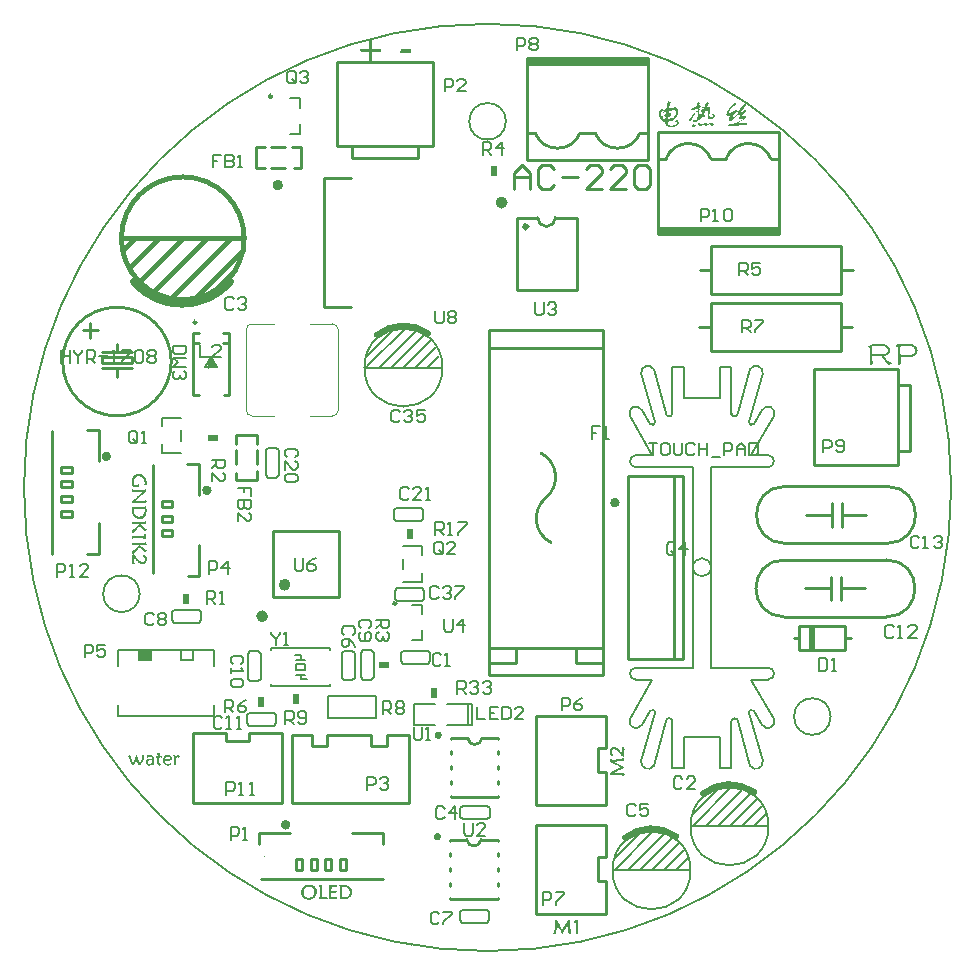
<source format=gto>
%FSLAX25Y25*%
%MOIN*%
G70*
G01*
G75*
%ADD10C,0.10000*%
%ADD11C,0.10000*%
%ADD12R,0.08661X0.09449*%
%ADD13R,0.09843X0.13386*%
%ADD14O,0.08661X0.02756*%
%ADD15R,0.06890X0.08661*%
%ADD16R,0.04724X0.01969*%
%ADD17R,0.04000X0.05500*%
%ADD18R,0.05906X0.11811*%
%ADD19R,0.03150X0.21654*%
%ADD20R,0.06000X0.05000*%
G04:AMPARAMS|DCode=21|XSize=60mil|YSize=50mil|CornerRadius=0mil|HoleSize=0mil|Usage=FLASHONLY|Rotation=0.000|XOffset=0mil|YOffset=0mil|HoleType=Round|Shape=Octagon|*
%AMOCTAGOND21*
4,1,8,0.03000,-0.01250,0.03000,0.01250,0.01750,0.02500,-0.01750,0.02500,-0.03000,0.01250,-0.03000,-0.01250,-0.01750,-0.02500,0.01750,-0.02500,0.03000,-0.01250,0.0*
%
%ADD21OCTAGOND21*%

%ADD22R,0.03150X0.03543*%
%ADD23R,0.03543X0.03150*%
%ADD24R,0.05000X0.05000*%
%ADD25R,0.05512X0.02362*%
%ADD26R,0.39370X0.41142*%
%ADD27R,0.12598X0.04134*%
%ADD28R,0.05500X0.04000*%
%ADD29O,0.07087X0.01100*%
%ADD30O,0.01100X0.07087*%
%ADD31R,0.08268X0.09843*%
%ADD32R,0.03150X0.05118*%
G04:AMPARAMS|DCode=33|XSize=78.74mil|YSize=86.61mil|CornerRadius=7.87mil|HoleSize=0mil|Usage=FLASHONLY|Rotation=90.000|XOffset=0mil|YOffset=0mil|HoleType=Round|Shape=RoundedRectangle|*
%AMROUNDEDRECTD33*
21,1,0.07874,0.07087,0,0,90.0*
21,1,0.06299,0.08661,0,0,90.0*
1,1,0.01575,0.03543,0.03150*
1,1,0.01575,0.03543,-0.03150*
1,1,0.01575,-0.03543,-0.03150*
1,1,0.01575,-0.03543,0.03150*
%
%ADD33ROUNDEDRECTD33*%
%ADD34R,0.09843X0.08268*%
%ADD35R,0.05118X0.03150*%
%ADD36R,0.03937X0.02362*%
%ADD37R,0.02756X0.03347*%
%ADD38R,0.03347X0.02756*%
%ADD39C,0.00800*%
%ADD40C,0.03000*%
%ADD41C,0.01500*%
%ADD42C,0.08000*%
%ADD43C,0.15000*%
%ADD44C,0.05000*%
%ADD45C,0.02000*%
%ADD46C,0.04000*%
%ADD47C,0.01000*%
%ADD48R,0.09600X0.18400*%
%ADD49R,0.09900X0.21000*%
%ADD50C,0.00500*%
%ADD51C,0.00025*%
%ADD52C,0.07874*%
%ADD53O,0.11811X0.13780*%
%ADD54C,0.06693*%
%ADD55R,0.06693X0.06693*%
%ADD56R,0.07480X0.07480*%
%ADD57C,0.07480*%
%ADD58R,0.06299X0.06299*%
%ADD59C,0.06299*%
%ADD60C,0.09843*%
%ADD61R,0.06693X0.06693*%
%ADD62R,0.09843X0.09843*%
%ADD63C,0.10630*%
%ADD64R,0.10630X0.10630*%
%ADD65R,0.10630X0.10630*%
%ADD66R,0.07087X0.07087*%
%ADD67C,0.07087*%
%ADD68R,0.11811X0.11811*%
%ADD69C,0.11811*%
%ADD70C,0.04000*%
%ADD71C,0.03000*%
%ADD72C,0.02000*%
%ADD73C,0.02700*%
%ADD74C,0.05000*%
%ADD75R,0.03118X0.15755*%
%ADD76C,0.00787*%
%ADD77C,0.01984*%
%ADD78C,0.02900*%
%ADD79C,0.00984*%
%ADD80C,0.01969*%
%ADD81C,0.01575*%
%ADD82C,0.00300*%
%ADD83C,0.00600*%
%ADD84C,0.00700*%
%ADD85R,0.02000X0.08000*%
%ADD86R,0.04000X0.03500*%
%ADD87R,0.01969X0.03780*%
%ADD88R,0.03780X0.01969*%
G36*
X3541Y-53711D02*
X3589Y-53715D01*
X3648Y-53720D01*
X3716Y-53730D01*
X3784Y-53745D01*
X3934Y-53783D01*
X4012Y-53808D01*
X4095Y-53842D01*
X4172Y-53876D01*
X4245Y-53920D01*
X4313Y-53968D01*
X4381Y-54026D01*
X4386Y-54031D01*
X4396Y-54041D01*
X4411Y-54060D01*
X4435Y-54085D01*
X4459Y-54114D01*
X4488Y-54153D01*
X4518Y-54197D01*
X4552Y-54250D01*
X4581Y-54308D01*
X4610Y-54372D01*
X4639Y-54440D01*
X4663Y-54512D01*
X4688Y-54590D01*
X4702Y-54678D01*
X4712Y-54765D01*
X4717Y-54862D01*
X4697Y-55689D01*
Y-55693D01*
Y-55698D01*
Y-55713D01*
Y-55732D01*
Y-55786D01*
X4702Y-55854D01*
Y-55936D01*
X4712Y-56029D01*
X4717Y-56136D01*
X4727Y-56243D01*
X4756Y-56471D01*
X4770Y-56583D01*
X4795Y-56690D01*
X4819Y-56792D01*
X4853Y-56884D01*
X4887Y-56962D01*
X4926Y-57030D01*
X4921D01*
X4911Y-57040D01*
X4897Y-57049D01*
X4872Y-57064D01*
X4843Y-57078D01*
X4814Y-57098D01*
X4741Y-57137D01*
X4659Y-57176D01*
X4576Y-57210D01*
X4493Y-57234D01*
X4454Y-57239D01*
X4420Y-57244D01*
X4406D01*
X4391Y-57239D01*
X4372D01*
X4323Y-57224D01*
X4265Y-57200D01*
X4236Y-57181D01*
X4206Y-57156D01*
X4177Y-57127D01*
X4153Y-57088D01*
X4134Y-57049D01*
X4114Y-57001D01*
X4100Y-56942D01*
X4095Y-56879D01*
X4090Y-56884D01*
X4075Y-56899D01*
X4056Y-56918D01*
X4027Y-56942D01*
X3988Y-56976D01*
X3944Y-57011D01*
X3895Y-57049D01*
X3837Y-57083D01*
X3774Y-57122D01*
X3701Y-57161D01*
X3628Y-57195D01*
X3545Y-57229D01*
X3458Y-57253D01*
X3371Y-57273D01*
X3273Y-57288D01*
X3176Y-57292D01*
X3128D01*
X3089Y-57288D01*
X3045Y-57283D01*
X2991Y-57273D01*
X2933Y-57263D01*
X2875Y-57253D01*
X2739Y-57215D01*
X2666Y-57190D01*
X2598Y-57156D01*
X2525Y-57122D01*
X2457Y-57078D01*
X2389Y-57030D01*
X2326Y-56972D01*
X2321Y-56967D01*
X2311Y-56957D01*
X2296Y-56938D01*
X2277Y-56913D01*
X2253Y-56884D01*
X2224Y-56845D01*
X2194Y-56801D01*
X2165Y-56753D01*
X2136Y-56695D01*
X2107Y-56636D01*
X2078Y-56568D01*
X2053Y-56500D01*
X2034Y-56422D01*
X2019Y-56340D01*
X2010Y-56257D01*
X2005Y-56170D01*
Y-56165D01*
Y-56145D01*
X2010Y-56116D01*
Y-56077D01*
X2019Y-56034D01*
X2029Y-55980D01*
X2044Y-55922D01*
X2058Y-55859D01*
X2083Y-55791D01*
X2112Y-55718D01*
X2151Y-55645D01*
X2190Y-55572D01*
X2243Y-55499D01*
X2301Y-55431D01*
X2369Y-55363D01*
X2447Y-55300D01*
X2452Y-55295D01*
X2467Y-55285D01*
X2496Y-55271D01*
X2530Y-55246D01*
X2574Y-55222D01*
X2627Y-55193D01*
X2690Y-55164D01*
X2763Y-55134D01*
X2841Y-55105D01*
X2933Y-55071D01*
X3030Y-55047D01*
X3132Y-55023D01*
X3249Y-54998D01*
X3366Y-54984D01*
X3492Y-54974D01*
X3628Y-54969D01*
X3720D01*
X3779Y-54974D01*
X3852Y-54979D01*
X3925Y-54984D01*
X4002Y-54994D01*
X4080Y-55008D01*
Y-54998D01*
Y-54979D01*
Y-54959D01*
Y-54940D01*
Y-54935D01*
Y-54926D01*
Y-54911D01*
X4075Y-54887D01*
X4070Y-54828D01*
X4056Y-54760D01*
X4036Y-54678D01*
X4002Y-54600D01*
X3959Y-54517D01*
X3900Y-54449D01*
X3891Y-54440D01*
X3866Y-54420D01*
X3827Y-54396D01*
X3774Y-54362D01*
X3701Y-54328D01*
X3614Y-54303D01*
X3511Y-54284D01*
X3395Y-54274D01*
X3371D01*
X3341Y-54279D01*
X3307D01*
X3264Y-54289D01*
X3210Y-54294D01*
X3157Y-54308D01*
X3094Y-54328D01*
X3030Y-54347D01*
X2967Y-54376D01*
X2904Y-54410D01*
X2841Y-54449D01*
X2778Y-54498D01*
X2719Y-54551D01*
X2666Y-54615D01*
X2617Y-54687D01*
X2612D01*
X2603Y-54682D01*
X2583Y-54678D01*
X2564Y-54673D01*
X2510Y-54649D01*
X2447Y-54615D01*
X2379Y-54566D01*
X2326Y-54503D01*
X2306Y-54464D01*
X2287Y-54425D01*
X2277Y-54376D01*
X2272Y-54328D01*
Y-54323D01*
Y-54313D01*
Y-54299D01*
X2277Y-54284D01*
X2292Y-54230D01*
X2311Y-54167D01*
X2350Y-54094D01*
X2374Y-54060D01*
X2408Y-54022D01*
X2442Y-53983D01*
X2486Y-53949D01*
X2535Y-53915D01*
X2593Y-53881D01*
X2598D01*
X2607Y-53871D01*
X2627Y-53866D01*
X2651Y-53851D01*
X2685Y-53842D01*
X2724Y-53827D01*
X2768Y-53808D01*
X2821Y-53793D01*
X2875Y-53779D01*
X2943Y-53759D01*
X3011Y-53745D01*
X3084Y-53735D01*
X3166Y-53720D01*
X3254Y-53715D01*
X3341Y-53706D01*
X3497D01*
X3541Y-53711D01*
D02*
G37*
G36*
X12901Y-53793D02*
X12950Y-53808D01*
X13008Y-53822D01*
X13066Y-53847D01*
X13129Y-53881D01*
X13188Y-53929D01*
X13193Y-53934D01*
X13212Y-53953D01*
X13236Y-53983D01*
X13265Y-54022D01*
X13295Y-54070D01*
X13319Y-54124D01*
X13338Y-54192D01*
X13343Y-54260D01*
Y-54265D01*
Y-54269D01*
X13338Y-54284D01*
Y-54303D01*
X13324Y-54352D01*
X13295Y-54420D01*
X13270Y-54454D01*
X13246Y-54493D01*
X13212Y-54537D01*
X13173Y-54580D01*
X13129Y-54624D01*
X13071Y-54668D01*
X13013Y-54716D01*
X12940Y-54760D01*
Y-54755D01*
X12935Y-54746D01*
X12930Y-54736D01*
X12921Y-54716D01*
X12896Y-54673D01*
X12862Y-54619D01*
X12818Y-54566D01*
X12770Y-54522D01*
X12745Y-54503D01*
X12716Y-54488D01*
X12687Y-54483D01*
X12658Y-54478D01*
X12634D01*
X12609Y-54488D01*
X12575Y-54498D01*
X12532Y-54512D01*
X12483Y-54542D01*
X12425Y-54576D01*
X12366Y-54624D01*
X12362Y-54629D01*
X12337Y-54649D01*
X12308Y-54682D01*
X12264Y-54731D01*
X12216Y-54789D01*
X12157Y-54862D01*
X12099Y-54950D01*
X12041Y-55052D01*
Y-55057D01*
Y-55067D01*
X12036Y-55081D01*
Y-55105D01*
X12031Y-55134D01*
Y-55168D01*
X12026Y-55251D01*
X12016Y-55348D01*
X12012Y-55455D01*
X12007Y-55572D01*
Y-55698D01*
Y-55708D01*
Y-55737D01*
Y-55781D01*
X12012Y-55844D01*
Y-55917D01*
X12016Y-56004D01*
X12026Y-56097D01*
X12036Y-56199D01*
X12046Y-56301D01*
X12060Y-56413D01*
X12099Y-56631D01*
X12128Y-56738D01*
X12157Y-56840D01*
X12191Y-56933D01*
X12230Y-57020D01*
X12225D01*
X12216Y-57030D01*
X12201Y-57035D01*
X12177Y-57049D01*
X12148Y-57064D01*
X12114Y-57078D01*
X12036Y-57108D01*
X11948Y-57142D01*
X11851Y-57171D01*
X11749Y-57190D01*
X11652Y-57200D01*
X11618D01*
X11584Y-57195D01*
X11545Y-57190D01*
X11496Y-57181D01*
X11453Y-57161D01*
X11409Y-57142D01*
X11375Y-57112D01*
X11370Y-57108D01*
X11365Y-57093D01*
X11351Y-57069D01*
X11341Y-57030D01*
X11326Y-56976D01*
X11312Y-56908D01*
X11307Y-56821D01*
X11302Y-56767D01*
Y-56714D01*
Y-56709D01*
Y-56690D01*
Y-56670D01*
Y-56646D01*
X11307Y-56622D01*
Y-56583D01*
Y-56544D01*
X11312Y-56495D01*
Y-56437D01*
X11317Y-56369D01*
X11321Y-56291D01*
X11326Y-56209D01*
X11331Y-56111D01*
X11336Y-56004D01*
Y-56000D01*
Y-55975D01*
X11341Y-55946D01*
Y-55902D01*
X11346Y-55849D01*
Y-55786D01*
X11351Y-55718D01*
X11355Y-55645D01*
Y-55562D01*
X11360Y-55480D01*
X11365Y-55300D01*
X11370Y-55115D01*
Y-54940D01*
Y-54930D01*
Y-54906D01*
Y-54867D01*
Y-54819D01*
X11365Y-54755D01*
X11360Y-54687D01*
Y-54610D01*
X11351Y-54522D01*
X11336Y-54347D01*
X11307Y-54167D01*
X11292Y-54085D01*
X11273Y-54002D01*
X11249Y-53929D01*
X11224Y-53861D01*
X11229D01*
X11234Y-53856D01*
X11258Y-53851D01*
X11297Y-53837D01*
X11346Y-53822D01*
X11399Y-53813D01*
X11458Y-53798D01*
X11516Y-53793D01*
X11564Y-53788D01*
X11594D01*
X11628Y-53793D01*
X11671Y-53803D01*
X11720Y-53813D01*
X11773Y-53832D01*
X11827Y-53856D01*
X11876Y-53890D01*
X11880Y-53895D01*
X11895Y-53910D01*
X11919Y-53934D01*
X11944Y-53973D01*
X11963Y-54026D01*
X11987Y-54094D01*
X12002Y-54177D01*
X12007Y-54274D01*
Y-54279D01*
Y-54294D01*
Y-54318D01*
Y-54342D01*
X11997Y-54410D01*
X11987Y-54478D01*
X11992Y-54469D01*
X12007Y-54449D01*
X12026Y-54415D01*
X12055Y-54372D01*
X12089Y-54318D01*
X12133Y-54260D01*
X12182Y-54197D01*
X12235Y-54133D01*
X12293Y-54070D01*
X12357Y-54007D01*
X12425Y-53949D01*
X12503Y-53895D01*
X12575Y-53851D01*
X12658Y-53817D01*
X12741Y-53798D01*
X12823Y-53788D01*
X12857D01*
X12901Y-53793D01*
D02*
G37*
G36*
X1140D02*
X1169D01*
X1203Y-53803D01*
X1242Y-53813D01*
X1281Y-53827D01*
X1324Y-53842D01*
X1363Y-53866D01*
X1402Y-53895D01*
X1441Y-53929D01*
X1475Y-53973D01*
X1504Y-54022D01*
X1524Y-54080D01*
X1538Y-54148D01*
X1543Y-54226D01*
Y-54235D01*
Y-54255D01*
X1538Y-54294D01*
X1534Y-54347D01*
X1524Y-54415D01*
X1509Y-54498D01*
X1485Y-54595D01*
X1456Y-54707D01*
X1422Y-54828D01*
X1378Y-54969D01*
X1320Y-55120D01*
X1256Y-55285D01*
X1174Y-55460D01*
X1086Y-55650D01*
X979Y-55854D01*
X858Y-56068D01*
Y-56072D01*
X848Y-56082D01*
X838Y-56097D01*
X829Y-56116D01*
X814Y-56145D01*
X795Y-56174D01*
X746Y-56252D01*
X688Y-56340D01*
X625Y-56442D01*
X552Y-56544D01*
X474Y-56656D01*
X391Y-56767D01*
X309Y-56870D01*
X226Y-56972D01*
X143Y-57059D01*
X61Y-57137D01*
X22Y-57166D01*
X-17Y-57195D01*
X-51Y-57215D01*
X-90Y-57229D01*
X-119Y-57239D01*
X-153Y-57244D01*
X-163D01*
X-177Y-57239D01*
X-197Y-57234D01*
X-216Y-57224D01*
X-245Y-57215D01*
X-274Y-57195D01*
X-308Y-57171D01*
X-343Y-57142D01*
X-381Y-57103D01*
X-420Y-57059D01*
X-464Y-57001D01*
X-508Y-56938D01*
X-551Y-56860D01*
X-600Y-56772D01*
X-644Y-56670D01*
X-649Y-56665D01*
X-654Y-56641D01*
X-668Y-56612D01*
X-683Y-56563D01*
X-707Y-56505D01*
X-731Y-56432D01*
X-760Y-56349D01*
X-795Y-56252D01*
X-828Y-56141D01*
X-862Y-56019D01*
X-901Y-55888D01*
X-945Y-55742D01*
X-984Y-55582D01*
X-1028Y-55416D01*
X-1067Y-55232D01*
X-1110Y-55042D01*
Y-55052D01*
X-1120Y-55081D01*
X-1130Y-55125D01*
X-1149Y-55188D01*
X-1169Y-55261D01*
X-1193Y-55348D01*
X-1222Y-55450D01*
X-1256Y-55557D01*
X-1295Y-55674D01*
X-1339Y-55796D01*
X-1436Y-56053D01*
X-1548Y-56315D01*
X-1679Y-56573D01*
X-1684Y-56583D01*
X-1694Y-56602D01*
X-1713Y-56636D01*
X-1737Y-56680D01*
X-1771Y-56729D01*
X-1805Y-56787D01*
X-1893Y-56908D01*
X-1990Y-57030D01*
X-2043Y-57088D01*
X-2097Y-57137D01*
X-2150Y-57181D01*
X-2204Y-57215D01*
X-2252Y-57234D01*
X-2306Y-57244D01*
X-2316D01*
X-2340Y-57234D01*
X-2379Y-57219D01*
X-2403Y-57205D01*
X-2427Y-57185D01*
X-2457Y-57161D01*
X-2491Y-57132D01*
X-2525Y-57093D01*
X-2564Y-57049D01*
X-2602Y-57001D01*
X-2646Y-56938D01*
X-2690Y-56870D01*
X-2734Y-56787D01*
X-2739Y-56782D01*
X-2743Y-56763D01*
X-2758Y-56738D01*
X-2777Y-56699D01*
X-2802Y-56646D01*
X-2831Y-56583D01*
X-2865Y-56510D01*
X-2904Y-56422D01*
X-2952Y-56320D01*
X-3001Y-56209D01*
X-3054Y-56082D01*
X-3113Y-55941D01*
X-3176Y-55786D01*
X-3244Y-55616D01*
X-3317Y-55436D01*
X-3395Y-55237D01*
Y-55232D01*
X-3399Y-55227D01*
X-3409Y-55198D01*
X-3424Y-55154D01*
X-3448Y-55096D01*
X-3477Y-55028D01*
X-3506Y-54950D01*
X-3545Y-54867D01*
X-3584Y-54775D01*
X-3662Y-54595D01*
X-3706Y-54508D01*
X-3749Y-54420D01*
X-3793Y-54347D01*
X-3832Y-54279D01*
X-3871Y-54226D01*
X-3905Y-54182D01*
X-3900Y-54177D01*
X-3895Y-54163D01*
X-3881Y-54143D01*
X-3861Y-54119D01*
X-3808Y-54056D01*
X-3740Y-53983D01*
X-3662Y-53915D01*
X-3574Y-53851D01*
X-3531Y-53822D01*
X-3482Y-53803D01*
X-3438Y-53793D01*
X-3390Y-53788D01*
X-3380D01*
X-3365Y-53793D01*
X-3346Y-53798D01*
X-3322Y-53813D01*
X-3297Y-53827D01*
X-3268Y-53851D01*
X-3234Y-53886D01*
X-3195Y-53924D01*
X-3161Y-53978D01*
X-3118Y-54041D01*
X-3079Y-54114D01*
X-3035Y-54201D01*
X-2991Y-54303D01*
X-2952Y-54425D01*
X-2909Y-54561D01*
X-2904Y-54571D01*
X-2899Y-54600D01*
X-2884Y-54644D01*
X-2865Y-54702D01*
X-2845Y-54775D01*
X-2821Y-54862D01*
X-2792Y-54955D01*
X-2758Y-55057D01*
X-2724Y-55164D01*
X-2690Y-55280D01*
X-2617Y-55509D01*
X-2539Y-55732D01*
X-2500Y-55839D01*
X-2461Y-55941D01*
X-2457Y-55946D01*
X-2452Y-55961D01*
X-2442Y-55990D01*
X-2427Y-56019D01*
X-2413Y-56058D01*
X-2393Y-56102D01*
X-2355Y-56194D01*
X-2316Y-56291D01*
X-2296Y-56335D01*
X-2277Y-56374D01*
X-2262Y-56403D01*
X-2248Y-56427D01*
X-2238Y-56447D01*
X-2233Y-56452D01*
X-2228D01*
X-2223Y-56442D01*
X-2214Y-56432D01*
X-2204Y-56418D01*
X-2189Y-56398D01*
X-2175Y-56369D01*
X-2155Y-56335D01*
X-2131Y-56296D01*
X-2102Y-56243D01*
X-2073Y-56179D01*
X-2034Y-56107D01*
X-1990Y-56024D01*
X-1946Y-55922D01*
X-1893Y-55810D01*
X-1888Y-55800D01*
X-1878Y-55781D01*
X-1864Y-55747D01*
X-1844Y-55698D01*
X-1820Y-55635D01*
X-1791Y-55567D01*
X-1762Y-55484D01*
X-1728Y-55392D01*
X-1689Y-55290D01*
X-1655Y-55183D01*
X-1616Y-55067D01*
X-1582Y-54940D01*
X-1548Y-54809D01*
X-1509Y-54673D01*
X-1451Y-54391D01*
Y-54386D01*
X-1446Y-54367D01*
X-1441Y-54342D01*
X-1431Y-54303D01*
X-1417Y-54265D01*
X-1402Y-54216D01*
X-1363Y-54114D01*
X-1310Y-54017D01*
X-1280Y-53968D01*
X-1246Y-53929D01*
X-1208Y-53890D01*
X-1164Y-53866D01*
X-1120Y-53847D01*
X-1072Y-53842D01*
X-1062D01*
X-1047Y-53847D01*
X-1028Y-53851D01*
X-1003Y-53861D01*
X-979Y-53881D01*
X-950Y-53900D01*
X-916Y-53929D01*
X-887Y-53968D01*
X-853Y-54017D01*
X-814Y-54075D01*
X-780Y-54143D01*
X-746Y-54226D01*
X-712Y-54318D01*
X-678Y-54430D01*
X-649Y-54556D01*
Y-54561D01*
Y-54566D01*
X-644Y-54580D01*
X-639Y-54595D01*
X-629Y-54644D01*
X-615Y-54707D01*
X-600Y-54785D01*
X-576Y-54872D01*
X-551Y-54969D01*
X-527Y-55076D01*
X-498Y-55188D01*
X-469Y-55305D01*
X-406Y-55538D01*
X-372Y-55655D01*
X-338Y-55766D01*
X-299Y-55868D01*
X-265Y-55966D01*
Y-55970D01*
X-255Y-55985D01*
X-245Y-56009D01*
X-236Y-56043D01*
X-216Y-56077D01*
X-201Y-56121D01*
X-163Y-56209D01*
X-124Y-56296D01*
X-104Y-56340D01*
X-85Y-56374D01*
X-70Y-56408D01*
X-56Y-56432D01*
X-46Y-56447D01*
X-36Y-56452D01*
X-31Y-56447D01*
X-22Y-56432D01*
X-2Y-56403D01*
X12Y-56384D01*
X27Y-56354D01*
X46Y-56325D01*
X71Y-56286D01*
X100Y-56243D01*
X129Y-56189D01*
X168Y-56126D01*
X207Y-56058D01*
X212Y-56053D01*
X216Y-56038D01*
X231Y-56019D01*
X246Y-55990D01*
X265Y-55951D01*
X289Y-55907D01*
X319Y-55859D01*
X348Y-55800D01*
X377Y-55737D01*
X411Y-55669D01*
X484Y-55518D01*
X552Y-55353D01*
X625Y-55178D01*
Y-55173D01*
X634Y-55154D01*
X644Y-55130D01*
X654Y-55096D01*
X668Y-55052D01*
X683Y-55003D01*
X698Y-54945D01*
X717Y-54887D01*
X751Y-54751D01*
X780Y-54605D01*
X800Y-54459D01*
X809Y-54313D01*
Y-54308D01*
Y-54303D01*
Y-54274D01*
X805Y-54226D01*
X800Y-54167D01*
X790Y-54099D01*
X780Y-54022D01*
X761Y-53944D01*
X736Y-53861D01*
X741D01*
X746Y-53856D01*
X775Y-53851D01*
X814Y-53837D01*
X868Y-53822D01*
X926Y-53813D01*
X989Y-53798D01*
X1048Y-53793D01*
X1101Y-53788D01*
X1120D01*
X1140Y-53793D01*
D02*
G37*
G36*
X9465Y-53711D02*
X9514Y-53715D01*
X9567Y-53725D01*
X9630Y-53735D01*
X9698Y-53749D01*
X9771Y-53769D01*
X9849Y-53788D01*
X9927Y-53817D01*
X10005Y-53851D01*
X10087Y-53890D01*
X10165Y-53939D01*
X10238Y-53987D01*
X10311Y-54051D01*
X10316Y-54056D01*
X10325Y-54065D01*
X10345Y-54085D01*
X10369Y-54114D01*
X10398Y-54148D01*
X10427Y-54187D01*
X10461Y-54235D01*
X10500Y-54289D01*
X10534Y-54347D01*
X10568Y-54410D01*
X10597Y-54483D01*
X10627Y-54556D01*
X10651Y-54639D01*
X10670Y-54721D01*
X10680Y-54814D01*
X10685Y-54906D01*
Y-54911D01*
Y-54926D01*
Y-54945D01*
X10680Y-54974D01*
X10675Y-55008D01*
X10665Y-55052D01*
X10646Y-55139D01*
X10607Y-55241D01*
X10578Y-55290D01*
X10549Y-55339D01*
X10510Y-55387D01*
X10466Y-55431D01*
X10418Y-55475D01*
X10359Y-55509D01*
X10354D01*
X10345Y-55514D01*
X10325Y-55523D01*
X10296Y-55533D01*
X10262Y-55548D01*
X10218Y-55562D01*
X10165Y-55577D01*
X10102Y-55591D01*
X10034Y-55611D01*
X9956Y-55625D01*
X9864Y-55640D01*
X9766Y-55650D01*
X9659Y-55664D01*
X9543Y-55669D01*
X9411Y-55679D01*
X9149D01*
X9100Y-55674D01*
X9042D01*
X8979Y-55669D01*
X8838Y-55659D01*
X8687Y-55650D01*
X8527Y-55630D01*
X8371Y-55606D01*
Y-55611D01*
Y-55625D01*
Y-55650D01*
X8376Y-55684D01*
Y-55723D01*
X8381Y-55771D01*
X8391Y-55820D01*
X8401Y-55878D01*
X8435Y-56000D01*
X8459Y-56063D01*
X8488Y-56131D01*
X8522Y-56194D01*
X8561Y-56262D01*
X8605Y-56325D01*
X8658Y-56384D01*
X8663Y-56388D01*
X8673Y-56398D01*
X8687Y-56413D01*
X8712Y-56432D01*
X8741Y-56456D01*
X8780Y-56481D01*
X8819Y-56510D01*
X8867Y-56539D01*
X8921Y-56568D01*
X8979Y-56597D01*
X9042Y-56622D01*
X9110Y-56646D01*
X9183Y-56665D01*
X9261Y-56680D01*
X9343Y-56690D01*
X9431Y-56695D01*
X9475D01*
X9509Y-56690D01*
X9548Y-56685D01*
X9596Y-56680D01*
X9650Y-56675D01*
X9708Y-56660D01*
X9839Y-56631D01*
X9980Y-56588D01*
X10053Y-56559D01*
X10126Y-56520D01*
X10199Y-56481D01*
X10272Y-56437D01*
X10282Y-56447D01*
X10306Y-56471D01*
X10335Y-56510D01*
X10374Y-56559D01*
X10413Y-56612D01*
X10442Y-56675D01*
X10466Y-56738D01*
X10476Y-56801D01*
Y-56806D01*
Y-56811D01*
X10471Y-56840D01*
X10461Y-56884D01*
X10442Y-56938D01*
X10408Y-56996D01*
X10384Y-57030D01*
X10359Y-57059D01*
X10325Y-57088D01*
X10286Y-57117D01*
X10243Y-57147D01*
X10194Y-57171D01*
X10189D01*
X10179Y-57176D01*
X10165Y-57181D01*
X10141Y-57190D01*
X10116Y-57200D01*
X10082Y-57210D01*
X10039Y-57219D01*
X9995Y-57229D01*
X9941Y-57244D01*
X9888Y-57253D01*
X9825Y-57263D01*
X9757Y-57273D01*
X9684Y-57283D01*
X9611Y-57288D01*
X9441Y-57292D01*
X9407D01*
X9363Y-57288D01*
X9309Y-57283D01*
X9241Y-57278D01*
X9164Y-57268D01*
X9076Y-57253D01*
X8979Y-57234D01*
X8882Y-57210D01*
X8780Y-57176D01*
X8673Y-57137D01*
X8566Y-57093D01*
X8459Y-57040D01*
X8357Y-56976D01*
X8260Y-56903D01*
X8167Y-56821D01*
X8162Y-56816D01*
X8148Y-56797D01*
X8124Y-56772D01*
X8095Y-56733D01*
X8061Y-56685D01*
X8017Y-56631D01*
X7978Y-56563D01*
X7934Y-56486D01*
X7886Y-56398D01*
X7847Y-56301D01*
X7808Y-56199D01*
X7769Y-56082D01*
X7740Y-55961D01*
X7715Y-55830D01*
X7701Y-55689D01*
X7696Y-55543D01*
Y-55533D01*
Y-55509D01*
X7701Y-55465D01*
X7706Y-55411D01*
X7711Y-55344D01*
X7720Y-55261D01*
X7735Y-55173D01*
X7754Y-55081D01*
X7779Y-54979D01*
X7813Y-54872D01*
X7852Y-54760D01*
X7895Y-54649D01*
X7949Y-54542D01*
X8012Y-54430D01*
X8085Y-54328D01*
X8167Y-54226D01*
X8172Y-54221D01*
X8187Y-54201D01*
X8216Y-54177D01*
X8255Y-54143D01*
X8299Y-54104D01*
X8357Y-54060D01*
X8420Y-54012D01*
X8493Y-53963D01*
X8576Y-53915D01*
X8668Y-53871D01*
X8765Y-53827D01*
X8872Y-53788D01*
X8989Y-53754D01*
X9105Y-53730D01*
X9237Y-53711D01*
X9368Y-53706D01*
X9421D01*
X9465Y-53711D01*
D02*
G37*
G36*
X143110Y-108616D02*
X143154Y-108621D01*
X143207Y-108640D01*
X143275Y-108664D01*
X143353Y-108708D01*
X143440Y-108762D01*
X143489Y-108800D01*
X143538Y-108839D01*
Y-108844D01*
X143533Y-108859D01*
X143528Y-108883D01*
X143518Y-108912D01*
X143508Y-108951D01*
X143499Y-109000D01*
X143489Y-109053D01*
X143479Y-109111D01*
X143470Y-109179D01*
X143460Y-109252D01*
X143450Y-109330D01*
X143440Y-109418D01*
X143426Y-109597D01*
X143421Y-109792D01*
Y-109797D01*
Y-109816D01*
Y-109845D01*
Y-109889D01*
Y-109938D01*
X143426Y-110001D01*
Y-110069D01*
X143431Y-110147D01*
Y-110234D01*
X143436Y-110331D01*
X143440Y-110433D01*
X143450Y-110545D01*
X143455Y-110657D01*
X143465Y-110778D01*
X143474Y-110905D01*
X143489Y-111036D01*
X143518Y-111308D01*
X143552Y-111590D01*
X143596Y-111882D01*
X143644Y-112178D01*
X143708Y-112470D01*
X143781Y-112756D01*
X143863Y-113033D01*
X143956Y-113296D01*
X143951D01*
X143941Y-113306D01*
X143921Y-113315D01*
X143897Y-113330D01*
X143868Y-113345D01*
X143829Y-113359D01*
X143747Y-113398D01*
X143649Y-113437D01*
X143543Y-113466D01*
X143436Y-113490D01*
X143329Y-113500D01*
X143299D01*
X143275Y-113495D01*
X143222Y-113485D01*
X143158Y-113471D01*
X143090Y-113442D01*
X143027Y-113403D01*
X142974Y-113345D01*
X142954Y-113311D01*
X142940Y-113272D01*
Y-113267D01*
X142935Y-113262D01*
Y-113242D01*
X142930Y-113223D01*
X142925Y-113194D01*
X142920Y-113155D01*
X142911Y-113106D01*
X142906Y-113048D01*
X142896Y-112980D01*
X142891Y-112902D01*
X142882Y-112815D01*
X142877Y-112713D01*
X142867Y-112596D01*
X142862Y-112470D01*
X142852Y-112329D01*
X142848Y-112173D01*
Y-112168D01*
Y-112163D01*
Y-112149D01*
Y-112134D01*
Y-112110D01*
X142843Y-112081D01*
Y-112013D01*
X142838Y-111925D01*
X142833Y-111818D01*
X142828Y-111697D01*
X142823Y-111556D01*
X142814Y-111396D01*
X142804Y-111221D01*
X142794Y-111031D01*
X142784Y-110827D01*
X142770Y-110603D01*
X142755Y-110370D01*
X142736Y-110117D01*
X142716Y-109855D01*
Y-109860D01*
X142711Y-109870D01*
X142702Y-109889D01*
X142687Y-109913D01*
X142673Y-109947D01*
X142653Y-109986D01*
X142634Y-110035D01*
X142609Y-110083D01*
X142585Y-110142D01*
X142556Y-110200D01*
X142493Y-110336D01*
X142420Y-110492D01*
X142342Y-110657D01*
X142259Y-110832D01*
X142172Y-111016D01*
X142080Y-111211D01*
X141987Y-111400D01*
X141895Y-111595D01*
X141803Y-111789D01*
X141710Y-111974D01*
X141623Y-112154D01*
Y-112159D01*
X141618Y-112163D01*
X141603Y-112193D01*
X141579Y-112241D01*
X141550Y-112300D01*
X141516Y-112373D01*
X141477Y-112455D01*
X141433Y-112543D01*
X141385Y-112630D01*
X141292Y-112815D01*
X141249Y-112902D01*
X141205Y-112985D01*
X141166Y-113058D01*
X141132Y-113121D01*
X141103Y-113170D01*
X141083Y-113199D01*
X141078Y-113204D01*
X141069Y-113218D01*
X141049Y-113238D01*
X141025Y-113257D01*
X140991Y-113276D01*
X140952Y-113296D01*
X140908Y-113311D01*
X140860Y-113315D01*
X140840D01*
X140821Y-113311D01*
X140792Y-113301D01*
X140762Y-113291D01*
X140728Y-113272D01*
X140690Y-113242D01*
X140656Y-113208D01*
X140651Y-113204D01*
X140636Y-113184D01*
X140627Y-113165D01*
X140612Y-113140D01*
X140592Y-113116D01*
X140573Y-113082D01*
X140549Y-113038D01*
X140524Y-112990D01*
X140495Y-112936D01*
X140461Y-112868D01*
X140422Y-112795D01*
X140379Y-112713D01*
X140330Y-112620D01*
X140281Y-112518D01*
X139552Y-111041D01*
X139548Y-111031D01*
X139533Y-111007D01*
X139514Y-110968D01*
X139489Y-110915D01*
X139455Y-110851D01*
X139416Y-110778D01*
X139377Y-110696D01*
X139334Y-110608D01*
X139290Y-110516D01*
X139246Y-110419D01*
X139159Y-110224D01*
X139081Y-110035D01*
X139052Y-109947D01*
X139023Y-109865D01*
Y-109870D01*
Y-109874D01*
Y-109889D01*
Y-109904D01*
X139018Y-109952D01*
X139013Y-110020D01*
X139008Y-110098D01*
X139003Y-110190D01*
X138998Y-110297D01*
X138994Y-110414D01*
X138989Y-110540D01*
X138979Y-110671D01*
X138974Y-110808D01*
X138969Y-110953D01*
X138955Y-111245D01*
X138940Y-111541D01*
Y-111551D01*
Y-111575D01*
X138935Y-111614D01*
Y-111668D01*
X138930Y-111736D01*
Y-111809D01*
X138926Y-111891D01*
X138921Y-111984D01*
X138916Y-112076D01*
X138911Y-112178D01*
X138901Y-112377D01*
X138891Y-112572D01*
X138882Y-112664D01*
X138877Y-112752D01*
Y-112756D01*
Y-112771D01*
X138872Y-112790D01*
Y-112820D01*
X138867Y-112854D01*
Y-112892D01*
X138857Y-112980D01*
X138848Y-113067D01*
X138833Y-113155D01*
X138828Y-113194D01*
X138819Y-113228D01*
X138814Y-113257D01*
X138804Y-113276D01*
Y-113281D01*
X138799Y-113291D01*
X138789Y-113306D01*
X138775Y-113330D01*
X138746Y-113379D01*
X138702Y-113432D01*
X138697Y-113437D01*
X138692Y-113442D01*
X138673Y-113451D01*
X138653Y-113466D01*
X138619Y-113481D01*
X138580Y-113490D01*
X138527Y-113495D01*
X138469Y-113500D01*
X138459D01*
X138435Y-113495D01*
X138391Y-113490D01*
X138328Y-113476D01*
X138245Y-113451D01*
X138148Y-113417D01*
X138031Y-113369D01*
X137900Y-113301D01*
Y-113296D01*
X137905Y-113286D01*
X137915Y-113262D01*
X137924Y-113238D01*
X137934Y-113199D01*
X137949Y-113160D01*
X137963Y-113106D01*
X137983Y-113048D01*
X138002Y-112985D01*
X138022Y-112912D01*
X138046Y-112829D01*
X138065Y-112747D01*
X138090Y-112654D01*
X138114Y-112552D01*
X138138Y-112445D01*
X138162Y-112334D01*
X138187Y-112217D01*
X138211Y-112091D01*
X138235Y-111959D01*
X138260Y-111823D01*
X138284Y-111682D01*
X138303Y-111532D01*
X138323Y-111381D01*
X138342Y-111221D01*
X138362Y-111055D01*
X138376Y-110890D01*
X138391Y-110715D01*
X138401Y-110535D01*
X138420Y-110161D01*
X138425Y-109772D01*
Y-109767D01*
Y-109748D01*
Y-109719D01*
Y-109680D01*
X138420Y-109636D01*
Y-109583D01*
X138415Y-109520D01*
X138410Y-109457D01*
X138401Y-109311D01*
X138381Y-109155D01*
X138352Y-108995D01*
X138318Y-108839D01*
X138323Y-108834D01*
X138328Y-108829D01*
X138357Y-108805D01*
X138405Y-108766D01*
X138464Y-108723D01*
X138532Y-108684D01*
X138614Y-108645D01*
X138702Y-108621D01*
X138746Y-108611D01*
X138794D01*
X138804Y-108616D01*
X138828Y-108621D01*
X138857Y-108635D01*
X138891Y-108655D01*
X138940Y-108689D01*
X138994Y-108737D01*
X139057Y-108795D01*
X139091Y-108834D01*
X139125Y-108878D01*
X139164Y-108922D01*
X139207Y-108975D01*
X139251Y-109034D01*
X139295Y-109097D01*
X139343Y-109165D01*
X139392Y-109243D01*
X139445Y-109325D01*
X139499Y-109413D01*
X139552Y-109510D01*
X139611Y-109612D01*
X139674Y-109724D01*
X139737Y-109845D01*
X139800Y-109972D01*
X139868Y-110108D01*
X139873Y-110113D01*
X139878Y-110132D01*
X139893Y-110156D01*
X139912Y-110195D01*
X139931Y-110244D01*
X139961Y-110297D01*
X139990Y-110360D01*
X140024Y-110429D01*
X140058Y-110501D01*
X140102Y-110584D01*
X140184Y-110754D01*
X140277Y-110944D01*
X140369Y-111133D01*
X140466Y-111323D01*
X140558Y-111507D01*
X140646Y-111682D01*
X140690Y-111765D01*
X140728Y-111838D01*
X140767Y-111906D01*
X140801Y-111969D01*
X140831Y-112023D01*
X140860Y-112071D01*
X140879Y-112110D01*
X140899Y-112134D01*
X140913Y-112154D01*
X140923Y-112159D01*
X140928Y-112149D01*
X140933Y-112139D01*
X140937Y-112125D01*
X140952Y-112100D01*
X140972Y-112066D01*
X141001Y-112018D01*
X141006Y-112013D01*
X141015Y-111988D01*
X141035Y-111954D01*
X141064Y-111906D01*
X141098Y-111843D01*
X141142Y-111765D01*
X141195Y-111668D01*
X141253Y-111561D01*
X142298Y-109466D01*
X142303Y-109461D01*
X142308Y-109447D01*
X142318Y-109427D01*
X142332Y-109398D01*
X142352Y-109359D01*
X142376Y-109320D01*
X142425Y-109223D01*
X142483Y-109121D01*
X142551Y-109014D01*
X142619Y-108912D01*
X142653Y-108868D01*
X142687Y-108825D01*
Y-108820D01*
X142697Y-108815D01*
X142716Y-108791D01*
X142755Y-108757D01*
X142804Y-108718D01*
X142862Y-108679D01*
X142925Y-108645D01*
X142998Y-108621D01*
X143037Y-108611D01*
X143086D01*
X143110Y-108616D01*
D02*
G37*
G36*
X161396Y-54749D02*
X161406Y-54759D01*
X161415Y-54778D01*
X161430Y-54803D01*
X161444Y-54832D01*
X161459Y-54871D01*
X161498Y-54953D01*
X161537Y-55051D01*
X161566Y-55158D01*
X161590Y-55265D01*
X161600Y-55371D01*
Y-55376D01*
Y-55386D01*
Y-55401D01*
X161595Y-55425D01*
X161585Y-55478D01*
X161571Y-55541D01*
X161542Y-55610D01*
X161503Y-55673D01*
X161444Y-55726D01*
X161410Y-55746D01*
X161372Y-55760D01*
X161367D01*
X161362Y-55765D01*
X161342D01*
X161323Y-55770D01*
X161294Y-55775D01*
X161255Y-55780D01*
X161206Y-55789D01*
X161148Y-55794D01*
X161080Y-55804D01*
X161002Y-55809D01*
X160915Y-55818D01*
X160813Y-55823D01*
X160696Y-55833D01*
X160570Y-55838D01*
X160429Y-55848D01*
X160273Y-55853D01*
X160210D01*
X160181Y-55857D01*
X160113D01*
X160025Y-55862D01*
X159918Y-55867D01*
X159797Y-55872D01*
X159656Y-55877D01*
X159496Y-55887D01*
X159321Y-55896D01*
X159131Y-55906D01*
X158927Y-55916D01*
X158703Y-55930D01*
X158470Y-55945D01*
X158217Y-55964D01*
X157955Y-55984D01*
X157960D01*
X157970Y-55989D01*
X157989Y-55998D01*
X158013Y-56013D01*
X158047Y-56028D01*
X158086Y-56047D01*
X158135Y-56066D01*
X158183Y-56091D01*
X158242Y-56115D01*
X158300Y-56144D01*
X158436Y-56207D01*
X158592Y-56280D01*
X158757Y-56358D01*
X158932Y-56441D01*
X159116Y-56528D01*
X159311Y-56620D01*
X159501Y-56713D01*
X159695Y-56805D01*
X159889Y-56897D01*
X160074Y-56990D01*
X160254Y-57077D01*
X160259D01*
X160264Y-57082D01*
X160293Y-57097D01*
X160341Y-57121D01*
X160400Y-57150D01*
X160473Y-57184D01*
X160555Y-57223D01*
X160643Y-57267D01*
X160730Y-57315D01*
X160915Y-57408D01*
X161002Y-57451D01*
X161085Y-57495D01*
X161158Y-57534D01*
X161221Y-57568D01*
X161269Y-57597D01*
X161299Y-57617D01*
X161303Y-57622D01*
X161318Y-57631D01*
X161338Y-57651D01*
X161357Y-57675D01*
X161376Y-57709D01*
X161396Y-57748D01*
X161410Y-57792D01*
X161415Y-57840D01*
Y-57845D01*
Y-57860D01*
X161410Y-57879D01*
X161401Y-57908D01*
X161391Y-57938D01*
X161372Y-57972D01*
X161342Y-58010D01*
X161308Y-58044D01*
X161303Y-58049D01*
X161284Y-58064D01*
X161265Y-58074D01*
X161240Y-58088D01*
X161216Y-58108D01*
X161182Y-58127D01*
X161138Y-58151D01*
X161090Y-58176D01*
X161036Y-58205D01*
X160968Y-58239D01*
X160895Y-58278D01*
X160813Y-58321D01*
X160720Y-58370D01*
X160618Y-58419D01*
X159141Y-59148D01*
X159131Y-59153D01*
X159107Y-59167D01*
X159068Y-59187D01*
X159014Y-59211D01*
X158951Y-59245D01*
X158878Y-59284D01*
X158796Y-59323D01*
X158708Y-59366D01*
X158616Y-59410D01*
X158519Y-59454D01*
X158324Y-59541D01*
X158135Y-59619D01*
X158047Y-59648D01*
X157965Y-59677D01*
X158004D01*
X158052Y-59682D01*
X158120Y-59687D01*
X158198Y-59692D01*
X158290Y-59697D01*
X158397Y-59702D01*
X158514Y-59706D01*
X158640Y-59711D01*
X158772Y-59721D01*
X158908Y-59726D01*
X159053Y-59731D01*
X159345Y-59745D01*
X159641Y-59760D01*
X159675D01*
X159714Y-59765D01*
X159768D01*
X159836Y-59770D01*
X159909D01*
X159991Y-59775D01*
X160084Y-59779D01*
X160176Y-59784D01*
X160278Y-59789D01*
X160477Y-59799D01*
X160672Y-59809D01*
X160764Y-59818D01*
X160852Y-59823D01*
X160871D01*
X160890Y-59828D01*
X160920D01*
X160954Y-59833D01*
X160993D01*
X161080Y-59843D01*
X161168Y-59852D01*
X161255Y-59867D01*
X161294Y-59872D01*
X161328Y-59882D01*
X161357Y-59886D01*
X161376Y-59896D01*
X161381D01*
X161391Y-59901D01*
X161406Y-59911D01*
X161430Y-59925D01*
X161478Y-59954D01*
X161532Y-59998D01*
X161537Y-60003D01*
X161542Y-60008D01*
X161551Y-60027D01*
X161566Y-60047D01*
X161581Y-60081D01*
X161590Y-60120D01*
X161595Y-60173D01*
X161600Y-60231D01*
Y-60241D01*
X161595Y-60265D01*
X161590Y-60309D01*
X161576Y-60372D01*
X161551Y-60455D01*
X161517Y-60552D01*
X161469Y-60669D01*
X161401Y-60800D01*
X161396D01*
X161386Y-60795D01*
X161362Y-60785D01*
X161338Y-60776D01*
X161299Y-60766D01*
X161260Y-60751D01*
X161206Y-60737D01*
X161148Y-60717D01*
X161085Y-60698D01*
X161012Y-60678D01*
X160929Y-60654D01*
X160847Y-60635D01*
X160754Y-60611D01*
X160652Y-60586D01*
X160545Y-60562D01*
X160434Y-60538D01*
X160317Y-60513D01*
X160191Y-60489D01*
X160059Y-60465D01*
X159923Y-60440D01*
X159782Y-60416D01*
X159632Y-60397D01*
X159481Y-60377D01*
X159321Y-60358D01*
X159155Y-60338D01*
X158990Y-60324D01*
X158815Y-60309D01*
X158635Y-60299D01*
X158261Y-60280D01*
X157872Y-60275D01*
X157780D01*
X157736Y-60280D01*
X157683D01*
X157620Y-60285D01*
X157556Y-60290D01*
X157411Y-60299D01*
X157255Y-60319D01*
X157095Y-60348D01*
X156939Y-60382D01*
X156934Y-60377D01*
X156930Y-60372D01*
X156905Y-60343D01*
X156866Y-60295D01*
X156823Y-60236D01*
X156784Y-60168D01*
X156745Y-60086D01*
X156721Y-59998D01*
X156711Y-59954D01*
Y-59911D01*
Y-59906D01*
X156716Y-59896D01*
X156721Y-59872D01*
X156735Y-59843D01*
X156755Y-59809D01*
X156789Y-59760D01*
X156837Y-59706D01*
X156895Y-59643D01*
X156934Y-59609D01*
X156978Y-59575D01*
X157022Y-59536D01*
X157075Y-59493D01*
X157134Y-59449D01*
X157197Y-59405D01*
X157265Y-59357D01*
X157343Y-59308D01*
X157425Y-59254D01*
X157513Y-59201D01*
X157610Y-59148D01*
X157712Y-59089D01*
X157824Y-59026D01*
X157945Y-58963D01*
X158072Y-58900D01*
X158208Y-58832D01*
X158213Y-58827D01*
X158232Y-58822D01*
X158256Y-58807D01*
X158295Y-58788D01*
X158344Y-58768D01*
X158397Y-58739D01*
X158460Y-58710D01*
X158528Y-58676D01*
X158601Y-58642D01*
X158684Y-58598D01*
X158854Y-58516D01*
X159044Y-58424D01*
X159233Y-58331D01*
X159423Y-58234D01*
X159607Y-58142D01*
X159782Y-58054D01*
X159865Y-58010D01*
X159938Y-57972D01*
X160006Y-57933D01*
X160069Y-57899D01*
X160123Y-57869D01*
X160171Y-57840D01*
X160210Y-57821D01*
X160234Y-57801D01*
X160254Y-57787D01*
X160259Y-57777D01*
X160249Y-57772D01*
X160239Y-57767D01*
X160225Y-57762D01*
X160200Y-57748D01*
X160166Y-57728D01*
X160118Y-57699D01*
X160113Y-57695D01*
X160089Y-57685D01*
X160055Y-57665D01*
X160006Y-57636D01*
X159943Y-57602D01*
X159865Y-57558D01*
X159768Y-57505D01*
X159661Y-57447D01*
X157566Y-56402D01*
X157561Y-56397D01*
X157547Y-56392D01*
X157527Y-56382D01*
X157498Y-56368D01*
X157459Y-56348D01*
X157420Y-56324D01*
X157323Y-56275D01*
X157221Y-56217D01*
X157114Y-56149D01*
X157012Y-56081D01*
X156968Y-56047D01*
X156925Y-56013D01*
X156920D01*
X156915Y-56003D01*
X156891Y-55984D01*
X156857Y-55945D01*
X156818Y-55896D01*
X156779Y-55838D01*
X156745Y-55775D01*
X156721Y-55702D01*
X156711Y-55663D01*
Y-55624D01*
Y-55614D01*
X156716Y-55590D01*
X156721Y-55546D01*
X156740Y-55493D01*
X156764Y-55425D01*
X156808Y-55347D01*
X156861Y-55260D01*
X156900Y-55211D01*
X156939Y-55162D01*
X156944D01*
X156959Y-55167D01*
X156983Y-55172D01*
X157012Y-55182D01*
X157051Y-55192D01*
X157100Y-55201D01*
X157153Y-55211D01*
X157211Y-55221D01*
X157280Y-55230D01*
X157352Y-55240D01*
X157430Y-55250D01*
X157518Y-55260D01*
X157697Y-55274D01*
X157892Y-55279D01*
X158038D01*
X158101Y-55274D01*
X158169D01*
X158247Y-55269D01*
X158334D01*
X158431Y-55265D01*
X158533Y-55260D01*
X158645Y-55250D01*
X158757Y-55245D01*
X158878Y-55235D01*
X159005Y-55226D01*
X159136Y-55211D01*
X159408Y-55182D01*
X159690Y-55148D01*
X159982Y-55104D01*
X160278Y-55055D01*
X160570Y-54992D01*
X160856Y-54919D01*
X161133Y-54837D01*
X161396Y-54744D01*
Y-54749D01*
D02*
G37*
G36*
X6350Y-52957D02*
X6374D01*
X6423Y-52977D01*
X6452Y-52986D01*
X6486Y-53006D01*
X6515Y-53025D01*
X6544Y-53054D01*
X6568Y-53088D01*
X6598Y-53132D01*
X6617Y-53181D01*
X6632Y-53234D01*
X6641Y-53302D01*
X6646Y-53375D01*
Y-53380D01*
Y-53395D01*
Y-53414D01*
Y-53434D01*
X6641Y-53458D01*
Y-53492D01*
X6637Y-53536D01*
Y-53584D01*
X6632Y-53642D01*
X6627Y-53706D01*
X6622Y-53783D01*
X6612Y-53871D01*
X6607Y-53973D01*
X6598Y-54085D01*
X6602D01*
X6617Y-54080D01*
X6637D01*
X6661Y-54075D01*
X6690Y-54070D01*
X6729Y-54065D01*
X6811Y-54056D01*
X6899Y-54046D01*
X6986Y-54041D01*
X7064Y-54031D01*
X7157D01*
X7176Y-54036D01*
X7225Y-54041D01*
X7278Y-54060D01*
X7332Y-54085D01*
X7380Y-54124D01*
X7400Y-54153D01*
X7414Y-54182D01*
X7424Y-54216D01*
X7429Y-54255D01*
Y-54260D01*
Y-54279D01*
X7419Y-54313D01*
X7409Y-54352D01*
X7390Y-54405D01*
X7361Y-54469D01*
X7317Y-54542D01*
X7263Y-54624D01*
X7254D01*
X7229Y-54619D01*
X7195Y-54610D01*
X7147Y-54605D01*
X7089Y-54595D01*
X7025Y-54590D01*
X6957Y-54585D01*
X6748D01*
X6690Y-54590D01*
X6627D01*
X6554Y-54595D01*
Y-54605D01*
Y-54634D01*
X6549Y-54678D01*
X6544Y-54736D01*
Y-54804D01*
X6539Y-54887D01*
X6534Y-54979D01*
X6530Y-55076D01*
X6525Y-55178D01*
X6520Y-55285D01*
X6515Y-55499D01*
X6510Y-55606D01*
X6505Y-55708D01*
Y-55805D01*
Y-55893D01*
Y-55897D01*
Y-55917D01*
Y-55941D01*
Y-55975D01*
Y-56019D01*
X6510Y-56063D01*
X6515Y-56170D01*
X6525Y-56282D01*
X6534Y-56388D01*
X6544Y-56437D01*
X6554Y-56476D01*
X6564Y-56515D01*
X6578Y-56544D01*
X6583Y-56549D01*
X6593Y-56563D01*
X6607Y-56588D01*
X6632Y-56607D01*
X6661Y-56631D01*
X6695Y-56656D01*
X6729Y-56670D01*
X6773Y-56675D01*
X6792D01*
X6811Y-56670D01*
X6841Y-56665D01*
X6880Y-56656D01*
X6928Y-56641D01*
X6982Y-56622D01*
X7040Y-56593D01*
X7045Y-56602D01*
X7054Y-56622D01*
X7069Y-56656D01*
X7089Y-56695D01*
X7108Y-56738D01*
X7123Y-56787D01*
X7132Y-56836D01*
X7137Y-56879D01*
Y-56889D01*
Y-56913D01*
X7127Y-56947D01*
X7118Y-56991D01*
X7098Y-57040D01*
X7074Y-57088D01*
X7035Y-57142D01*
X6982Y-57185D01*
X6977Y-57190D01*
X6952Y-57200D01*
X6923Y-57219D01*
X6875Y-57239D01*
X6816Y-57258D01*
X6748Y-57278D01*
X6671Y-57288D01*
X6583Y-57292D01*
X6544D01*
X6520Y-57288D01*
X6486Y-57283D01*
X6447Y-57278D01*
X6359Y-57258D01*
X6267Y-57229D01*
X6170Y-57185D01*
X6121Y-57156D01*
X6078Y-57122D01*
X6039Y-57083D01*
X6000Y-57040D01*
Y-57035D01*
X5990Y-57030D01*
X5985Y-57011D01*
X5971Y-56991D01*
X5956Y-56967D01*
X5942Y-56933D01*
X5927Y-56894D01*
X5908Y-56850D01*
X5888Y-56797D01*
X5874Y-56743D01*
X5859Y-56680D01*
X5844Y-56612D01*
X5835Y-56534D01*
X5825Y-56456D01*
X5815Y-56369D01*
Y-56277D01*
Y-56272D01*
Y-56262D01*
Y-56247D01*
Y-56218D01*
X5820Y-56179D01*
Y-56131D01*
Y-56068D01*
X5825Y-55990D01*
X5830Y-55893D01*
X5835Y-55776D01*
X5839Y-55713D01*
X5844Y-55645D01*
Y-55572D01*
X5849Y-55489D01*
X5854Y-55407D01*
X5859Y-55314D01*
X5864Y-55217D01*
X5869Y-55115D01*
X5878Y-55008D01*
X5883Y-54892D01*
X5888Y-54770D01*
X5898Y-54639D01*
X5830D01*
X5767Y-54644D01*
X5674D01*
X5640Y-54639D01*
X5606D01*
X5519Y-54619D01*
X5480Y-54610D01*
X5446Y-54590D01*
X5441Y-54585D01*
X5436Y-54580D01*
X5421Y-54566D01*
X5412Y-54546D01*
X5397Y-54522D01*
X5383Y-54488D01*
X5378Y-54454D01*
X5373Y-54410D01*
Y-54405D01*
Y-54391D01*
X5378Y-54367D01*
X5383Y-54333D01*
X5392Y-54289D01*
X5407Y-54240D01*
X5426Y-54177D01*
X5455Y-54114D01*
X5553D01*
X5616Y-54119D01*
X5694D01*
X5771Y-54114D01*
X5854D01*
X5932Y-54109D01*
Y-54104D01*
Y-54080D01*
Y-54051D01*
Y-54007D01*
Y-53953D01*
Y-53890D01*
X5927Y-53822D01*
X5922Y-53749D01*
X5908Y-53594D01*
X5883Y-53434D01*
X5849Y-53273D01*
X5825Y-53200D01*
X5801Y-53132D01*
X5805D01*
X5815Y-53123D01*
X5835Y-53118D01*
X5859Y-53103D01*
X5888Y-53088D01*
X5917Y-53074D01*
X5995Y-53040D01*
X6078Y-53011D01*
X6165Y-52982D01*
X6248Y-52962D01*
X6321Y-52952D01*
X6335D01*
X6350Y-52957D01*
D02*
G37*
G36*
X145924Y-108664D02*
X145968Y-108679D01*
X146021Y-108698D01*
X146070Y-108742D01*
X146094Y-108766D01*
X146113Y-108800D01*
X146133Y-108834D01*
X146147Y-108883D01*
X146152Y-108932D01*
X146157Y-108990D01*
X146104Y-110059D01*
Y-110069D01*
Y-110088D01*
X146099Y-110127D01*
Y-110181D01*
X146094Y-110244D01*
X146089Y-110317D01*
X146084Y-110404D01*
Y-110496D01*
X146079Y-110603D01*
X146074Y-110715D01*
X146070Y-110837D01*
X146065Y-110963D01*
Y-111094D01*
X146060Y-111225D01*
Y-111507D01*
Y-111517D01*
Y-111546D01*
Y-111590D01*
Y-111644D01*
Y-111716D01*
Y-111794D01*
X146065Y-111882D01*
Y-111974D01*
X146070Y-112173D01*
X146074Y-112377D01*
X146079Y-112475D01*
X146084Y-112562D01*
X146094Y-112650D01*
X146099Y-112722D01*
Y-112727D01*
Y-112737D01*
X146104Y-112756D01*
X146108Y-112786D01*
X146113Y-112815D01*
X146118Y-112849D01*
X146133Y-112936D01*
X146152Y-113029D01*
X146177Y-113126D01*
X146211Y-113223D01*
X146245Y-113311D01*
X146240D01*
X146230Y-113320D01*
X146215Y-113330D01*
X146191Y-113340D01*
X146167Y-113354D01*
X146133Y-113369D01*
X146060Y-113403D01*
X145968Y-113442D01*
X145870Y-113471D01*
X145768Y-113490D01*
X145666Y-113500D01*
X145627D01*
X145589Y-113495D01*
X145540Y-113485D01*
X145486Y-113471D01*
X145438Y-113451D01*
X145389Y-113422D01*
X145355Y-113383D01*
X145350Y-113379D01*
X145345Y-113359D01*
X145331Y-113330D01*
X145321Y-113281D01*
X145307Y-113218D01*
X145292Y-113140D01*
X145287Y-113097D01*
Y-113043D01*
X145282Y-112990D01*
Y-112926D01*
Y-112922D01*
Y-112912D01*
Y-112892D01*
Y-112868D01*
Y-112834D01*
Y-112790D01*
X145287Y-112742D01*
Y-112679D01*
Y-112606D01*
X145292Y-112528D01*
Y-112436D01*
X145297Y-112329D01*
X145302Y-112212D01*
X145307Y-112086D01*
X145311Y-111945D01*
X145316Y-111794D01*
Y-111789D01*
Y-111784D01*
Y-111755D01*
X145321Y-111712D01*
Y-111648D01*
X145326Y-111571D01*
X145331Y-111483D01*
Y-111381D01*
X145336Y-111269D01*
X145341Y-111148D01*
X145345Y-111016D01*
Y-110880D01*
X145350Y-110740D01*
X145355Y-110448D01*
Y-110152D01*
Y-110147D01*
Y-110127D01*
Y-110098D01*
Y-110059D01*
Y-110011D01*
Y-109957D01*
Y-109840D01*
X145350Y-109714D01*
Y-109597D01*
X145345Y-109544D01*
Y-109495D01*
Y-109457D01*
X145341Y-109427D01*
X145336D01*
X145326Y-109437D01*
X145307Y-109447D01*
X145287Y-109457D01*
X145224Y-109486D01*
X145151Y-109520D01*
X145073Y-109558D01*
X144996Y-109588D01*
X144923Y-109607D01*
X144894Y-109617D01*
X144855D01*
X144830Y-109612D01*
X144796Y-109602D01*
X144757Y-109583D01*
X144714Y-109549D01*
X144694Y-109525D01*
X144680Y-109500D01*
X144665Y-109466D01*
X144655Y-109432D01*
X144650Y-109388D01*
X144646Y-109340D01*
Y-109330D01*
Y-109311D01*
X144650Y-109277D01*
X144660Y-109233D01*
X144670Y-109175D01*
X144685Y-109111D01*
X144709Y-109038D01*
X144743Y-108956D01*
X144748D01*
X144757Y-108951D01*
X144777D01*
X144801Y-108946D01*
X144835Y-108937D01*
X144869Y-108932D01*
X144957Y-108912D01*
X145059Y-108888D01*
X145171Y-108859D01*
X145287Y-108820D01*
X145409Y-108781D01*
X145414D01*
X145423Y-108776D01*
X145443Y-108771D01*
X145467Y-108762D01*
X145496Y-108752D01*
X145530Y-108742D01*
X145608Y-108718D01*
X145686Y-108698D01*
X145764Y-108679D01*
X145832Y-108664D01*
X145856Y-108659D01*
X145904D01*
X145924Y-108664D01*
D02*
G37*
G36*
X188519Y156933D02*
X188560Y156925D01*
X188610Y156908D01*
X188677Y156883D01*
X188752Y156850D01*
X188835Y156816D01*
X188918Y156766D01*
X188927Y156758D01*
X188969Y156741D01*
X189018Y156725D01*
X189085Y156691D01*
X189168Y156666D01*
X189260Y156633D01*
X189452Y156583D01*
X189527D01*
X189577Y156575D01*
X189652Y156550D01*
X189718Y156500D01*
X189710D01*
X189693Y156483D01*
X189668Y156466D01*
X189635Y156441D01*
X189552Y156367D01*
X189452Y156275D01*
X189443Y156267D01*
X189427Y156250D01*
X189393Y156233D01*
X189352Y156200D01*
X189268Y156142D01*
X189227Y156117D01*
X189185Y156100D01*
X189168Y156092D01*
X189118Y156075D01*
X189043Y156050D01*
X188944Y156033D01*
X188810Y156042D01*
X188735Y156050D01*
X188660Y156067D01*
X188577Y156092D01*
X188485Y156125D01*
X188394Y156175D01*
X188294Y156233D01*
X188285D01*
X188269Y156250D01*
X188244Y156258D01*
X188210Y156275D01*
X188127Y156317D01*
X188019Y156350D01*
X187902Y156367D01*
X187786D01*
X187736Y156350D01*
X187677Y156325D01*
X187627Y156283D01*
X187586Y156233D01*
X187569Y156217D01*
X187544Y156183D01*
X187511Y156142D01*
X187502Y156117D01*
X187494Y156100D01*
X187486Y156083D01*
X187461Y156050D01*
X187419Y156000D01*
X187361Y155950D01*
X187286Y155892D01*
X187194Y155842D01*
X187086Y155808D01*
X186961Y155792D01*
X186953D01*
X186911Y155800D01*
X186861Y155808D01*
X186794Y155833D01*
X186711Y155867D01*
X186619Y155925D01*
X186520Y156000D01*
X186419Y156100D01*
Y156108D01*
X186411Y156125D01*
X186395Y156175D01*
X186370Y156250D01*
X186336Y156317D01*
X186328Y156325D01*
X186303Y156350D01*
X186278Y156392D01*
X186245Y156450D01*
X186228Y156458D01*
X186203Y156483D01*
X186170Y156525D01*
X186161Y156550D01*
X186153Y156583D01*
Y156591D01*
X186161Y156616D01*
X186170Y156658D01*
X186195Y156700D01*
X186245Y156750D01*
X186303Y156791D01*
X186395Y156825D01*
X186444Y156841D01*
X186511Y156850D01*
X186578D01*
X186619Y156841D01*
X186669Y156833D01*
X186736Y156825D01*
X186869Y156791D01*
X187019Y156741D01*
X187169Y156666D01*
X187236Y156616D01*
X187302Y156558D01*
X187353Y156483D01*
X187402Y156408D01*
X187427D01*
X187452Y156416D01*
X187494Y156425D01*
X187536Y156441D01*
X187594Y156466D01*
X187652Y156500D01*
X187719Y156542D01*
Y156550D01*
X187736Y156558D01*
X187769Y156591D01*
X187811Y156633D01*
X187852Y156675D01*
X187869Y156683D01*
X187902Y156716D01*
X187969Y156758D01*
X188044Y156808D01*
X188144Y156858D01*
X188244Y156900D01*
X188360Y156933D01*
X188477Y156941D01*
X188485D01*
X188519Y156933D01*
D02*
G37*
G36*
X189193Y163797D02*
X189210Y163789D01*
X189235Y163764D01*
X189268Y163747D01*
X189310Y163730D01*
X189352Y163714D01*
X189402D01*
X189452Y163722D01*
Y163714D01*
X189460Y163697D01*
X189477Y163672D01*
X189493Y163639D01*
X189552Y163555D01*
X189635Y163455D01*
Y163447D01*
Y163439D01*
X189627Y163389D01*
X189610Y163314D01*
X189593Y163222D01*
X189568Y163122D01*
X189535Y163022D01*
X189502Y162922D01*
X189452Y162831D01*
X189435Y162814D01*
X189402Y162772D01*
X189360Y162714D01*
X189318Y162647D01*
X189310Y162631D01*
X189277Y162597D01*
X189235Y162539D01*
X189177Y162481D01*
X189127Y162406D01*
X189077Y162331D01*
X189035Y162264D01*
X189010Y162206D01*
X189052D01*
X189077Y162214D01*
X189118D01*
X189177Y162223D01*
X189243Y162231D01*
X189318Y162248D01*
X189327D01*
X189352Y162264D01*
X189385Y162273D01*
X189435Y162289D01*
X189485Y162306D01*
X189552Y162322D01*
X189693Y162347D01*
X189843D01*
X189910Y162339D01*
X189976Y162322D01*
X190043Y162289D01*
X190093Y162248D01*
X190135Y162189D01*
X190168Y162114D01*
Y162106D01*
X190176Y162089D01*
Y162064D01*
X190185Y162031D01*
X190193Y161981D01*
X190201Y161923D01*
X190210Y161856D01*
X190218Y161789D01*
X190226Y161615D01*
Y161423D01*
X190210Y161198D01*
X190168Y160956D01*
X190160Y160948D01*
X190151Y160923D01*
X190135Y160881D01*
X190126Y160823D01*
Y160815D01*
X190118Y160782D01*
X190101Y160731D01*
X190085Y160665D01*
X190068Y160590D01*
X190043Y160498D01*
X190018Y160398D01*
X189993Y160290D01*
X189951Y160048D01*
X189918Y159807D01*
X189893Y159565D01*
Y159457D01*
X189901Y159349D01*
Y159340D01*
Y159324D01*
Y159290D01*
X189910Y159249D01*
X189926Y159149D01*
X189968Y159040D01*
X190035Y158924D01*
X190076Y158866D01*
X190126Y158824D01*
X190185Y158782D01*
X190260Y158749D01*
X190343Y158732D01*
X190435Y158724D01*
X190493D01*
X190526Y158732D01*
X190618Y158749D01*
X190734Y158791D01*
X190843Y158857D01*
X190893Y158899D01*
X190943Y158949D01*
X190984Y159007D01*
X191018Y159082D01*
X191043Y159165D01*
X191059Y159257D01*
Y159265D01*
X191051Y159299D01*
X191026Y159332D01*
X191001Y159390D01*
X190951Y159440D01*
X190893Y159507D01*
X190809Y159565D01*
X190701Y159615D01*
X190709Y159624D01*
X190726Y159640D01*
X190759Y159665D01*
X190801Y159699D01*
X190859Y159732D01*
X190918Y159774D01*
X190984Y159799D01*
X191059Y159832D01*
X191134Y159840D01*
X191218Y159848D01*
X191301Y159832D01*
X191376Y159807D01*
X191459Y159757D01*
X191542Y159674D01*
X191617Y159574D01*
X191651Y159515D01*
X191684Y159440D01*
Y159432D01*
Y159415D01*
X191676Y159382D01*
X191667Y159332D01*
X191659Y159282D01*
X191642Y159215D01*
X191601Y159074D01*
X191534Y158907D01*
X191443Y158724D01*
X191384Y158632D01*
X191318Y158541D01*
X191234Y158449D01*
X191151Y158366D01*
X191143Y158357D01*
X191126Y158349D01*
X191093Y158332D01*
X191051Y158307D01*
X191001Y158282D01*
X190943Y158249D01*
X190868Y158216D01*
X190784Y158191D01*
X190693Y158158D01*
X190593Y158141D01*
X190376Y158107D01*
X190251Y158099D01*
X190126Y158107D01*
X189993Y158124D01*
X189851Y158149D01*
X189843D01*
X189827Y158158D01*
X189802Y158166D01*
X189760Y158183D01*
X189668Y158232D01*
X189568Y158307D01*
X189460Y158407D01*
X189368Y158541D01*
X189327Y158624D01*
X189302Y158707D01*
X189285Y158799D01*
X189277Y158907D01*
Y158915D01*
Y158949D01*
Y158991D01*
Y159049D01*
X189285Y159132D01*
Y159215D01*
X189293Y159324D01*
X189302Y159432D01*
X189310Y159557D01*
X189318Y159690D01*
X189352Y159974D01*
X189393Y160282D01*
X189452Y160598D01*
Y160607D01*
X189460Y160648D01*
X189468Y160698D01*
X189485Y160765D01*
X189493Y160848D01*
X189510Y160940D01*
X189543Y161131D01*
Y161140D01*
Y161148D01*
X189527Y161181D01*
X189485Y161231D01*
X189452Y161248D01*
X189418Y161256D01*
X189368Y161265D01*
X189310D01*
X189235Y161248D01*
X189152Y161223D01*
X189052Y161190D01*
X188935Y161131D01*
X188802Y161056D01*
X188652Y160956D01*
X188644Y160948D01*
X188610Y160923D01*
X188569Y160873D01*
X188510Y160806D01*
X188444Y160715D01*
X188369Y160598D01*
X188285Y160457D01*
X188202Y160290D01*
X188194Y160273D01*
X188177Y160240D01*
X188161Y160182D01*
X188127Y160123D01*
X188102Y160048D01*
X188069Y159982D01*
X188044Y159924D01*
X188027Y159882D01*
Y159873D01*
Y159857D01*
Y159824D01*
X188044Y159782D01*
X188077Y159740D01*
X188119Y159699D01*
X188194Y159657D01*
X188294Y159615D01*
X188302Y159607D01*
X188335Y159590D01*
X188377Y159565D01*
X188427Y159532D01*
X188477Y159490D01*
X188519Y159449D01*
X188552Y159399D01*
X188560Y159349D01*
Y159340D01*
Y159332D01*
X188544Y159282D01*
X188519Y159207D01*
X188477Y159132D01*
X188410Y159049D01*
X188319Y158974D01*
X188260Y158949D01*
X188194Y158924D01*
X188110Y158915D01*
X188027Y158907D01*
X187486D01*
X187461Y158899D01*
X187436Y158882D01*
X187394Y158857D01*
X187353Y158824D01*
X187302Y158774D01*
X187261Y158716D01*
X187227Y158641D01*
Y158632D01*
X187219Y158616D01*
X187194Y158566D01*
X187169Y158507D01*
X187153Y158474D01*
X187136Y158457D01*
X187128Y158449D01*
X187103Y158416D01*
X187069Y158374D01*
X187019Y158316D01*
X186961Y158257D01*
X186894Y158191D01*
X186736Y158049D01*
X186653Y157991D01*
X186561Y157941D01*
X186469Y157899D01*
X186386Y157874D01*
X186295D01*
X186220Y157891D01*
X186136Y157941D01*
X186103Y157974D01*
X186070Y158016D01*
Y158008D01*
X186053Y157974D01*
X186028Y157933D01*
X185995Y157874D01*
X185953Y157808D01*
X185903Y157733D01*
X185836Y157658D01*
X185753Y157574D01*
X185670Y157491D01*
X185562Y157408D01*
X185445Y157333D01*
X185312Y157266D01*
X185170Y157208D01*
X185003Y157166D01*
X184828Y157133D01*
X184637Y157125D01*
X184620Y157116D01*
X184587D01*
X184562Y157125D01*
X184529Y157141D01*
X184495Y157166D01*
X184462Y157208D01*
Y157216D01*
X184454Y157225D01*
X184445Y157249D01*
Y157274D01*
X184429Y157358D01*
X184420Y157475D01*
Y157491D01*
Y157524D01*
Y157583D01*
X184412Y157649D01*
X184404Y157799D01*
X184387Y157866D01*
X184370Y157924D01*
Y157933D01*
X184379Y157941D01*
X184412Y157974D01*
X184470Y157999D01*
X184504Y158016D01*
X184570D01*
X184612Y158008D01*
X184678Y157999D01*
X184762Y157974D01*
X184862Y157933D01*
X184962Y157866D01*
X185070Y157774D01*
X185128Y157724D01*
X185178Y157658D01*
X185187D01*
X185212Y157666D01*
X185245Y157683D01*
X185287Y157708D01*
X185345Y157741D01*
X185412Y157791D01*
X185478Y157858D01*
X185545Y157933D01*
X185611Y158033D01*
X185687Y158149D01*
X185753Y158282D01*
X185811Y158449D01*
X185870Y158632D01*
X185920Y158841D01*
X185953Y159082D01*
X185978Y159349D01*
Y160865D01*
X185795Y160773D01*
X185778Y160757D01*
X185736Y160715D01*
X185670Y160648D01*
X185578Y160556D01*
X185478Y160440D01*
X185353Y160315D01*
X185220Y160165D01*
X185087Y159998D01*
X184937Y159824D01*
X184795Y159640D01*
X184653Y159449D01*
X184520Y159249D01*
X184395Y159049D01*
X184279Y158849D01*
X184179Y158649D01*
X184104Y158457D01*
X184112Y158449D01*
X184129Y158441D01*
X184154Y158416D01*
X184170Y158382D01*
X184179Y158332D01*
Y158266D01*
X184154Y158191D01*
X184104Y158099D01*
Y158091D01*
X184087Y158074D01*
X184071Y158049D01*
X184046Y158016D01*
X183970Y157933D01*
X183879Y157833D01*
X183771Y157733D01*
X183654Y157649D01*
X183587Y157616D01*
X183521Y157591D01*
X183454Y157574D01*
X183387Y157566D01*
X183371D01*
X183321Y157583D01*
X183254Y157624D01*
X183221Y157658D01*
X183196Y157691D01*
X183171Y157741D01*
X183154Y157799D01*
X183146Y157874D01*
Y157958D01*
X183162Y158057D01*
X183196Y158174D01*
X183237Y158307D01*
X183304Y158457D01*
X183321Y158466D01*
X183354Y158499D01*
X183412Y158557D01*
X183487Y158641D01*
X183587Y158741D01*
X183696Y158874D01*
X183829Y159032D01*
X183970Y159215D01*
X183979Y159232D01*
X184012Y159265D01*
X184062Y159324D01*
X184120Y159399D01*
X184254Y159557D01*
X184312Y159632D01*
X184370Y159707D01*
X184379Y159715D01*
X184395Y159732D01*
X184420Y159765D01*
X184462Y159807D01*
X184512Y159857D01*
X184570Y159915D01*
X184637Y159982D01*
X184712Y160057D01*
X184887Y160223D01*
X185087Y160407D01*
X185303Y160590D01*
X185528Y160773D01*
X185537Y160782D01*
X185570Y160798D01*
X185587Y160806D01*
X185620Y160823D01*
X185628Y160831D01*
X185645Y160848D01*
X185678Y160873D01*
X185712Y160915D01*
X185770Y160956D01*
X185828Y161006D01*
X185895Y161065D01*
X185978Y161131D01*
X185886Y161756D01*
X185786D01*
X185761Y161739D01*
X185720Y161723D01*
X185661Y161698D01*
X185578Y161664D01*
X185478Y161623D01*
X185362Y161581D01*
X185220Y161531D01*
X185212D01*
X185187Y161514D01*
X185137Y161498D01*
X185078Y161481D01*
X185012Y161448D01*
X184928Y161423D01*
X184837Y161390D01*
X184737Y161365D01*
X184529Y161306D01*
X184320Y161256D01*
X184112Y161223D01*
X183862D01*
X183821Y161240D01*
X183787Y161273D01*
X183754Y161315D01*
X183746Y161390D01*
Y161489D01*
Y161506D01*
X183771Y161539D01*
X183812Y161606D01*
X183837Y161639D01*
X183879Y161681D01*
X183937Y161723D01*
X183995Y161773D01*
X184071Y161823D01*
X184162Y161873D01*
X184270Y161923D01*
X184387Y161973D01*
X184529Y162023D01*
X184687Y162073D01*
X184695D01*
X184720Y162081D01*
X184754Y162089D01*
X184795Y162106D01*
X184895Y162148D01*
X184995Y162206D01*
X185003D01*
X185012Y162214D01*
X185053Y162231D01*
X185128Y162256D01*
X185220Y162289D01*
X185328Y162331D01*
X185445Y162373D01*
X185578Y162423D01*
X185712Y162472D01*
Y162831D01*
Y162839D01*
Y162856D01*
Y162889D01*
Y162922D01*
Y162972D01*
Y163031D01*
X185728Y163155D01*
X185753Y163297D01*
X185803Y163447D01*
X185878Y163597D01*
X185920Y163664D01*
X185978Y163722D01*
X185986D01*
X185995Y163730D01*
X186053Y163764D01*
X186128Y163789D01*
X186220Y163805D01*
X186270D01*
X186328Y163789D01*
X186378Y163772D01*
X186428Y163739D01*
X186478Y163697D01*
X186520Y163630D01*
X186569Y163555D01*
X186603Y163455D01*
Y163447D01*
Y163430D01*
Y163397D01*
X186594Y163355D01*
Y163305D01*
X186586Y163247D01*
X186569Y163172D01*
X186553Y163097D01*
Y163089D01*
X186545Y163064D01*
X186536Y163039D01*
Y162997D01*
X186520Y162906D01*
X186511Y162864D01*
Y162831D01*
X186528D01*
X186578Y162839D01*
X186644Y162831D01*
X186719Y162814D01*
X186794Y162781D01*
X186836Y162747D01*
X186869Y162714D01*
X186903Y162672D01*
X186928Y162614D01*
X186944Y162547D01*
X186961Y162472D01*
Y162464D01*
X186953Y162431D01*
X186936Y162373D01*
X186911Y162306D01*
X186861Y162223D01*
X186786Y162139D01*
X186744Y162089D01*
X186686Y162039D01*
X186628Y161989D01*
X186553Y161939D01*
X186536Y161923D01*
X186503Y161898D01*
X186461Y161864D01*
X186436Y161856D01*
X186419Y161848D01*
Y161398D01*
X186428Y161406D01*
X186444Y161415D01*
X186478Y161440D01*
X186528Y161465D01*
X186586Y161506D01*
X186653Y161548D01*
X186728Y161598D01*
X186811Y161656D01*
X187003Y161773D01*
X187211Y161914D01*
X187436Y162056D01*
X187669Y162206D01*
X187586Y162114D01*
X187569Y162098D01*
X187544Y162081D01*
X187511Y162056D01*
X187469Y162031D01*
X187411Y162006D01*
X187344Y161973D01*
X187269Y161939D01*
X187261Y161931D01*
X187236Y161914D01*
X187194Y161889D01*
X187144Y161856D01*
X187086Y161814D01*
X187011Y161764D01*
X186861Y161656D01*
X186711Y161523D01*
X186636Y161456D01*
X186578Y161390D01*
X186520Y161323D01*
X186469Y161256D01*
X186436Y161190D01*
X186419Y161131D01*
Y159440D01*
Y159432D01*
Y159424D01*
X186411Y159374D01*
X186403Y159290D01*
X186395Y159190D01*
X186378Y159074D01*
X186370Y158932D01*
X186353Y158791D01*
X186336Y158641D01*
X186353Y158649D01*
X186386Y158666D01*
X186444Y158699D01*
X186520Y158749D01*
X186603Y158824D01*
X186644Y158882D01*
X186694Y158932D01*
X186736Y158999D01*
X186786Y159074D01*
X186828Y159165D01*
X186869Y159257D01*
X186861Y159265D01*
X186844Y159282D01*
X186811Y159315D01*
X186778Y159357D01*
X186744Y159407D01*
X186711Y159465D01*
X186694Y159540D01*
X186686Y159615D01*
X186694Y159632D01*
X186711Y159665D01*
X186744Y159724D01*
X186811Y159790D01*
X186853Y159824D01*
X186903Y159865D01*
X186961Y159898D01*
X187028Y159940D01*
X187103Y159974D01*
X187194Y160007D01*
X187294Y160040D01*
X187402Y160065D01*
X187586Y160507D01*
X187577D01*
X187561Y160490D01*
X187536Y160482D01*
X187502Y160465D01*
X187411Y160440D01*
X187311Y160423D01*
X187294D01*
X187252Y160432D01*
X187203Y160440D01*
X187136Y160465D01*
X187069Y160482D01*
X187019Y160515D01*
X186978Y160556D01*
X186961Y160598D01*
Y160607D01*
Y160632D01*
X186969Y160665D01*
Y160706D01*
X186978Y160765D01*
X186994Y160823D01*
X187044Y160956D01*
X187053Y160973D01*
X187078Y161006D01*
X187119Y161065D01*
X187178Y161148D01*
X187269Y161231D01*
X187386Y161331D01*
X187452Y161381D01*
X187536Y161431D01*
X187619Y161481D01*
X187719Y161531D01*
X187736Y161539D01*
X187777Y161565D01*
X187844Y161606D01*
X187936Y161664D01*
X187944D01*
X187977Y161673D01*
X188019Y161689D01*
X188077Y161723D01*
X188127Y161773D01*
X188186Y161856D01*
X188202Y161906D01*
X188227Y161964D01*
X188244Y162039D01*
X188252Y162114D01*
Y162123D01*
Y162131D01*
X188260Y162173D01*
X188269Y162231D01*
X188294Y162289D01*
Y162297D01*
X188302Y162314D01*
Y162339D01*
X188310Y162373D01*
X188327Y162423D01*
X188335Y162472D01*
X188377Y162597D01*
X188419Y162747D01*
X188485Y162914D01*
X188560Y163089D01*
X188652Y163272D01*
Y163280D01*
X188660Y163297D01*
X188677Y163322D01*
X188702Y163347D01*
X188752Y163430D01*
X188819Y163522D01*
X188902Y163622D01*
X188994Y163705D01*
X189085Y163772D01*
X189135Y163789D01*
X189185Y163805D01*
X189193Y163797D01*
D02*
G37*
G36*
X184820Y156666D02*
X184812Y156633D01*
Y156575D01*
Y156508D01*
X184820Y156425D01*
X184837Y156342D01*
X184862Y156242D01*
X184903Y156142D01*
X184912D01*
X184953Y156150D01*
X185062D01*
X185212Y156142D01*
X185287Y156125D01*
X185353Y156100D01*
X185328D01*
X185303Y156092D01*
X185270Y156075D01*
X185228Y156050D01*
X185187Y156008D01*
X185137Y155958D01*
X185087Y155883D01*
Y155875D01*
X185070Y155867D01*
X185037Y155817D01*
X184970Y155742D01*
X184887Y155658D01*
X184795Y155575D01*
X184687Y155500D01*
X184579Y155450D01*
X184520Y155442D01*
X184462Y155434D01*
X184454D01*
X184420Y155450D01*
X184379Y155467D01*
X184329Y155509D01*
X184279Y155567D01*
X184237Y155642D01*
X184204Y155750D01*
X184195Y155883D01*
Y155892D01*
Y155917D01*
X184204Y155950D01*
X184212Y155992D01*
X184220Y156050D01*
X184237Y156108D01*
X184287Y156242D01*
X184370Y156383D01*
X184420Y156450D01*
X184479Y156517D01*
X184545Y156567D01*
X184629Y156616D01*
X184720Y156650D01*
X184820Y156675D01*
Y156666D01*
D02*
G37*
G36*
X190759Y157041D02*
X190909Y157008D01*
X191059Y156941D01*
X191068Y156933D01*
X191084Y156900D01*
X191109Y156858D01*
X191143Y156800D01*
X191168Y156733D01*
X191201Y156650D01*
X191234Y156567D01*
X191259Y156475D01*
X191268Y156383D01*
X191276Y156292D01*
X191259Y156208D01*
X191234Y156125D01*
X191184Y156050D01*
X191109Y155983D01*
X191009Y155925D01*
X190884Y155883D01*
X190876D01*
X190851Y155892D01*
X190809Y155908D01*
X190751Y155933D01*
X190668Y155975D01*
X190576Y156025D01*
X190468Y156100D01*
X190343Y156183D01*
X190335Y156192D01*
X190318Y156217D01*
X190301Y156242D01*
X190268Y156283D01*
X190210Y156358D01*
X190185Y156383D01*
X190168Y156408D01*
X190160Y156416D01*
X190126Y156441D01*
X190076Y156483D01*
X190035Y156508D01*
X189985Y156542D01*
X189976D01*
X189960Y156550D01*
X189901Y156575D01*
X189835Y156616D01*
X189818Y156641D01*
X189810Y156675D01*
X189818Y156683D01*
X189827Y156700D01*
X189851Y156733D01*
X189885Y156775D01*
X189926Y156816D01*
X189985Y156866D01*
X190043Y156916D01*
X190118Y156958D01*
X190201Y157000D01*
X190293Y157033D01*
X190393Y157058D01*
X190509Y157066D01*
X190626D01*
X190759Y157041D01*
D02*
G37*
G36*
X247327Y83236D02*
X247589D01*
X247715Y83227D01*
X247841D01*
X247950Y83218D01*
X248049D01*
X248139Y83209D01*
X248202Y83200D01*
X248211D01*
X248220Y83191D01*
X248247D01*
X248283Y83173D01*
X248365Y83146D01*
X248482Y83101D01*
X248626Y83047D01*
X248780Y82975D01*
X248942Y82885D01*
X249122Y82776D01*
X249294Y82659D01*
X249474Y82515D01*
X249636Y82361D01*
X249790Y82181D01*
X249925Y81983D01*
X250042Y81766D01*
X250124Y81532D01*
X250160Y81405D01*
X250178Y81270D01*
Y81261D01*
Y81252D01*
Y81225D01*
X250169Y81189D01*
X250160Y81099D01*
X250132Y80981D01*
X250096Y80837D01*
X250042Y80684D01*
X249970Y80512D01*
X249871Y80332D01*
X249754Y80151D01*
X249609Y79980D01*
X249429Y79809D01*
X249221Y79655D01*
X249104Y79583D01*
X248978Y79520D01*
X248843Y79466D01*
X248698Y79412D01*
X248536Y79367D01*
X248374Y79331D01*
X248193Y79304D01*
X248004Y79286D01*
Y79277D01*
X248022Y79268D01*
X248040Y79241D01*
X248058Y79204D01*
X248130Y79105D01*
X248220Y78979D01*
X248338Y78826D01*
X248482Y78654D01*
X248644Y78465D01*
X248825Y78266D01*
X249032Y78068D01*
X249257Y77860D01*
X249501Y77662D01*
X249763Y77473D01*
X250033Y77301D01*
X250331Y77148D01*
X250638Y77022D01*
X250953Y76922D01*
Y76913D01*
Y76904D01*
Y76850D01*
Y76805D01*
Y76787D01*
Y76778D01*
X250944D01*
X250917Y76760D01*
X250881Y76742D01*
X250836Y76724D01*
X250728Y76679D01*
X250610Y76634D01*
X250602D01*
X250584Y76616D01*
X250556Y76607D01*
X250520Y76580D01*
X250412Y76534D01*
X250286Y76471D01*
X250142Y76417D01*
X250006Y76372D01*
X249862Y76345D01*
X249699D01*
X249645Y76336D01*
X249582Y76345D01*
X249510Y76354D01*
X249438Y76372D01*
X249375Y76399D01*
X249312Y76444D01*
X249303Y76453D01*
X249257Y76498D01*
X249221Y76534D01*
X249185Y76571D01*
X249140Y76625D01*
X249086Y76697D01*
X249023Y76769D01*
X248951Y76868D01*
X248870Y76968D01*
X248780Y77094D01*
X248689Y77229D01*
X248581Y77382D01*
X248473Y77554D01*
X248346Y77743D01*
X248338Y77752D01*
X248320Y77779D01*
X248292Y77824D01*
X248256Y77887D01*
X248211Y77960D01*
X248157Y78050D01*
X248094Y78149D01*
X248022Y78257D01*
X247868Y78492D01*
X247697Y78744D01*
X247517Y78997D01*
X247336Y79241D01*
X247318D01*
X247264Y79250D01*
X247183D01*
X247066Y79259D01*
X246921Y79268D01*
X246750Y79277D01*
X246561D01*
X246344Y79286D01*
X246119D01*
X245866Y79277D01*
X245614D01*
X245343Y79259D01*
X244775Y79214D01*
X244486Y79186D01*
X244197Y79141D01*
Y79132D01*
Y79105D01*
Y79069D01*
Y79015D01*
Y78934D01*
X244206Y78844D01*
Y78735D01*
Y78609D01*
X244215Y78456D01*
Y78293D01*
X244224Y78104D01*
X244233Y77906D01*
X244242Y77680D01*
X244261Y77428D01*
X244269Y77166D01*
X244287Y76877D01*
Y76868D01*
X244279Y76850D01*
X244269Y76832D01*
X244261Y76796D01*
X244215Y76706D01*
X244143Y76607D01*
X244044Y76498D01*
X243927Y76408D01*
X243846Y76372D01*
X243764Y76336D01*
X243665Y76318D01*
X243566Y76300D01*
X243557D01*
X243530Y76309D01*
X243485Y76327D01*
X243449Y76363D01*
X243404Y76417D01*
X243358Y76498D01*
X243349Y76553D01*
X243331Y76625D01*
X243322Y76697D01*
Y76778D01*
Y76787D01*
Y76805D01*
Y76859D01*
Y76895D01*
Y76940D01*
Y76995D01*
Y77058D01*
Y77139D01*
Y77229D01*
Y77337D01*
Y77455D01*
Y77590D01*
Y77743D01*
Y77752D01*
Y77779D01*
Y77815D01*
X243331Y77869D01*
Y77942D01*
X243340Y78023D01*
Y78122D01*
X243349Y78221D01*
Y78338D01*
X243358Y78465D01*
X243368Y78744D01*
X243386Y79051D01*
X243394Y79376D01*
X243413Y79719D01*
X243422Y80070D01*
X243431Y80413D01*
X243449Y80765D01*
X243458Y81090D01*
Y81405D01*
X243467Y81694D01*
Y81820D01*
Y81946D01*
X243458Y81955D01*
X243431Y81983D01*
X243386Y82019D01*
X243313Y82055D01*
X243214Y82100D01*
X243106Y82127D01*
X242962Y82145D01*
X242790Y82136D01*
X242772D01*
X242745Y82145D01*
X242718Y82181D01*
X242700Y82199D01*
Y82235D01*
Y82244D01*
X242718Y82271D01*
X242736Y82307D01*
X242772Y82361D01*
X242817Y82416D01*
X242871Y82488D01*
X242944Y82560D01*
X243034Y82641D01*
X243142Y82722D01*
X243259Y82812D01*
X243413Y82885D01*
X243575Y82966D01*
X243764Y83038D01*
X243981Y83101D01*
X244215Y83155D01*
X244486Y83200D01*
X244549D01*
X244594Y83209D01*
X244657D01*
X244739Y83218D01*
X244838D01*
X244955Y83227D01*
X245253D01*
X245424Y83236D01*
X245632D01*
X245848Y83245D01*
X247192D01*
X247327Y83236D01*
D02*
G37*
G36*
X256663Y83281D02*
X256726D01*
X256798Y83272D01*
X256879Y83263D01*
X256961Y83254D01*
X257168Y83218D01*
X257385Y83164D01*
X257628Y83092D01*
X257881Y83002D01*
X258124Y82885D01*
X258368Y82740D01*
X258602Y82569D01*
X258711Y82470D01*
X258819Y82361D01*
X258909Y82244D01*
X258999Y82109D01*
X259080Y81974D01*
X259143Y81829D01*
X259207Y81667D01*
X259252Y81495D01*
X259288Y81315D01*
X259306Y81126D01*
Y81117D01*
Y81099D01*
X259297Y81072D01*
Y81036D01*
X259288Y80981D01*
X259270Y80927D01*
X259243Y80783D01*
X259198Y80621D01*
X259125Y80440D01*
X259044Y80242D01*
X258936Y80043D01*
X258801Y79845D01*
X258638Y79655D01*
X258449Y79475D01*
X258223Y79313D01*
X258097Y79241D01*
X257962Y79177D01*
X257818Y79123D01*
X257664Y79078D01*
X257493Y79042D01*
X257321Y79015D01*
X257132Y78997D01*
X256907D01*
X256861Y79006D01*
X256717D01*
X256618Y79015D01*
X256483D01*
X256329Y79024D01*
X256149Y79033D01*
X255941D01*
X255707Y79042D01*
X255130D01*
X254958Y79051D01*
X253650D01*
Y79042D01*
Y79024D01*
Y78997D01*
X253659Y78943D01*
Y78862D01*
X253677Y78763D01*
X253686Y78627D01*
X253695Y78555D01*
X253704Y78465D01*
Y78456D01*
Y78411D01*
X253713Y78357D01*
X253722Y78284D01*
Y78194D01*
X253731Y78086D01*
X253749Y77860D01*
X253767Y77617D01*
X253777Y77500D01*
Y77391D01*
X253786Y77283D01*
X253795Y77193D01*
Y77121D01*
Y77067D01*
Y77058D01*
X253786Y77040D01*
X253777Y77004D01*
X253767Y76959D01*
X253722Y76850D01*
X253650Y76715D01*
X253551Y76580D01*
X253434Y76462D01*
X253353Y76408D01*
X253271Y76363D01*
X253172Y76327D01*
X253073Y76300D01*
X253055D01*
X253010Y76309D01*
X252956Y76327D01*
X252884Y76363D01*
X252820Y76426D01*
X252793Y76471D01*
X252766Y76525D01*
X252748Y76580D01*
X252739Y76652D01*
X252730Y76733D01*
X252739Y76823D01*
Y76841D01*
Y76877D01*
X252748Y76949D01*
X252757Y77040D01*
X252766Y77157D01*
X252775Y77292D01*
X252784Y77446D01*
X252793Y77626D01*
X252802Y77815D01*
X252811Y78014D01*
X252830Y78230D01*
X252838Y78456D01*
X252866Y78934D01*
X252884Y79430D01*
Y79448D01*
Y79493D01*
Y79565D01*
X252893Y79664D01*
Y79791D01*
Y79935D01*
X252902Y80097D01*
Y80278D01*
Y80485D01*
Y80693D01*
Y80927D01*
Y81162D01*
X252893Y81658D01*
X252884Y82181D01*
X252875Y82190D01*
X252838Y82217D01*
X252775Y82244D01*
X252676Y82280D01*
X252550Y82298D01*
X252478Y82307D01*
X252396D01*
X252297Y82298D01*
X252198Y82289D01*
X252090Y82262D01*
X251963Y82235D01*
X251955D01*
X251945Y82244D01*
X251927Y82271D01*
X251918Y82325D01*
Y82334D01*
Y82361D01*
X251927Y82398D01*
X251937Y82452D01*
X251955Y82515D01*
X251982Y82578D01*
X252018Y82659D01*
X252072Y82740D01*
X252135Y82822D01*
X252216Y82903D01*
X252315Y82984D01*
X252433Y83056D01*
X252568Y83128D01*
X252730Y83191D01*
X252911Y83245D01*
X253127Y83290D01*
X256618D01*
X256663Y83281D01*
D02*
G37*
G36*
X201888Y163722D02*
X201963Y163697D01*
X202038Y163647D01*
X202080Y163614D01*
X202113Y163564D01*
X202147Y163514D01*
X202171Y163447D01*
X202188Y163364D01*
X202205Y163272D01*
Y163264D01*
X202188Y163239D01*
X202163Y163197D01*
X202130Y163139D01*
X202088Y163064D01*
X202030Y162972D01*
X201963Y162864D01*
X201888Y162739D01*
X201880Y162731D01*
X201863Y162706D01*
X201838Y162672D01*
X201813Y162622D01*
X201738Y162514D01*
X201672Y162381D01*
X201663Y162364D01*
X201630Y162322D01*
X201580Y162256D01*
X201514Y162156D01*
X201422Y162039D01*
X201314Y161889D01*
X201189Y161723D01*
X201047Y161531D01*
X201039Y161523D01*
X201022Y161506D01*
X200997Y161473D01*
X200964Y161440D01*
X200914Y161390D01*
X200864Y161331D01*
X200755Y161198D01*
X200630Y161048D01*
X200514Y160898D01*
X200414Y160740D01*
X200364Y160665D01*
X200331Y160598D01*
X200339Y160590D01*
X200372Y160573D01*
X200422Y160548D01*
X200497Y160532D01*
X200581Y160523D01*
X200689D01*
X200814Y160548D01*
X200955Y160598D01*
X200964Y160607D01*
X200972Y160632D01*
X200997Y160665D01*
X201039Y160723D01*
X201097Y160782D01*
X201164Y160865D01*
X201247Y160948D01*
X201355Y161048D01*
X201363D01*
X201380Y161065D01*
X201405Y161081D01*
X201430Y161098D01*
X201505Y161156D01*
X201580Y161223D01*
X201588Y161231D01*
X201605Y161256D01*
X201638Y161298D01*
X201672Y161356D01*
Y161365D01*
X201680Y161390D01*
X201705Y161431D01*
X201755Y161489D01*
X201763D01*
X201772Y161481D01*
X201822Y161456D01*
X201888Y161423D01*
X201963Y161381D01*
X202038Y161323D01*
X202113Y161265D01*
X202171Y161198D01*
X202205Y161131D01*
Y161115D01*
X202197Y161065D01*
X202180Y160990D01*
X202155Y160931D01*
X202130Y160873D01*
X202097Y160806D01*
X202047Y160740D01*
X201988Y160656D01*
X201922Y160573D01*
X201838Y160473D01*
X201738Y160373D01*
X201622Y160273D01*
X201488Y160157D01*
X201480Y160148D01*
X201464Y160123D01*
X201430Y160090D01*
X201389Y160048D01*
X201339Y159990D01*
X201280Y159924D01*
X201155Y159774D01*
X201022Y159599D01*
X200889Y159415D01*
X200772Y159240D01*
X200730Y159157D01*
X200689Y159082D01*
X201488Y159257D01*
X201547D01*
X201580Y159265D01*
X201680D01*
X201797Y159257D01*
X201922Y159240D01*
X202038Y159207D01*
X202138Y159157D01*
X202171Y159124D01*
X202205Y159082D01*
Y159074D01*
Y159049D01*
X202197Y159016D01*
X202188Y158966D01*
X202163Y158907D01*
X202138Y158841D01*
X202097Y158757D01*
X202047Y158674D01*
X201972Y158574D01*
X201888Y158474D01*
X201788Y158366D01*
X201663Y158257D01*
X201514Y158141D01*
X201339Y158024D01*
X201139Y157908D01*
X200914Y157791D01*
X200905D01*
X200880Y157774D01*
X200839Y157758D01*
X200789Y157741D01*
X200689Y157699D01*
X200639Y157674D01*
X200597Y157658D01*
X200589D01*
X200564Y157641D01*
X200531Y157624D01*
X200472Y157591D01*
X200414Y157558D01*
X200339Y157524D01*
X200247Y157475D01*
X200156Y157424D01*
X200047Y157366D01*
X199939Y157299D01*
X199697Y157166D01*
X199439Y157016D01*
X199173Y156850D01*
X199189D01*
X199223Y156841D01*
X199498D01*
X199648Y156850D01*
X199822Y156875D01*
X200022Y156900D01*
X200039Y156908D01*
X200072Y156916D01*
X200139Y156933D01*
X200222Y156950D01*
X200322Y156975D01*
X200431Y156991D01*
X200555Y157016D01*
X200689Y157033D01*
X201280D01*
X201322Y157041D01*
X201389Y157050D01*
X201480Y157066D01*
X201588Y157075D01*
X201705Y157083D01*
X201830D01*
X201955Y157075D01*
X202088Y157066D01*
X202213Y157041D01*
X202330Y157008D01*
X202430Y156958D01*
X202521Y156891D01*
X202588Y156808D01*
X202630Y156708D01*
X202646Y156583D01*
Y156575D01*
X202630Y156550D01*
X202605Y156517D01*
X202563Y156475D01*
X202496Y156425D01*
X202405Y156358D01*
X202346Y156333D01*
X202280Y156300D01*
X202197Y156267D01*
X202113Y156233D01*
X202105D01*
X202063Y156217D01*
X202013Y156208D01*
X201938Y156192D01*
X201847Y156175D01*
X201738Y156158D01*
X201622Y156150D01*
X201488Y156142D01*
X201430D01*
X201380Y156133D01*
X201322D01*
X201255Y156125D01*
X201097D01*
X200905Y156117D01*
X200697Y156108D01*
X200472Y156100D01*
X200056D01*
X199931Y156092D01*
X199789D01*
X199623Y156083D01*
X199448Y156075D01*
X199264Y156058D01*
X199248D01*
X199223Y156050D01*
X199189D01*
X199098Y156033D01*
X198981Y156017D01*
X198839Y156000D01*
X198681Y155975D01*
X198498Y155950D01*
X198306Y155925D01*
X198098Y155900D01*
X197882Y155875D01*
X197457Y155833D01*
X197240Y155817D01*
X197040Y155800D01*
X196849Y155792D01*
X196657D01*
X196624Y155800D01*
X196557Y155808D01*
X196482Y155825D01*
X196382Y155858D01*
X196282Y155908D01*
X196166Y155967D01*
X196049Y156058D01*
Y156067D01*
Y156083D01*
Y156108D01*
X196057Y156142D01*
X196074Y156175D01*
X196107Y156217D01*
X196157Y156267D01*
X196232Y156317D01*
X196241D01*
X196249Y156325D01*
X196274Y156333D01*
X196299Y156350D01*
X196341Y156358D01*
X196382Y156383D01*
X196499Y156416D01*
X196649Y156466D01*
X196832Y156508D01*
X197049Y156550D01*
X197299Y156583D01*
X197307D01*
X197332Y156591D01*
X197365Y156600D01*
X197415Y156608D01*
X197473Y156625D01*
X197548Y156641D01*
X197632Y156658D01*
X197723Y156683D01*
X197823Y156708D01*
X197940Y156741D01*
X198065Y156775D01*
X198198Y156816D01*
X198481Y156908D01*
X198790Y157016D01*
X199114Y157141D01*
X199464Y157283D01*
X199814Y157441D01*
X200181Y157616D01*
X200539Y157824D01*
X200897Y158041D01*
X201247Y158282D01*
X201580Y158549D01*
Y158641D01*
X201563Y158632D01*
X201530Y158616D01*
X201464Y158591D01*
X201380Y158557D01*
X201289Y158524D01*
X201180Y158482D01*
X200955Y158416D01*
X200939D01*
X200897Y158407D01*
X200830Y158399D01*
X200747Y158382D01*
X200647Y158357D01*
X200539Y158341D01*
X200431Y158316D01*
X200331Y158282D01*
X200314Y158274D01*
X200281Y158249D01*
X200239Y158224D01*
X200197Y158191D01*
X200189Y158174D01*
X200164Y158149D01*
X200122Y158116D01*
X200097Y158107D01*
X200064Y158099D01*
X200047D01*
X200014Y158116D01*
X199964Y158133D01*
X199898Y158174D01*
X199839Y158232D01*
X199781Y158307D01*
X199731Y158416D01*
X199706Y158549D01*
Y158557D01*
Y158591D01*
X199714Y158649D01*
X199739Y158724D01*
X199773Y158824D01*
X199839Y158940D01*
X199881Y159016D01*
X199931Y159090D01*
X199997Y159174D01*
X200064Y159257D01*
X200072Y159265D01*
X200097Y159290D01*
X200139Y159340D01*
X200197Y159399D01*
X200206Y159407D01*
X200222Y159432D01*
X200256Y159465D01*
X200289Y159507D01*
X200364Y159607D01*
X200397Y159657D01*
X200422Y159707D01*
X200414D01*
X200389Y159690D01*
X200356Y159674D01*
X200306Y159657D01*
X200247Y159640D01*
X200181Y159615D01*
X200022Y159582D01*
X199931Y159574D01*
X199847D01*
X199756Y159582D01*
X199664Y159599D01*
X199581Y159624D01*
X199498Y159665D01*
X199423Y159724D01*
X199348Y159799D01*
X199264Y159707D01*
X199256Y159699D01*
X199239Y159674D01*
X199206Y159624D01*
X199156Y159565D01*
X199106Y159499D01*
X199039Y159415D01*
X198965Y159324D01*
X198881Y159224D01*
X198706Y159007D01*
X198506Y158782D01*
X198306Y158566D01*
X198198Y158466D01*
X198098Y158366D01*
X198090D01*
X198073Y158349D01*
X198048Y158332D01*
X198015Y158299D01*
X197973Y158266D01*
X197932Y158216D01*
X197882Y158166D01*
X197832Y158099D01*
X197815Y158082D01*
X197773Y158041D01*
X197707Y157983D01*
X197623Y157916D01*
X197523Y157841D01*
X197423Y157766D01*
X197315Y157699D01*
X197207Y157658D01*
X197198Y157649D01*
X197182Y157633D01*
X197157Y157616D01*
X197124Y157608D01*
X197115D01*
X197099Y157599D01*
X197065D01*
X197032Y157591D01*
X196932Y157574D01*
X196815Y157566D01*
X196690Y157558D01*
X196574Y157574D01*
X196474Y157599D01*
X196440Y157624D01*
X196407Y157658D01*
Y157666D01*
X196399Y157674D01*
X196382Y157699D01*
X196374Y157724D01*
X196357Y157766D01*
X196341Y157808D01*
X196316Y157924D01*
Y158074D01*
Y158166D01*
X196332Y158257D01*
X196357Y158366D01*
X196390Y158474D01*
X196440Y158599D01*
X196499Y158724D01*
X196507Y158741D01*
X196524Y158774D01*
X196549Y158832D01*
X196599Y158915D01*
X196657Y159024D01*
X196749Y159157D01*
X196857Y159307D01*
X196990Y159482D01*
X196999Y159490D01*
X197007Y159507D01*
X197032Y159532D01*
X196940D01*
X196924Y159524D01*
X196907Y159515D01*
X196874Y159499D01*
X196840Y159474D01*
X196790Y159457D01*
X196740Y159432D01*
X196674Y159399D01*
X196665D01*
X196657Y159390D01*
X196632Y159374D01*
X196599Y159357D01*
X196524Y159315D01*
X196424Y159265D01*
X196307Y159224D01*
X196191Y159190D01*
X196074Y159165D01*
X195966Y159174D01*
X195949D01*
X195899Y159190D01*
X195832Y159215D01*
X195757Y159257D01*
X195674Y159324D01*
X195607Y159415D01*
X195574Y159474D01*
X195549Y159540D01*
X195524Y159624D01*
X195516Y159707D01*
X195524Y159715D01*
X195533Y159732D01*
X195549Y159765D01*
X195566Y159815D01*
X195591Y159882D01*
X195607Y159974D01*
X195633Y160073D01*
X195649Y160198D01*
Y160207D01*
Y160215D01*
X195658Y160265D01*
X195666Y160332D01*
X195691Y160423D01*
Y160432D01*
X195699Y160448D01*
X195716Y160490D01*
X195732Y160540D01*
X195757Y160598D01*
X195791Y160673D01*
X195832Y160757D01*
X195882Y160856D01*
X195941Y160965D01*
X196016Y161090D01*
X196091Y161223D01*
X196182Y161365D01*
X196282Y161514D01*
X196399Y161673D01*
X196532Y161848D01*
X196674Y162023D01*
X196682Y162031D01*
X196690Y162048D01*
X196715Y162081D01*
X196749Y162123D01*
X196799Y162173D01*
X196840Y162231D01*
X196965Y162373D01*
X197115Y162539D01*
X197282Y162722D01*
X197465Y162914D01*
X197657Y163097D01*
X197665Y163105D01*
X197673Y163114D01*
X197723Y163164D01*
X197798Y163239D01*
X197898Y163322D01*
X198006Y163397D01*
X198132Y163472D01*
X198248Y163522D01*
X198315Y163530D01*
X198373Y163539D01*
X198431D01*
X198490Y163522D01*
X198556Y163505D01*
X198631Y163472D01*
X198706Y163430D01*
X198773Y163364D01*
X198815Y163272D01*
Y163264D01*
Y163256D01*
X198806Y163197D01*
X198781Y163122D01*
X198740Y163031D01*
X198706Y162981D01*
X198665Y162922D01*
X198615Y162872D01*
X198548Y162822D01*
X198481Y162772D01*
X198398Y162731D01*
X198298Y162681D01*
X198190Y162647D01*
X198181D01*
X198165Y162631D01*
X198132Y162622D01*
X198090Y162606D01*
X198006Y162572D01*
X197965Y162564D01*
X197923Y162556D01*
X197907Y162547D01*
X197857Y162514D01*
X197790Y162464D01*
X197690Y162389D01*
X197573Y162289D01*
X197432Y162164D01*
X197282Y162023D01*
X197124Y161848D01*
X197115Y161839D01*
X197090Y161806D01*
X197049Y161756D01*
X196999Y161681D01*
X196932Y161598D01*
X196865Y161498D01*
X196790Y161390D01*
X196707Y161265D01*
X196549Y161006D01*
X196407Y160723D01*
X196349Y160573D01*
X196299Y160432D01*
X196257Y160290D01*
X196232Y160157D01*
X196316Y160065D01*
X196324Y160073D01*
X196349Y160082D01*
X196399Y160107D01*
X196466Y160132D01*
X196549Y160173D01*
X196657Y160215D01*
X196790Y160273D01*
X196940Y160332D01*
X196949D01*
X196965Y160340D01*
X196999Y160357D01*
X197040Y160373D01*
X197090Y160390D01*
X197149Y160415D01*
X197290Y160473D01*
X197432Y160540D01*
X197582Y160615D01*
X197715Y160690D01*
X197782Y160731D01*
X197832Y160773D01*
X197840Y160782D01*
X197882Y160815D01*
X197907Y160840D01*
X197948Y160873D01*
X197998Y160906D01*
X198056Y160956D01*
X198065Y160965D01*
X198073Y160973D01*
X198115Y161015D01*
X198190Y161073D01*
X198273Y161140D01*
X198373Y161198D01*
X198490Y161256D01*
X198606Y161298D01*
X198665Y161315D01*
X198740D01*
X198781Y161298D01*
X198839Y161265D01*
X198898Y161215D01*
X198948Y161140D01*
X198965Y161090D01*
X198973Y161031D01*
Y160965D01*
X198965Y160881D01*
X198940Y160790D01*
X198906Y160690D01*
Y160681D01*
X198890Y160656D01*
X198864Y160623D01*
X198831Y160573D01*
X198790Y160523D01*
X198731Y160465D01*
X198665Y160398D01*
X198590Y160332D01*
X198581Y160323D01*
X198565Y160307D01*
X198531Y160290D01*
X198498Y160257D01*
X198423Y160198D01*
X198398Y160173D01*
X198373Y160157D01*
X198365Y160148D01*
X198348Y160123D01*
X198315Y160082D01*
X198273Y160015D01*
X198215Y159932D01*
X198148Y159832D01*
X198065Y159715D01*
X197965Y159574D01*
X197957Y159565D01*
X197948Y159549D01*
X197923Y159515D01*
X197898Y159474D01*
X197865Y159424D01*
X197823Y159365D01*
X197732Y159232D01*
X197623Y159090D01*
X197515Y158949D01*
X197407Y158824D01*
X197348Y158774D01*
X197299Y158724D01*
X197390Y158641D01*
X197398D01*
X197407Y158649D01*
X197432Y158666D01*
X197465Y158691D01*
X197557Y158741D01*
X197665Y158807D01*
X197798Y158891D01*
X197957Y158982D01*
X198115Y159074D01*
X198281Y159174D01*
X198290Y159182D01*
X198323Y159190D01*
X198340Y159199D01*
X198373Y159215D01*
X198381Y159224D01*
X198406Y159240D01*
X198448Y159274D01*
X198506Y159324D01*
X198573Y159374D01*
X198648Y159432D01*
X198815Y159582D01*
X198981Y159740D01*
X199139Y159915D01*
X199206Y159998D01*
X199264Y160082D01*
X199314Y160165D01*
X199348Y160240D01*
Y160248D01*
X199356Y160282D01*
X199373Y160340D01*
X199398Y160423D01*
Y160440D01*
X199414Y160482D01*
X199431Y160540D01*
X199456Y160623D01*
X199489Y160706D01*
X199523Y160798D01*
X199564Y160881D01*
X199614Y160956D01*
X199623Y160965D01*
X199639Y160998D01*
X199672Y161048D01*
X199723Y161123D01*
X199781Y161206D01*
X199864Y161315D01*
X199956Y161440D01*
X200064Y161581D01*
X200072Y161590D01*
X200089Y161623D01*
X200122Y161656D01*
X200164Y161714D01*
X200247Y161831D01*
X200289Y161889D01*
X200331Y161939D01*
Y161948D01*
X200339Y161956D01*
X200356Y161981D01*
X200372Y162006D01*
X200406Y162048D01*
X200447Y162106D01*
X200497Y162173D01*
X200555Y162248D01*
X200564Y162256D01*
X200581Y162273D01*
X200606Y162306D01*
X200647Y162356D01*
X200689Y162414D01*
X200747Y162481D01*
X200814Y162556D01*
X200889Y162647D01*
X200972Y162756D01*
X201064Y162864D01*
X201164Y162989D01*
X201272Y163114D01*
X201380Y163256D01*
X201497Y163405D01*
X201755Y163722D01*
X201772D01*
X201822Y163730D01*
X201888Y163722D01*
D02*
G37*
G36*
X176457Y164155D02*
X176515Y164147D01*
X176590Y164113D01*
X176682Y164072D01*
X176790Y164014D01*
X176890Y163938D01*
X176982Y163839D01*
X177065Y163722D01*
X177057Y163714D01*
X177040Y163689D01*
X177015Y163639D01*
X176982Y163580D01*
X176940Y163514D01*
X176890Y163422D01*
X176848Y163330D01*
X176798Y163222D01*
X176740Y163097D01*
X176698Y162972D01*
X176607Y162706D01*
X176574Y162556D01*
X176549Y162414D01*
X176532Y162264D01*
X176523Y162114D01*
Y162106D01*
Y162089D01*
X176532Y162039D01*
X176565Y161981D01*
X176582Y161956D01*
X176615Y161939D01*
X176623D01*
X176657Y161948D01*
X176715Y161956D01*
X176798Y161964D01*
X176898Y161981D01*
X177032Y161989D01*
X177190Y162006D01*
X177373Y162023D01*
X177406D01*
X177448Y162031D01*
X177498D01*
X177556Y162039D01*
X177631Y162048D01*
X177798Y162064D01*
X177981Y162089D01*
X178165Y162123D01*
X178339Y162156D01*
X178414Y162181D01*
X178489Y162206D01*
X178539D01*
X178589Y162189D01*
X178664Y162173D01*
X178756Y162139D01*
X178864Y162098D01*
X178981Y162031D01*
X179114Y161939D01*
X179122Y161931D01*
X179147Y161906D01*
X179181Y161864D01*
X179222Y161806D01*
X179264Y161723D01*
X179297Y161631D01*
X179322Y161523D01*
X179331Y161398D01*
Y161381D01*
X179339Y161348D01*
X179356Y161290D01*
X179381Y161223D01*
Y161215D01*
Y161198D01*
Y161165D01*
Y161131D01*
X179389Y161123D01*
X179397Y161090D01*
X179414Y161040D01*
X179431Y160973D01*
X179456Y160831D01*
X179472Y160757D01*
Y160690D01*
Y160673D01*
X179464Y160632D01*
X179456Y160556D01*
X179447Y160465D01*
X179422Y160340D01*
X179381Y160207D01*
X179339Y160048D01*
X179272Y159873D01*
X179197Y159690D01*
X179097Y159490D01*
X178981Y159282D01*
X178848Y159074D01*
X178689Y158849D01*
X178498Y158632D01*
X178281Y158407D01*
X178040Y158191D01*
X178023Y158183D01*
X177998Y158158D01*
X177973Y158116D01*
X177956Y158057D01*
Y158049D01*
Y158041D01*
Y158024D01*
Y158016D01*
X177948Y158008D01*
X177940Y157991D01*
X177915Y157966D01*
X177881Y157933D01*
X177831Y157891D01*
X177765Y157849D01*
X177690Y157799D01*
X177598Y157749D01*
X177581Y157741D01*
X177540Y157724D01*
X177465Y157699D01*
X177373Y157666D01*
X177265Y157633D01*
X177148Y157591D01*
X177015Y157558D01*
X176882Y157524D01*
X176865D01*
X176807Y157508D01*
X176732Y157491D01*
X176640Y157475D01*
X176532Y157449D01*
X176432Y157433D01*
X176340Y157408D01*
X176257Y157391D01*
X176249Y157383D01*
X176224Y157366D01*
X176190Y157333D01*
X176149Y157266D01*
X176132Y157225D01*
X176115Y157175D01*
X176099Y157116D01*
X176090Y157050D01*
X176082Y156975D01*
X176074Y156883D01*
Y156783D01*
X176082Y156675D01*
Y156666D01*
Y156658D01*
X176090Y156608D01*
X176115Y156525D01*
X176157Y156441D01*
X176190Y156392D01*
X176232Y156342D01*
X176282Y156292D01*
X176348Y156250D01*
X176415Y156200D01*
X176498Y156167D01*
X176598Y156125D01*
X176707Y156100D01*
X176715D01*
X176740Y156092D01*
X176782Y156083D01*
X176840Y156075D01*
X176915Y156058D01*
X176998Y156050D01*
X177090Y156042D01*
X177207Y156033D01*
X177323D01*
X177456Y156042D01*
X177590Y156050D01*
X177740Y156067D01*
X177898Y156092D01*
X178056Y156125D01*
X178223Y156175D01*
X178398Y156233D01*
X178406Y156242D01*
X178423Y156250D01*
X178456Y156267D01*
X178506Y156292D01*
X178614Y156367D01*
X178739Y156466D01*
X178864Y156583D01*
X178981Y156716D01*
X179031Y156791D01*
X179072Y156866D01*
X179097Y156950D01*
X179114Y157033D01*
Y157050D01*
X179106Y157083D01*
X179081Y157133D01*
X179048Y157191D01*
X179006Y157258D01*
X178939Y157316D01*
X178864Y157358D01*
X178756Y157391D01*
X178564D01*
X178548Y157383D01*
X178498D01*
X178473Y157391D01*
X178439Y157408D01*
X178414Y157433D01*
X178398Y157475D01*
X178414Y157483D01*
X178448Y157516D01*
X178506Y157558D01*
X178581Y157616D01*
X178664Y157683D01*
X178756Y157758D01*
X178848Y157841D01*
X178931Y157924D01*
X178939Y157933D01*
X178947Y157941D01*
X178972Y157958D01*
X179014Y157974D01*
X179056Y157991D01*
X179122Y157999D01*
X179197Y158016D01*
X179289D01*
X179297Y158008D01*
X179314Y157983D01*
X179331Y157941D01*
X179364Y157891D01*
X179389Y157824D01*
X179422Y157749D01*
X179447Y157666D01*
X179472Y157566D01*
X179481Y157549D01*
X179497Y157508D01*
X179522Y157458D01*
X179556Y157391D01*
Y157375D01*
X179564Y157333D01*
X179597Y157274D01*
X179614Y157241D01*
X179647Y157208D01*
X179656Y157200D01*
X179664Y157183D01*
X179697Y157133D01*
X179722Y157075D01*
X179739Y157050D01*
Y157033D01*
Y157025D01*
Y157008D01*
X179730Y156983D01*
X179722Y156941D01*
X179706Y156900D01*
X179681Y156841D01*
X179647Y156783D01*
X179606Y156716D01*
X179597Y156708D01*
X179581Y156700D01*
X179564Y156683D01*
X179556Y156675D01*
Y156666D01*
X179547Y156658D01*
X179506Y156608D01*
X179456Y156533D01*
X179381Y156450D01*
X179289Y156350D01*
X179181Y156250D01*
X179064Y156150D01*
X178931Y156058D01*
X178922Y156050D01*
X178906Y156033D01*
X178873Y156017D01*
X178823Y155983D01*
X178764Y155942D01*
X178698Y155900D01*
X178614Y155858D01*
X178514Y155808D01*
X178406Y155759D01*
X178289Y155709D01*
X178156Y155667D01*
X178015Y155625D01*
X177856Y155592D01*
X177698Y155559D01*
X177515Y155542D01*
X177331Y155525D01*
X176957D01*
X176907Y155534D01*
X176832Y155550D01*
X176732Y155575D01*
X176615Y155608D01*
X176482Y155650D01*
X176332Y155700D01*
X176182Y155767D01*
X176024Y155842D01*
X175874Y155925D01*
X175724Y156025D01*
X175582Y156142D01*
X175457Y156275D01*
X175341Y156425D01*
X175257Y156583D01*
X175191Y156766D01*
Y156775D01*
Y156791D01*
Y156850D01*
Y156866D01*
X175199Y156900D01*
Y156950D01*
Y157016D01*
X175191Y157075D01*
X175174Y157133D01*
X175141Y157183D01*
X175099Y157208D01*
X174808D01*
X174741Y157216D01*
X174666Y157233D01*
X174583Y157249D01*
X174499Y157283D01*
X174433Y157333D01*
X174383Y157391D01*
Y157399D01*
X174374Y157433D01*
X174366Y157475D01*
X174341Y157533D01*
X174299Y157608D01*
X174233Y157691D01*
X174149Y157783D01*
X174033Y157883D01*
X174024Y157891D01*
X174000Y157916D01*
X173975Y157958D01*
X173941Y158016D01*
Y158024D01*
X173925Y158033D01*
X173899Y158057D01*
X173874Y158082D01*
X173833Y158124D01*
X173791Y158183D01*
X173733Y158249D01*
X173675Y158324D01*
Y158332D01*
X173658Y158341D01*
X173641Y158366D01*
X173616Y158399D01*
X173558Y158474D01*
X173483Y158574D01*
X173408Y158682D01*
X173333Y158799D01*
X173275Y158899D01*
X173225Y158991D01*
X173216Y159007D01*
X173200Y159040D01*
X173183Y159099D01*
X173150Y159174D01*
X173117Y159265D01*
X173083Y159374D01*
X173050Y159499D01*
X173025Y159640D01*
X173000Y159790D01*
X172992Y159940D01*
Y160107D01*
X173000Y160273D01*
X173025Y160448D01*
X173075Y160615D01*
X173133Y160790D01*
X173225Y160956D01*
X173233Y160965D01*
X173250Y160990D01*
X173275Y161031D01*
X173308Y161081D01*
X173350Y161140D01*
X173400Y161206D01*
X173525Y161356D01*
X173658Y161506D01*
X173733Y161573D01*
X173808Y161631D01*
X173883Y161681D01*
X173966Y161723D01*
X174041Y161748D01*
X174116Y161756D01*
X174124D01*
X174141Y161739D01*
X174166Y161731D01*
X174199Y161706D01*
X174283Y161631D01*
X174324Y161590D01*
X174366Y161531D01*
X174408Y161473D01*
X174441Y161398D01*
X174458Y161323D01*
X174474Y161231D01*
Y161131D01*
X174466Y161023D01*
X174433Y160906D01*
X174383Y160773D01*
X174374Y160782D01*
X174333Y160798D01*
X174283Y160806D01*
X174241Y160798D01*
X174208Y160790D01*
X174166Y160773D01*
X174116Y160740D01*
X174066Y160698D01*
X174008Y160640D01*
X173950Y160573D01*
X173891Y160482D01*
X173833Y160373D01*
X173766Y160240D01*
Y160232D01*
X173758Y160215D01*
Y160190D01*
X173750Y160148D01*
X173741Y160098D01*
X173733Y160040D01*
X173716Y159907D01*
X173708Y159748D01*
Y159565D01*
X173725Y159374D01*
X173766Y159174D01*
Y159165D01*
X173775Y159141D01*
X173783Y159099D01*
X173808Y159040D01*
X173816Y159032D01*
X173825Y159024D01*
X173858Y158974D01*
X173899Y158932D01*
X173925Y158915D01*
X173941Y158907D01*
X174000D01*
X174041Y158924D01*
X174083Y158949D01*
X174124Y158999D01*
X174166Y159074D01*
X174191Y159116D01*
X174208Y159174D01*
X174299D01*
Y159165D01*
Y159141D01*
Y159099D01*
Y159049D01*
X174291Y158991D01*
X174299Y158915D01*
Y158757D01*
X174324Y158582D01*
X174349Y158399D01*
X174399Y158232D01*
X174433Y158166D01*
X174474Y158099D01*
X174483D01*
X174508Y158107D01*
X174549Y158124D01*
X174608Y158141D01*
X174674Y158166D01*
X174749Y158199D01*
X174907Y158282D01*
X175066Y158399D01*
X175141Y158466D01*
X175207Y158532D01*
X175266Y158616D01*
X175316Y158707D01*
X175349Y158799D01*
X175366Y158907D01*
X175349Y158915D01*
X175324Y158924D01*
X175291Y158949D01*
X175249Y158966D01*
X175199Y158999D01*
X175132Y159040D01*
X175057Y159082D01*
X175041Y159090D01*
X175007Y159107D01*
X174957Y159141D01*
X174899Y159174D01*
X174841Y159232D01*
X174791Y159290D01*
X174758Y159357D01*
X174741Y159440D01*
Y159449D01*
X174749Y159474D01*
X174766Y159507D01*
X174799Y159557D01*
X174857Y159615D01*
X174899Y159649D01*
X174949Y159682D01*
X175007Y159724D01*
X175074Y159757D01*
X175149Y159799D01*
X175232Y159840D01*
X175241D01*
X175257Y159848D01*
X175282Y159857D01*
X175307Y159873D01*
X175382Y159915D01*
X175457Y159974D01*
X175466D01*
X175474Y159982D01*
X175491Y159998D01*
X175507Y160023D01*
X175524Y160057D01*
X175532Y160107D01*
X175549Y160165D01*
Y160240D01*
Y160248D01*
Y160273D01*
Y160332D01*
Y160340D01*
Y160373D01*
X175540Y160415D01*
X175524Y160465D01*
X175507Y160515D01*
X175474Y160556D01*
X175424Y160590D01*
X175366Y160598D01*
X175316D01*
X175249Y160582D01*
X175166Y160565D01*
X175057Y160532D01*
X174941Y160490D01*
X174799Y160423D01*
X174657Y160332D01*
X174641Y160340D01*
X174616Y160373D01*
X174583Y160423D01*
X174574Y160465D01*
X174566Y160507D01*
Y160515D01*
X174574Y160548D01*
Y160598D01*
X174591Y160665D01*
X174608Y160748D01*
X174641Y160840D01*
X174674Y160940D01*
X174724Y161040D01*
X174791Y161156D01*
X174866Y161265D01*
X174957Y161381D01*
X175074Y161489D01*
X175199Y161590D01*
X175357Y161689D01*
X175524Y161773D01*
X175724Y161848D01*
Y161856D01*
Y161873D01*
Y161906D01*
Y161948D01*
Y161998D01*
Y162056D01*
X175732Y162189D01*
Y162347D01*
X175741Y162522D01*
X175749Y162697D01*
X175765Y162872D01*
Y162881D01*
Y162889D01*
X175774Y162922D01*
X175790Y162964D01*
X175815Y163006D01*
Y163014D01*
Y163022D01*
Y163047D01*
Y163064D01*
Y163097D01*
X175824Y163147D01*
X175832Y163222D01*
X175840Y163305D01*
X175857Y163397D01*
X175907Y163605D01*
X175990Y163814D01*
X176040Y163905D01*
X176099Y163988D01*
X176165Y164064D01*
X176249Y164113D01*
X176340Y164155D01*
X176440Y164163D01*
X176449D01*
X176457Y164155D01*
D02*
G37*
G36*
X158140Y-51065D02*
X158188Y-51070D01*
X158252Y-51080D01*
X158324Y-51095D01*
X158407Y-51109D01*
X158499Y-51134D01*
X158601Y-51168D01*
X158713Y-51206D01*
X158830Y-51255D01*
X158951Y-51313D01*
X159073Y-51381D01*
X159204Y-51464D01*
X159335Y-51556D01*
X159471Y-51663D01*
X159481Y-51668D01*
X159505Y-51692D01*
X159544Y-51726D01*
X159593Y-51775D01*
X159661Y-51838D01*
X159734Y-51916D01*
X159821Y-52008D01*
X159918Y-52110D01*
X160025Y-52232D01*
X160137Y-52363D01*
X160254Y-52509D01*
X160375Y-52669D01*
X160502Y-52839D01*
X160633Y-53029D01*
X160764Y-53228D01*
X160895Y-53442D01*
Y-53437D01*
Y-53427D01*
Y-53413D01*
Y-53393D01*
Y-53369D01*
Y-53335D01*
Y-53262D01*
X160900Y-53170D01*
Y-53068D01*
Y-52956D01*
Y-52834D01*
Y-52830D01*
Y-52820D01*
Y-52805D01*
Y-52786D01*
Y-52757D01*
Y-52723D01*
X160895Y-52645D01*
Y-52553D01*
X160886Y-52441D01*
X160881Y-52324D01*
X160871Y-52193D01*
X160861Y-52062D01*
X160842Y-51926D01*
X160827Y-51790D01*
X160803Y-51653D01*
X160779Y-51522D01*
X160745Y-51401D01*
X160711Y-51289D01*
X160672Y-51192D01*
X160677D01*
X160686Y-51187D01*
X160701Y-51182D01*
X160720Y-51172D01*
X160774Y-51153D01*
X160842Y-51134D01*
X160920Y-51114D01*
X160997Y-51095D01*
X161075Y-51080D01*
X161143Y-51075D01*
X161172D01*
X161211Y-51080D01*
X161255Y-51090D01*
X161303Y-51109D01*
X161362Y-51134D01*
X161415Y-51168D01*
X161469Y-51211D01*
X161474Y-51216D01*
X161488Y-51240D01*
X161512Y-51274D01*
X161522Y-51299D01*
X161532Y-51328D01*
X161547Y-51362D01*
X161556Y-51406D01*
X161571Y-51449D01*
X161581Y-51498D01*
X161585Y-51556D01*
X161595Y-51619D01*
X161600Y-51688D01*
Y-51765D01*
Y-51770D01*
Y-51775D01*
Y-51790D01*
Y-51809D01*
Y-51833D01*
Y-51863D01*
Y-51897D01*
X161595Y-51940D01*
Y-52033D01*
X161590Y-52144D01*
X161585Y-52276D01*
X161581Y-52421D01*
Y-52426D01*
Y-52441D01*
Y-52460D01*
X161576Y-52489D01*
Y-52528D01*
Y-52567D01*
X161571Y-52616D01*
Y-52669D01*
X161566Y-52781D01*
Y-52907D01*
X161561Y-53039D01*
Y-53170D01*
Y-53180D01*
Y-53199D01*
Y-53233D01*
Y-53277D01*
Y-53335D01*
Y-53393D01*
X161566Y-53466D01*
Y-53539D01*
X161571Y-53699D01*
X161581Y-53865D01*
X161585Y-53943D01*
X161590Y-54015D01*
X161595Y-54088D01*
X161605Y-54151D01*
X161600D01*
X161595Y-54156D01*
X161566Y-54171D01*
X161527Y-54190D01*
X161474Y-54215D01*
X161410Y-54239D01*
X161342Y-54258D01*
X161265Y-54273D01*
X161192Y-54278D01*
X161182D01*
X161158Y-54273D01*
X161119Y-54268D01*
X161065Y-54254D01*
X161007Y-54229D01*
X160934Y-54200D01*
X160852Y-54151D01*
X160769Y-54088D01*
X160764D01*
X160759Y-54079D01*
X160730Y-54054D01*
X160681Y-54011D01*
X160623Y-53947D01*
X160550Y-53874D01*
X160473Y-53782D01*
X160385Y-53675D01*
X160298Y-53559D01*
X160293Y-53554D01*
X160283Y-53539D01*
X160268Y-53515D01*
X160244Y-53486D01*
X160215Y-53447D01*
X160181Y-53398D01*
X160137Y-53345D01*
X160093Y-53286D01*
X160045Y-53223D01*
X159986Y-53155D01*
X159865Y-53009D01*
X159724Y-52854D01*
X159573Y-52693D01*
X159408Y-52533D01*
X159238Y-52378D01*
X159053Y-52232D01*
X158966Y-52164D01*
X158869Y-52101D01*
X158776Y-52042D01*
X158684Y-51989D01*
X158587Y-51940D01*
X158494Y-51901D01*
X158397Y-51872D01*
X158305Y-51848D01*
X158213Y-51833D01*
X158120Y-51828D01*
X158086D01*
X158062Y-51833D01*
X158033D01*
X157999Y-51843D01*
X157916Y-51858D01*
X157829Y-51887D01*
X157731Y-51930D01*
X157683Y-51960D01*
X157639Y-51989D01*
X157595Y-52028D01*
X157552Y-52071D01*
X157547Y-52076D01*
X157542Y-52081D01*
X157532Y-52096D01*
X157518Y-52115D01*
X157498Y-52140D01*
X157479Y-52169D01*
X157440Y-52241D01*
X157401Y-52329D01*
X157362Y-52436D01*
X157338Y-52562D01*
X157328Y-52630D01*
Y-52703D01*
Y-52708D01*
Y-52718D01*
Y-52732D01*
Y-52757D01*
X157333Y-52786D01*
X157338Y-52815D01*
X157348Y-52893D01*
X157367Y-52975D01*
X157391Y-53068D01*
X157430Y-53160D01*
X157484Y-53248D01*
X157488Y-53257D01*
X157513Y-53286D01*
X157552Y-53325D01*
X157605Y-53384D01*
X157673Y-53447D01*
X157765Y-53520D01*
X157872Y-53593D01*
X157931Y-53632D01*
X157999Y-53670D01*
X157994Y-53675D01*
X157989Y-53685D01*
X157979Y-53704D01*
X157960Y-53729D01*
X157921Y-53787D01*
X157863Y-53855D01*
X157790Y-53928D01*
X157707Y-53986D01*
X157663Y-54011D01*
X157615Y-54030D01*
X157566Y-54040D01*
X157513Y-54045D01*
X157498D01*
X157474Y-54040D01*
X157450D01*
X157415Y-54035D01*
X157381Y-54025D01*
X157289Y-53996D01*
X157241Y-53977D01*
X157192Y-53947D01*
X157139Y-53918D01*
X157085Y-53879D01*
X157032Y-53836D01*
X156978Y-53782D01*
X156930Y-53724D01*
X156881Y-53656D01*
X156876Y-53651D01*
X156871Y-53636D01*
X156857Y-53617D01*
X156842Y-53583D01*
X156823Y-53549D01*
X156798Y-53500D01*
X156774Y-53447D01*
X156750Y-53389D01*
X156730Y-53320D01*
X156706Y-53248D01*
X156682Y-53165D01*
X156662Y-53078D01*
X156648Y-52990D01*
X156633Y-52893D01*
X156628Y-52791D01*
X156623Y-52684D01*
Y-52674D01*
Y-52650D01*
X156628Y-52611D01*
Y-52562D01*
X156638Y-52499D01*
X156648Y-52426D01*
X156657Y-52349D01*
X156677Y-52261D01*
X156696Y-52169D01*
X156725Y-52071D01*
X156759Y-51974D01*
X156798Y-51872D01*
X156847Y-51775D01*
X156905Y-51683D01*
X156968Y-51590D01*
X157041Y-51503D01*
X157046Y-51498D01*
X157061Y-51483D01*
X157085Y-51464D01*
X157114Y-51435D01*
X157158Y-51401D01*
X157207Y-51362D01*
X157260Y-51323D01*
X157323Y-51279D01*
X157396Y-51240D01*
X157474Y-51201D01*
X157561Y-51163D01*
X157649Y-51129D01*
X157746Y-51099D01*
X157848Y-51080D01*
X157960Y-51065D01*
X158072Y-51061D01*
X158101D01*
X158140Y-51065D01*
D02*
G37*
G36*
X2070Y24190D02*
X2075Y24181D01*
X2085Y24161D01*
X2100Y24137D01*
X2114Y24103D01*
X2134Y24069D01*
X2173Y23986D01*
X2207Y23889D01*
X2241Y23787D01*
X2265Y23680D01*
X2275Y23627D01*
Y23578D01*
Y23568D01*
Y23549D01*
X2270Y23520D01*
X2265Y23481D01*
X2250Y23437D01*
X2236Y23393D01*
X2211Y23350D01*
X2177Y23311D01*
X2173Y23306D01*
X2158Y23296D01*
X2134Y23277D01*
X2095Y23257D01*
X2046Y23243D01*
X1978Y23223D01*
X1895Y23214D01*
X1798Y23209D01*
X1750D01*
X1725Y23214D01*
X1653D01*
X1604Y23218D01*
X1550D01*
X1482Y23223D01*
X1405D01*
X1312Y23228D01*
X1210Y23233D01*
X1152D01*
X1113Y23238D01*
X1060D01*
X1001Y23243D01*
X855D01*
X773Y23248D01*
X690D01*
X506Y23252D01*
X316Y23257D01*
X122D01*
X126Y23252D01*
X141Y23243D01*
X160Y23218D01*
X190Y23194D01*
X228Y23160D01*
X272Y23116D01*
X321Y23073D01*
X374Y23019D01*
X438Y22966D01*
X506Y22903D01*
X651Y22771D01*
X812Y22630D01*
X982Y22485D01*
X1162Y22329D01*
X1342Y22178D01*
X1526Y22033D01*
X1706Y21896D01*
X1876Y21775D01*
X1959Y21717D01*
X2036Y21668D01*
X2109Y21624D01*
X2182Y21581D01*
X2245Y21547D01*
X2309Y21522D01*
Y21517D01*
X2304Y21498D01*
X2294Y21464D01*
X2284Y21425D01*
X2270Y21381D01*
X2250Y21328D01*
X2207Y21216D01*
X2148Y21109D01*
X2114Y21056D01*
X2075Y21007D01*
X2036Y20973D01*
X1988Y20939D01*
X1944Y20920D01*
X1891Y20915D01*
X1886D01*
X1866Y20920D01*
X1832Y20934D01*
X1779Y20954D01*
X1711Y20997D01*
X1672Y21022D01*
X1628Y21056D01*
X1575Y21090D01*
X1521Y21138D01*
X1463Y21187D01*
X1395Y21245D01*
X1390Y21250D01*
X1376Y21260D01*
X1356Y21284D01*
X1322Y21313D01*
X1283Y21352D01*
X1230Y21406D01*
X1166Y21469D01*
X1094Y21542D01*
X1011Y21624D01*
X914Y21726D01*
X807Y21838D01*
X685Y21964D01*
X554Y22101D01*
X408Y22256D01*
X248Y22431D01*
X73Y22616D01*
X68Y22611D01*
X49Y22591D01*
X20Y22567D01*
X-14Y22528D01*
X-63Y22485D01*
X-121Y22426D01*
X-185Y22363D01*
X-253Y22295D01*
X-330Y22217D01*
X-413Y22140D01*
X-501Y22052D01*
X-588Y21960D01*
X-777Y21765D01*
X-972Y21561D01*
X-1171Y21352D01*
X-1361Y21148D01*
X-1536Y20944D01*
X-1618Y20847D01*
X-1696Y20754D01*
X-1769Y20667D01*
X-1832Y20584D01*
X-1890Y20506D01*
X-1939Y20434D01*
X-1978Y20366D01*
X-2007Y20312D01*
X-2022Y20259D01*
X-2031Y20220D01*
X-2036D01*
X-2046Y20225D01*
X-2065D01*
X-2085Y20230D01*
X-2143Y20244D01*
X-2216Y20268D01*
X-2299Y20293D01*
X-2376Y20322D01*
X-2454Y20361D01*
X-2517Y20404D01*
X-2522Y20409D01*
X-2542Y20424D01*
X-2561Y20453D01*
X-2590Y20487D01*
X-2615Y20531D01*
X-2639Y20579D01*
X-2658Y20638D01*
X-2663Y20701D01*
Y20706D01*
Y20716D01*
X-2658Y20730D01*
X-2654Y20754D01*
X-2649Y20784D01*
X-2634Y20818D01*
X-2619Y20856D01*
X-2595Y20900D01*
X-2566Y20949D01*
X-2527Y21002D01*
X-2483Y21065D01*
X-2430Y21129D01*
X-2367Y21197D01*
X-2294Y21265D01*
X-2211Y21342D01*
X-2114Y21420D01*
X-2109Y21425D01*
X-2099Y21435D01*
X-2080Y21454D01*
X-2051Y21478D01*
X-2022Y21508D01*
X-1983Y21547D01*
X-1934Y21586D01*
X-1886Y21634D01*
X-1832Y21683D01*
X-1774Y21741D01*
X-1643Y21862D01*
X-1497Y21999D01*
X-1341Y22140D01*
X-1181Y22290D01*
X-1016Y22441D01*
X-850Y22596D01*
X-685Y22747D01*
X-530Y22893D01*
X-384Y23024D01*
X-248Y23150D01*
X-126Y23257D01*
X-486D01*
X-593Y23252D01*
X-957D01*
X-1079Y23248D01*
X-1200Y23243D01*
X-1317D01*
X-1424Y23238D01*
X-1521Y23233D01*
X-1609Y23228D01*
X-1628D01*
X-1647Y23223D01*
X-1677D01*
X-1715Y23218D01*
X-1759Y23214D01*
X-1808Y23209D01*
X-1856Y23199D01*
X-1978Y23179D01*
X-2104Y23155D01*
X-2240Y23126D01*
X-2372Y23087D01*
X-2376Y23092D01*
X-2381Y23102D01*
X-2391Y23121D01*
X-2406Y23145D01*
X-2425Y23175D01*
X-2444Y23209D01*
X-2488Y23287D01*
X-2532Y23379D01*
X-2566Y23476D01*
X-2595Y23573D01*
X-2600Y23622D01*
X-2605Y23665D01*
Y23675D01*
Y23700D01*
X-2595Y23734D01*
X-2585Y23773D01*
X-2571Y23821D01*
X-2547Y23870D01*
X-2513Y23918D01*
X-2469Y23957D01*
X-2464Y23962D01*
X-2440Y23972D01*
X-2406Y23986D01*
X-2352Y24006D01*
X-2284Y24025D01*
X-2240Y24030D01*
X-2192Y24040D01*
X-2138Y24045D01*
X-2080Y24049D01*
X-2017Y24054D01*
X-1837D01*
X-1793Y24049D01*
X-1618D01*
X-1545Y24045D01*
X-1458Y24040D01*
X-1366D01*
X-1259Y24035D01*
X-1147Y24030D01*
X-1020Y24025D01*
X-991D01*
X-953Y24020D01*
X-904D01*
X-841Y24015D01*
X-768D01*
X-690Y24011D01*
X-603Y24006D01*
X-510D01*
X-408Y24001D01*
X-199Y23996D01*
X15Y23991D01*
X501D01*
X583Y23996D01*
X676D01*
X870Y24001D01*
X1069Y24011D01*
X1166Y24015D01*
X1254Y24025D01*
X1342Y24030D01*
X1419Y24040D01*
X1439D01*
X1458Y24045D01*
X1487Y24049D01*
X1516Y24054D01*
X1555Y24059D01*
X1648Y24074D01*
X1750Y24098D01*
X1857Y24122D01*
X1963Y24156D01*
X2066Y24195D01*
X2070Y24190D01*
D02*
G37*
G36*
X77051Y184708D02*
X77101Y184692D01*
X77160Y184675D01*
X77226Y184642D01*
X77293Y184592D01*
X77351Y184533D01*
X77360Y184525D01*
X77376Y184500D01*
X77401Y184458D01*
X77426Y184408D01*
X77460Y184350D01*
X77485Y184275D01*
X77501Y184192D01*
X77509Y184100D01*
Y181685D01*
X79917D01*
X79975Y181676D01*
X80042Y181659D01*
X80117Y181643D01*
X80200Y181618D01*
X80275Y181576D01*
X80342Y181518D01*
X80350Y181510D01*
X80367Y181485D01*
X80392Y181451D01*
X80425Y181401D01*
X80458Y181351D01*
X80483Y181285D01*
X80500Y181218D01*
X80508Y181143D01*
Y181126D01*
Y181093D01*
X80500Y181043D01*
X80483Y180976D01*
X80458Y180910D01*
X80417Y180843D01*
X80367Y180777D01*
X80300Y180727D01*
X80292Y180718D01*
X80258Y180710D01*
X80217Y180685D01*
X80167Y180660D01*
X80100Y180643D01*
X80025Y180618D01*
X79942Y180610D01*
X79859Y180602D01*
X77509D01*
Y178203D01*
Y178194D01*
Y178178D01*
Y178144D01*
X77501Y178103D01*
X77485Y177994D01*
X77443Y177878D01*
X77376Y177761D01*
X77335Y177703D01*
X77285Y177653D01*
X77226Y177611D01*
X77151Y177578D01*
X77068Y177561D01*
X76976Y177553D01*
X76935D01*
X76893Y177561D01*
X76843Y177578D01*
X76776Y177603D01*
X76710Y177636D01*
X76643Y177678D01*
X76585Y177744D01*
X76577Y177753D01*
X76560Y177778D01*
X76535Y177819D01*
X76502Y177869D01*
X76477Y177936D01*
X76452Y178011D01*
X76435Y178103D01*
X76427Y178194D01*
Y180602D01*
X74028D01*
X73978Y180610D01*
X73911Y180618D01*
X73836Y180635D01*
X73761Y180668D01*
X73686Y180702D01*
X73611Y180752D01*
X73603Y180760D01*
X73586Y180777D01*
X73553Y180810D01*
X73519Y180860D01*
X73486Y180910D01*
X73453Y180976D01*
X73436Y181060D01*
X73428Y181143D01*
Y181151D01*
Y181185D01*
X73436Y181226D01*
X73453Y181285D01*
X73470Y181351D01*
X73503Y181418D01*
X73553Y181485D01*
X73611Y181543D01*
X73619Y181551D01*
X73644Y181568D01*
X73686Y181585D01*
X73736Y181610D01*
X73803Y181643D01*
X73886Y181659D01*
X73978Y181676D01*
X74086Y181685D01*
X76427D01*
Y184075D01*
Y184084D01*
Y184100D01*
Y184134D01*
X76435Y184175D01*
X76452Y184275D01*
X76493Y184392D01*
X76560Y184517D01*
X76602Y184567D01*
X76660Y184617D01*
X76718Y184658D01*
X76793Y184692D01*
X76876Y184708D01*
X76976Y184717D01*
X77010D01*
X77051Y184708D01*
D02*
G37*
G36*
X90533Y181728D02*
X90544Y181687D01*
Y181614D01*
X90554Y181531D01*
X90564Y181343D01*
Y181260D01*
Y181197D01*
Y181187D01*
Y181166D01*
Y181145D01*
Y181104D01*
X90544Y181000D01*
X90523Y180864D01*
X90481Y180729D01*
X90429Y180594D01*
X90346Y180469D01*
X90242Y180375D01*
X90231Y180365D01*
X90179Y180344D01*
X90106Y180302D01*
X90013Y180271D01*
X89877Y180229D01*
X89721Y180188D01*
X89544Y180167D01*
X89336Y180156D01*
X89211D01*
X89117Y180167D01*
X89003D01*
X88878Y180188D01*
X88732Y180198D01*
X88586Y180219D01*
X88566D01*
X88513Y180229D01*
X88441Y180240D01*
X88347Y180261D01*
X88232Y180271D01*
X88108Y180281D01*
X87993Y180292D01*
X87806D01*
X87712Y180281D01*
X87598Y180271D01*
X87462Y180261D01*
X87296Y180229D01*
X87119Y180198D01*
X86921Y180146D01*
Y180156D01*
Y180198D01*
X86910Y180261D01*
Y180323D01*
X86900Y180490D01*
X86890Y180562D01*
Y180625D01*
Y180635D01*
Y180656D01*
Y180687D01*
Y180719D01*
X86900Y180833D01*
X86921Y180958D01*
X86952Y181104D01*
X87004Y181239D01*
X87067Y181374D01*
X87160Y181479D01*
X87171Y181489D01*
X87212Y181520D01*
X87285Y181562D01*
X87389Y181614D01*
X87525Y181656D01*
X87702Y181697D01*
X87899Y181728D01*
X88149Y181739D01*
X88264D01*
X88347Y181728D01*
X88441D01*
X88566Y181718D01*
X88691Y181708D01*
X88836Y181687D01*
X88867D01*
X88888Y181676D01*
X88930D01*
X89044Y181666D01*
X89169Y181656D01*
X89315Y181635D01*
X89461Y181624D01*
X89596Y181614D01*
X89784D01*
X89867Y181624D01*
X89960Y181635D01*
X90086Y181645D01*
X90221Y181676D01*
X90377Y181708D01*
X90533Y181749D01*
Y181728D01*
D02*
G37*
G36*
X1623Y19918D02*
X1667Y19909D01*
X1725Y19899D01*
X1789Y19884D01*
X1861Y19860D01*
X1944Y19826D01*
Y19821D01*
X1949Y19812D01*
Y19792D01*
X1954Y19768D01*
X1963Y19734D01*
X1968Y19700D01*
X1988Y19612D01*
X2012Y19510D01*
X2041Y19399D01*
X2080Y19282D01*
X2119Y19160D01*
Y19155D01*
X2124Y19146D01*
X2129Y19126D01*
X2138Y19102D01*
X2148Y19073D01*
X2158Y19039D01*
X2182Y18961D01*
X2202Y18883D01*
X2221Y18805D01*
X2236Y18737D01*
X2241Y18713D01*
Y18689D01*
Y18684D01*
Y18679D01*
Y18665D01*
X2236Y18645D01*
X2221Y18601D01*
X2202Y18548D01*
X2158Y18499D01*
X2134Y18475D01*
X2100Y18456D01*
X2066Y18436D01*
X2017Y18422D01*
X1968Y18417D01*
X1910Y18412D01*
X841Y18465D01*
X812D01*
X773Y18470D01*
X719D01*
X656Y18475D01*
X583Y18480D01*
X496Y18485D01*
X404D01*
X297Y18490D01*
X185Y18495D01*
X63Y18499D01*
X-63Y18504D01*
X-194D01*
X-326Y18509D01*
X-894D01*
X-982Y18504D01*
X-1074D01*
X-1273Y18499D01*
X-1477Y18495D01*
X-1575Y18490D01*
X-1662Y18485D01*
X-1750Y18475D01*
X-1822Y18470D01*
X-1837D01*
X-1856Y18465D01*
X-1886Y18461D01*
X-1915Y18456D01*
X-1949Y18451D01*
X-2036Y18436D01*
X-2129Y18417D01*
X-2226Y18392D01*
X-2323Y18358D01*
X-2410Y18324D01*
Y18329D01*
X-2420Y18339D01*
X-2430Y18354D01*
X-2440Y18378D01*
X-2454Y18402D01*
X-2469Y18436D01*
X-2503Y18509D01*
X-2542Y18601D01*
X-2571Y18699D01*
X-2590Y18801D01*
X-2600Y18903D01*
Y18908D01*
Y18913D01*
Y18942D01*
X-2595Y18981D01*
X-2585Y19029D01*
X-2571Y19083D01*
X-2551Y19131D01*
X-2522Y19180D01*
X-2483Y19214D01*
X-2479Y19219D01*
X-2459Y19223D01*
X-2430Y19238D01*
X-2381Y19248D01*
X-2318Y19262D01*
X-2240Y19277D01*
X-2197Y19282D01*
X-2143D01*
X-2090Y19287D01*
X-1890D01*
X-1842Y19282D01*
X-1706D01*
X-1628Y19277D01*
X-1536D01*
X-1429Y19272D01*
X-1312Y19267D01*
X-1186Y19262D01*
X-1045Y19257D01*
X-894Y19253D01*
X-855D01*
X-812Y19248D01*
X-748D01*
X-671Y19243D01*
X-583Y19238D01*
X-481D01*
X-369Y19233D01*
X-248Y19228D01*
X-117Y19223D01*
X20D01*
X160Y19219D01*
X452Y19214D01*
X1060D01*
X1186Y19219D01*
X1303D01*
X1356Y19223D01*
X1443D01*
X1473Y19228D01*
Y19233D01*
X1463Y19243D01*
X1453Y19262D01*
X1443Y19282D01*
X1414Y19345D01*
X1380Y19418D01*
X1342Y19496D01*
X1312Y19573D01*
X1293Y19646D01*
X1283Y19676D01*
Y19705D01*
Y19714D01*
X1288Y19739D01*
X1298Y19773D01*
X1317Y19812D01*
X1351Y19855D01*
X1376Y19875D01*
X1400Y19889D01*
X1434Y19904D01*
X1468Y19914D01*
X1512Y19918D01*
X1560Y19923D01*
X1589D01*
X1623Y19918D01*
D02*
G37*
G36*
X2070Y17153D02*
X2075Y17143D01*
X2085Y17124D01*
X2100Y17100D01*
X2114Y17066D01*
X2134Y17032D01*
X2173Y16949D01*
X2207Y16852D01*
X2241Y16750D01*
X2265Y16643D01*
X2275Y16589D01*
Y16541D01*
Y16531D01*
Y16512D01*
X2270Y16483D01*
X2265Y16444D01*
X2250Y16400D01*
X2236Y16356D01*
X2211Y16312D01*
X2177Y16274D01*
X2173Y16269D01*
X2158Y16259D01*
X2134Y16240D01*
X2095Y16220D01*
X2046Y16205D01*
X1978Y16186D01*
X1895Y16176D01*
X1798Y16171D01*
X1750D01*
X1725Y16176D01*
X1653D01*
X1604Y16181D01*
X1550D01*
X1482Y16186D01*
X1405D01*
X1312Y16191D01*
X1210Y16196D01*
X1152D01*
X1113Y16201D01*
X1060D01*
X1001Y16205D01*
X855D01*
X773Y16210D01*
X690D01*
X506Y16215D01*
X316Y16220D01*
X122D01*
X126Y16215D01*
X141Y16205D01*
X160Y16181D01*
X190Y16157D01*
X228Y16123D01*
X272Y16079D01*
X321Y16035D01*
X374Y15982D01*
X438Y15928D01*
X506Y15865D01*
X651Y15734D01*
X812Y15593D01*
X982Y15447D01*
X1162Y15292D01*
X1342Y15141D01*
X1526Y14995D01*
X1706Y14859D01*
X1876Y14738D01*
X1959Y14679D01*
X2036Y14631D01*
X2109Y14587D01*
X2182Y14543D01*
X2245Y14509D01*
X2309Y14485D01*
Y14480D01*
X2304Y14461D01*
X2294Y14427D01*
X2284Y14388D01*
X2270Y14344D01*
X2250Y14291D01*
X2207Y14179D01*
X2148Y14072D01*
X2114Y14018D01*
X2075Y13970D01*
X2036Y13936D01*
X1988Y13902D01*
X1944Y13882D01*
X1891Y13878D01*
X1886D01*
X1866Y13882D01*
X1832Y13897D01*
X1779Y13916D01*
X1711Y13960D01*
X1672Y13984D01*
X1628Y14018D01*
X1575Y14052D01*
X1521Y14101D01*
X1463Y14150D01*
X1395Y14208D01*
X1390Y14213D01*
X1376Y14223D01*
X1356Y14247D01*
X1322Y14276D01*
X1283Y14315D01*
X1230Y14368D01*
X1166Y14432D01*
X1094Y14504D01*
X1011Y14587D01*
X914Y14689D01*
X807Y14801D01*
X685Y14927D01*
X554Y15063D01*
X408Y15219D01*
X248Y15394D01*
X73Y15578D01*
X68Y15574D01*
X49Y15554D01*
X20Y15530D01*
X-14Y15491D01*
X-63Y15447D01*
X-121Y15389D01*
X-185Y15326D01*
X-253Y15258D01*
X-330Y15180D01*
X-413Y15102D01*
X-501Y15015D01*
X-588Y14922D01*
X-777Y14728D01*
X-972Y14524D01*
X-1171Y14315D01*
X-1361Y14111D01*
X-1536Y13907D01*
X-1618Y13810D01*
X-1696Y13717D01*
X-1769Y13630D01*
X-1832Y13547D01*
X-1890Y13469D01*
X-1939Y13396D01*
X-1978Y13328D01*
X-2007Y13275D01*
X-2022Y13221D01*
X-2031Y13183D01*
X-2036D01*
X-2046Y13187D01*
X-2065D01*
X-2085Y13192D01*
X-2143Y13207D01*
X-2216Y13231D01*
X-2299Y13255D01*
X-2376Y13285D01*
X-2454Y13323D01*
X-2517Y13367D01*
X-2522Y13372D01*
X-2542Y13387D01*
X-2561Y13416D01*
X-2590Y13450D01*
X-2615Y13494D01*
X-2639Y13542D01*
X-2658Y13600D01*
X-2663Y13664D01*
Y13668D01*
Y13678D01*
X-2658Y13693D01*
X-2654Y13717D01*
X-2649Y13746D01*
X-2634Y13780D01*
X-2619Y13819D01*
X-2595Y13863D01*
X-2566Y13912D01*
X-2527Y13965D01*
X-2483Y14028D01*
X-2430Y14091D01*
X-2367Y14159D01*
X-2294Y14227D01*
X-2211Y14305D01*
X-2114Y14383D01*
X-2109Y14388D01*
X-2099Y14398D01*
X-2080Y14417D01*
X-2051Y14441D01*
X-2022Y14470D01*
X-1983Y14509D01*
X-1934Y14548D01*
X-1886Y14597D01*
X-1832Y14645D01*
X-1774Y14704D01*
X-1643Y14825D01*
X-1497Y14961D01*
X-1341Y15102D01*
X-1181Y15253D01*
X-1016Y15404D01*
X-850Y15559D01*
X-685Y15710D01*
X-530Y15856D01*
X-384Y15987D01*
X-248Y16113D01*
X-126Y16220D01*
X-486D01*
X-593Y16215D01*
X-957D01*
X-1079Y16210D01*
X-1200Y16205D01*
X-1317D01*
X-1424Y16201D01*
X-1521Y16196D01*
X-1609Y16191D01*
X-1628D01*
X-1647Y16186D01*
X-1677D01*
X-1715Y16181D01*
X-1759Y16176D01*
X-1808Y16171D01*
X-1856Y16162D01*
X-1978Y16142D01*
X-2104Y16118D01*
X-2240Y16089D01*
X-2372Y16050D01*
X-2376Y16055D01*
X-2381Y16064D01*
X-2391Y16084D01*
X-2406Y16108D01*
X-2425Y16137D01*
X-2444Y16171D01*
X-2488Y16249D01*
X-2532Y16341D01*
X-2566Y16439D01*
X-2595Y16536D01*
X-2600Y16585D01*
X-2605Y16628D01*
Y16638D01*
Y16662D01*
X-2595Y16696D01*
X-2585Y16735D01*
X-2571Y16784D01*
X-2547Y16832D01*
X-2513Y16881D01*
X-2469Y16920D01*
X-2464Y16925D01*
X-2440Y16934D01*
X-2406Y16949D01*
X-2352Y16969D01*
X-2284Y16988D01*
X-2240Y16993D01*
X-2192Y17003D01*
X-2138Y17007D01*
X-2080Y17012D01*
X-2017Y17017D01*
X-1837D01*
X-1793Y17012D01*
X-1618D01*
X-1545Y17007D01*
X-1458Y17003D01*
X-1366D01*
X-1259Y16998D01*
X-1147Y16993D01*
X-1020Y16988D01*
X-991D01*
X-953Y16983D01*
X-904D01*
X-841Y16978D01*
X-768D01*
X-690Y16973D01*
X-603Y16969D01*
X-510D01*
X-408Y16964D01*
X-199Y16959D01*
X15Y16954D01*
X501D01*
X583Y16959D01*
X676D01*
X870Y16964D01*
X1069Y16973D01*
X1166Y16978D01*
X1254Y16988D01*
X1342Y16993D01*
X1419Y17003D01*
X1439D01*
X1458Y17007D01*
X1487Y17012D01*
X1516Y17017D01*
X1555Y17022D01*
X1648Y17037D01*
X1750Y17061D01*
X1857Y17085D01*
X1963Y17119D01*
X2066Y17158D01*
X2070Y17153D01*
D02*
G37*
G36*
X-2158Y13105D02*
X-2119Y13100D01*
X-2065Y13085D01*
X-2007Y13061D01*
X-1934Y13032D01*
X-1852Y12983D01*
X-1769Y12920D01*
X-1764D01*
X-1759Y12910D01*
X-1730Y12886D01*
X-1681Y12842D01*
X-1623Y12779D01*
X-1550Y12706D01*
X-1472Y12614D01*
X-1385Y12507D01*
X-1297Y12390D01*
X-1293Y12386D01*
X-1283Y12371D01*
X-1268Y12347D01*
X-1244Y12317D01*
X-1215Y12279D01*
X-1181Y12230D01*
X-1137Y12177D01*
X-1093Y12118D01*
X-1045Y12055D01*
X-986Y11987D01*
X-865Y11841D01*
X-724Y11686D01*
X-573Y11525D01*
X-408Y11365D01*
X-238Y11209D01*
X-53Y11064D01*
X34Y10995D01*
X131Y10932D01*
X224Y10874D01*
X316Y10821D01*
X413Y10772D01*
X506Y10733D01*
X603Y10704D01*
X695Y10680D01*
X787Y10665D01*
X880Y10660D01*
X914D01*
X938Y10665D01*
X967D01*
X1001Y10675D01*
X1084Y10689D01*
X1171Y10718D01*
X1269Y10762D01*
X1317Y10791D01*
X1361Y10821D01*
X1405Y10859D01*
X1448Y10903D01*
X1453Y10908D01*
X1458Y10913D01*
X1468Y10927D01*
X1482Y10947D01*
X1502Y10971D01*
X1521Y11000D01*
X1560Y11073D01*
X1599Y11161D01*
X1638Y11268D01*
X1662Y11394D01*
X1672Y11462D01*
Y11535D01*
Y11540D01*
Y11550D01*
Y11564D01*
Y11588D01*
X1667Y11618D01*
X1662Y11647D01*
X1653Y11725D01*
X1633Y11807D01*
X1609Y11900D01*
X1570Y11992D01*
X1516Y12079D01*
X1512Y12089D01*
X1487Y12118D01*
X1448Y12157D01*
X1395Y12215D01*
X1327Y12279D01*
X1235Y12352D01*
X1128Y12424D01*
X1069Y12463D01*
X1001Y12502D01*
X1006Y12507D01*
X1011Y12517D01*
X1021Y12536D01*
X1040Y12560D01*
X1079Y12619D01*
X1137Y12687D01*
X1210Y12760D01*
X1293Y12818D01*
X1337Y12842D01*
X1385Y12862D01*
X1434Y12871D01*
X1487Y12876D01*
X1502D01*
X1526Y12871D01*
X1550D01*
X1585Y12867D01*
X1619Y12857D01*
X1711Y12828D01*
X1759Y12808D01*
X1808Y12779D01*
X1861Y12750D01*
X1915Y12711D01*
X1968Y12667D01*
X2022Y12614D01*
X2070Y12556D01*
X2119Y12488D01*
X2124Y12483D01*
X2129Y12468D01*
X2143Y12449D01*
X2158Y12415D01*
X2177Y12381D01*
X2202Y12332D01*
X2226Y12279D01*
X2250Y12220D01*
X2270Y12152D01*
X2294Y12079D01*
X2318Y11997D01*
X2338Y11909D01*
X2352Y11822D01*
X2367Y11725D01*
X2372Y11622D01*
X2377Y11515D01*
Y11506D01*
Y11481D01*
X2372Y11443D01*
Y11394D01*
X2362Y11331D01*
X2352Y11258D01*
X2343Y11180D01*
X2323Y11093D01*
X2304Y11000D01*
X2275Y10903D01*
X2241Y10806D01*
X2202Y10704D01*
X2153Y10607D01*
X2095Y10514D01*
X2032Y10422D01*
X1959Y10335D01*
X1954Y10330D01*
X1939Y10315D01*
X1915Y10296D01*
X1886Y10266D01*
X1842Y10232D01*
X1793Y10194D01*
X1740Y10155D01*
X1677Y10111D01*
X1604Y10072D01*
X1526Y10033D01*
X1439Y9994D01*
X1351Y9960D01*
X1254Y9931D01*
X1152Y9912D01*
X1040Y9897D01*
X928Y9892D01*
X899D01*
X860Y9897D01*
X812Y9902D01*
X748Y9912D01*
X676Y9926D01*
X593Y9941D01*
X501Y9965D01*
X399Y9999D01*
X287Y10038D01*
X170Y10087D01*
X49Y10145D01*
X-73Y10213D01*
X-204Y10296D01*
X-335Y10388D01*
X-471Y10495D01*
X-481Y10500D01*
X-505Y10524D01*
X-544Y10558D01*
X-593Y10607D01*
X-661Y10670D01*
X-734Y10748D01*
X-821Y10840D01*
X-918Y10942D01*
X-1025Y11064D01*
X-1137Y11195D01*
X-1254Y11341D01*
X-1375Y11501D01*
X-1502Y11671D01*
X-1633Y11861D01*
X-1764Y12060D01*
X-1895Y12274D01*
Y12269D01*
Y12259D01*
Y12245D01*
Y12225D01*
Y12201D01*
Y12167D01*
Y12094D01*
X-1900Y12002D01*
Y11900D01*
Y11788D01*
Y11666D01*
Y11661D01*
Y11652D01*
Y11637D01*
Y11618D01*
Y11588D01*
Y11554D01*
X-1895Y11477D01*
Y11384D01*
X-1886Y11272D01*
X-1881Y11156D01*
X-1871Y11025D01*
X-1861Y10893D01*
X-1842Y10757D01*
X-1827Y10621D01*
X-1803Y10485D01*
X-1779Y10354D01*
X-1745Y10232D01*
X-1711Y10121D01*
X-1672Y10024D01*
X-1677D01*
X-1686Y10019D01*
X-1701Y10014D01*
X-1720Y10004D01*
X-1774Y9985D01*
X-1842Y9965D01*
X-1920Y9946D01*
X-1997Y9926D01*
X-2075Y9912D01*
X-2143Y9907D01*
X-2172D01*
X-2211Y9912D01*
X-2255Y9922D01*
X-2303Y9941D01*
X-2362Y9965D01*
X-2415Y9999D01*
X-2469Y10043D01*
X-2474Y10048D01*
X-2488Y10072D01*
X-2513Y10106D01*
X-2522Y10130D01*
X-2532Y10160D01*
X-2547Y10194D01*
X-2556Y10237D01*
X-2571Y10281D01*
X-2581Y10330D01*
X-2585Y10388D01*
X-2595Y10451D01*
X-2600Y10519D01*
Y10597D01*
Y10602D01*
Y10607D01*
Y10621D01*
Y10641D01*
Y10665D01*
Y10694D01*
Y10728D01*
X-2595Y10772D01*
Y10864D01*
X-2590Y10976D01*
X-2585Y11107D01*
X-2581Y11253D01*
Y11258D01*
Y11272D01*
Y11292D01*
X-2576Y11321D01*
Y11360D01*
Y11399D01*
X-2571Y11447D01*
Y11501D01*
X-2566Y11613D01*
Y11739D01*
X-2561Y11870D01*
Y12002D01*
Y12011D01*
Y12031D01*
Y12065D01*
Y12109D01*
Y12167D01*
Y12225D01*
X-2566Y12298D01*
Y12371D01*
X-2571Y12531D01*
X-2581Y12697D01*
X-2585Y12774D01*
X-2590Y12847D01*
X-2595Y12920D01*
X-2605Y12983D01*
X-2600D01*
X-2595Y12988D01*
X-2566Y13003D01*
X-2527Y13022D01*
X-2474Y13046D01*
X-2410Y13071D01*
X-2342Y13090D01*
X-2265Y13105D01*
X-2192Y13110D01*
X-2182D01*
X-2158Y13105D01*
D02*
G37*
G36*
X2241Y29201D02*
Y29182D01*
Y29153D01*
Y29114D01*
Y29065D01*
Y29011D01*
Y28953D01*
X2245Y28885D01*
Y28744D01*
X2250Y28594D01*
X2255Y28443D01*
X2260Y28375D01*
X2265Y28307D01*
Y28302D01*
Y28292D01*
Y28273D01*
X2270Y28249D01*
Y28219D01*
X2275Y28190D01*
X2279Y28112D01*
Y28030D01*
X2284Y27947D01*
X2289Y27865D01*
Y27797D01*
Y27792D01*
Y27782D01*
Y27762D01*
Y27738D01*
Y27704D01*
X2284Y27665D01*
Y27622D01*
X2279Y27573D01*
X2275Y27515D01*
X2270Y27456D01*
X2255Y27325D01*
X2236Y27179D01*
X2207Y27019D01*
X2173Y26854D01*
X2129Y26679D01*
X2075Y26499D01*
X2017Y26324D01*
X1939Y26149D01*
X1852Y25974D01*
X1755Y25814D01*
X1638Y25663D01*
X1628Y25653D01*
X1609Y25629D01*
X1570Y25590D01*
X1521Y25541D01*
X1458Y25483D01*
X1380Y25415D01*
X1288Y25347D01*
X1186Y25274D01*
X1074Y25201D01*
X948Y25133D01*
X807Y25065D01*
X661Y25007D01*
X501Y24958D01*
X331Y24919D01*
X156Y24895D01*
X-34Y24885D01*
X-82D01*
X-107Y24890D01*
X-136D01*
X-214Y24900D01*
X-306Y24910D01*
X-413Y24929D01*
X-534Y24958D01*
X-666Y24992D01*
X-807Y25036D01*
X-953Y25089D01*
X-1103Y25162D01*
X-1259Y25240D01*
X-1414Y25337D01*
X-1565Y25454D01*
X-1715Y25580D01*
X-1784Y25653D01*
X-1856Y25731D01*
X-1866Y25741D01*
X-1890Y25770D01*
X-1925Y25818D01*
X-1973Y25887D01*
X-2026Y25969D01*
X-2090Y26071D01*
X-2158Y26193D01*
X-2226Y26329D01*
X-2299Y26484D01*
X-2367Y26654D01*
X-2425Y26839D01*
X-2483Y27038D01*
X-2532Y27257D01*
X-2566Y27485D01*
X-2590Y27733D01*
X-2600Y27991D01*
Y27996D01*
Y28015D01*
Y28044D01*
Y28083D01*
X-2595Y28127D01*
Y28181D01*
X-2590Y28239D01*
X-2585Y28302D01*
X-2571Y28438D01*
X-2551Y28574D01*
X-2522Y28705D01*
X-2503Y28764D01*
X-2483Y28817D01*
Y28822D01*
X-2479Y28827D01*
X-2459Y28856D01*
X-2425Y28900D01*
X-2381Y28948D01*
X-2318Y28997D01*
X-2240Y29041D01*
X-2143Y29070D01*
X-2085Y29075D01*
X-2026Y29080D01*
X-928Y29041D01*
X-899D01*
X-865Y29036D01*
X-758D01*
X-690Y29031D01*
X-617D01*
X-530Y29026D01*
X-442Y29021D01*
X-345D01*
X-146Y29016D01*
X63Y29011D01*
X452D01*
X501Y29016D01*
X617D01*
X748Y29021D01*
X894Y29026D01*
X1050Y29036D01*
X1210Y29046D01*
X1376Y29060D01*
X1541Y29075D01*
X1701Y29094D01*
X1857Y29114D01*
X1998Y29143D01*
X2129Y29172D01*
X2187Y29186D01*
X2241Y29206D01*
Y29201D01*
D02*
G37*
G36*
X60453Y-97021D02*
X60507Y-97030D01*
X60560Y-97045D01*
X60614Y-97064D01*
X60662Y-97089D01*
X60701Y-97127D01*
X60706Y-97132D01*
X60716Y-97152D01*
X60730Y-97181D01*
X60750Y-97229D01*
X60764Y-97293D01*
X60774Y-97332D01*
X60779Y-97375D01*
X60784Y-97424D01*
X60789Y-97477D01*
X60794Y-97536D01*
Y-97599D01*
Y-97604D01*
Y-97614D01*
Y-97628D01*
Y-97648D01*
Y-97677D01*
X60789Y-97711D01*
Y-97750D01*
Y-97803D01*
X60784Y-97861D01*
X60779Y-97934D01*
Y-98012D01*
X60774Y-98104D01*
X60769Y-98211D01*
X60760Y-98328D01*
X60755Y-98459D01*
Y-98469D01*
Y-98493D01*
Y-98513D01*
X60750Y-98542D01*
Y-98571D01*
Y-98605D01*
X60745Y-98644D01*
Y-98692D01*
Y-98741D01*
Y-98799D01*
X60740Y-98862D01*
Y-98926D01*
X60735Y-99003D01*
Y-99081D01*
Y-99164D01*
X60730Y-99256D01*
Y-99353D01*
Y-99455D01*
X60725Y-99567D01*
Y-99684D01*
Y-99805D01*
X60721Y-99937D01*
Y-100073D01*
Y-100218D01*
Y-100369D01*
X60716Y-100525D01*
Y-100690D01*
Y-100865D01*
Y-101040D01*
Y-101229D01*
X60725D01*
X60755Y-101234D01*
X60798D01*
X60852Y-101239D01*
X60925Y-101244D01*
X61007D01*
X61095Y-101249D01*
X61275D01*
X61333Y-101244D01*
X61401D01*
X61484Y-101239D01*
X61571Y-101234D01*
X61668Y-101225D01*
X61873Y-101205D01*
X62072Y-101171D01*
X62169Y-101152D01*
X62261Y-101127D01*
X62349Y-101098D01*
X62422Y-101064D01*
Y-101069D01*
X62431Y-101079D01*
X62436Y-101093D01*
X62451Y-101113D01*
X62475Y-101171D01*
X62509Y-101239D01*
X62538Y-101317D01*
X62567Y-101399D01*
X62587Y-101477D01*
X62592Y-101550D01*
Y-101560D01*
Y-101579D01*
X62587Y-101608D01*
X62577Y-101647D01*
X62563Y-101691D01*
X62543Y-101735D01*
X62514Y-101778D01*
X62475Y-101817D01*
X62470Y-101822D01*
X62451Y-101832D01*
X62417Y-101847D01*
X62392Y-101851D01*
X62363Y-101861D01*
X62324Y-101871D01*
X62286Y-101876D01*
X62242Y-101885D01*
X62188Y-101890D01*
X62130Y-101895D01*
X62062Y-101900D01*
X61989Y-101905D01*
X61911D01*
X60896Y-101890D01*
X60667D01*
X60599Y-101895D01*
X60541D01*
X60492Y-101900D01*
X60468D01*
X60439Y-101905D01*
X60400D01*
X60317Y-101910D01*
X60201D01*
X60162Y-101905D01*
X60123Y-101900D01*
X60074Y-101890D01*
X60035Y-101881D01*
X60001Y-101861D01*
X59977Y-101837D01*
X59972Y-101832D01*
X59967Y-101827D01*
X59958Y-101808D01*
X59948Y-101788D01*
X59933Y-101754D01*
X59924Y-101710D01*
X59919Y-101657D01*
X59914Y-101594D01*
X59962Y-100602D01*
Y-100598D01*
Y-100578D01*
X59967Y-100544D01*
Y-100500D01*
Y-100447D01*
X59972Y-100384D01*
Y-100306D01*
X59977Y-100223D01*
X59982Y-100131D01*
Y-100029D01*
X59987Y-99922D01*
Y-99805D01*
Y-99684D01*
X59992Y-99558D01*
Y-99421D01*
Y-99285D01*
Y-99281D01*
Y-99276D01*
Y-99261D01*
Y-99242D01*
Y-99193D01*
Y-99130D01*
Y-99052D01*
X59987Y-98960D01*
Y-98862D01*
Y-98756D01*
X59982Y-98644D01*
X59977Y-98527D01*
X59967Y-98299D01*
X59962Y-98192D01*
X59958Y-98085D01*
X59948Y-97993D01*
X59938Y-97905D01*
Y-97900D01*
Y-97886D01*
X59933Y-97861D01*
X59929Y-97832D01*
X59924Y-97798D01*
X59919Y-97754D01*
X59899Y-97657D01*
X59880Y-97550D01*
X59851Y-97439D01*
X59821Y-97327D01*
X59783Y-97229D01*
X59787Y-97225D01*
X59797Y-97220D01*
X59817Y-97210D01*
X59841Y-97196D01*
X59875Y-97181D01*
X59909Y-97162D01*
X59992Y-97123D01*
X60084Y-97084D01*
X60186Y-97050D01*
X60283Y-97025D01*
X60332Y-97016D01*
X60414D01*
X60453Y-97021D01*
D02*
G37*
G36*
X-311Y40000D02*
X-258D01*
X-189Y39990D01*
X-112Y39981D01*
X-24Y39971D01*
X73Y39951D01*
X180Y39927D01*
X292Y39898D01*
X404Y39864D01*
X525Y39825D01*
X647Y39776D01*
X768Y39718D01*
X890Y39650D01*
X1011Y39577D01*
X1021Y39572D01*
X1040Y39558D01*
X1074Y39533D01*
X1118Y39499D01*
X1171Y39456D01*
X1235Y39402D01*
X1303Y39339D01*
X1376Y39271D01*
X1458Y39193D01*
X1536Y39106D01*
X1619Y39013D01*
X1706Y38911D01*
X1789Y38800D01*
X1866Y38683D01*
X1944Y38561D01*
X2012Y38430D01*
X2017Y38421D01*
X2027Y38396D01*
X2046Y38357D01*
X2070Y38304D01*
X2095Y38241D01*
X2129Y38158D01*
X2163Y38071D01*
X2197Y37969D01*
X2231Y37857D01*
X2260Y37740D01*
X2294Y37614D01*
X2318Y37478D01*
X2343Y37342D01*
X2362Y37196D01*
X2372Y37045D01*
X2377Y36895D01*
Y36890D01*
Y36880D01*
Y36865D01*
Y36841D01*
X2372Y36788D01*
X2367Y36720D01*
X2352Y36642D01*
X2338Y36564D01*
X2314Y36491D01*
X2284Y36423D01*
X2279Y36418D01*
X2265Y36399D01*
X2245Y36374D01*
X2211Y36340D01*
X2173Y36311D01*
X2124Y36287D01*
X2061Y36268D01*
X1993Y36263D01*
X1963D01*
X1925Y36272D01*
X1871Y36282D01*
X1803Y36301D01*
X1725Y36326D01*
X1633Y36365D01*
X1526Y36418D01*
Y36423D01*
X1531Y36433D01*
X1536Y36447D01*
X1541Y36472D01*
X1550Y36501D01*
X1560Y36535D01*
X1580Y36617D01*
X1594Y36715D01*
X1614Y36822D01*
X1623Y36933D01*
X1628Y37050D01*
Y37055D01*
Y37060D01*
Y37074D01*
Y37089D01*
X1623Y37142D01*
X1619Y37205D01*
X1614Y37283D01*
X1599Y37376D01*
X1580Y37483D01*
X1560Y37594D01*
X1531Y37711D01*
X1492Y37837D01*
X1448Y37964D01*
X1395Y38090D01*
X1332Y38221D01*
X1259Y38343D01*
X1171Y38464D01*
X1074Y38581D01*
X1069Y38586D01*
X1050Y38605D01*
X1016Y38634D01*
X977Y38673D01*
X924Y38717D01*
X855Y38766D01*
X783Y38819D01*
X695Y38873D01*
X603Y38931D01*
X501Y38984D01*
X389Y39033D01*
X267Y39077D01*
X141Y39116D01*
X5Y39145D01*
X-136Y39164D01*
X-287Y39169D01*
X-321D01*
X-364Y39164D01*
X-423Y39159D01*
X-491Y39154D01*
X-573Y39140D01*
X-661Y39125D01*
X-758Y39106D01*
X-860Y39077D01*
X-962Y39043D01*
X-1069Y39004D01*
X-1176Y38955D01*
X-1283Y38897D01*
X-1380Y38829D01*
X-1477Y38746D01*
X-1565Y38659D01*
X-1570Y38654D01*
X-1584Y38634D01*
X-1604Y38605D01*
X-1633Y38561D01*
X-1667Y38508D01*
X-1706Y38445D01*
X-1745Y38367D01*
X-1784Y38280D01*
X-1827Y38182D01*
X-1866Y38071D01*
X-1905Y37949D01*
X-1939Y37818D01*
X-1968Y37677D01*
X-1988Y37521D01*
X-2002Y37356D01*
X-2007Y37181D01*
Y37176D01*
Y37162D01*
Y37133D01*
Y37099D01*
X-2002Y37060D01*
X-1997Y37011D01*
Y36953D01*
X-1988Y36895D01*
X-1973Y36758D01*
X-1949Y36613D01*
X-1915Y36457D01*
X-1866Y36306D01*
X-1852D01*
X-1837Y36301D01*
X-1813D01*
X-1788Y36297D01*
X-1754Y36292D01*
X-1677Y36287D01*
X-1589Y36277D01*
X-1487Y36272D01*
X-1385Y36268D01*
X-1220D01*
X-1181Y36272D01*
X-1127D01*
X-1074Y36277D01*
X-1011Y36287D01*
X-938Y36297D01*
X-792Y36321D01*
X-641Y36365D01*
X-496Y36418D01*
X-432Y36457D01*
X-369Y36496D01*
X-364Y36491D01*
X-359Y36481D01*
X-345Y36462D01*
X-330Y36433D01*
X-311Y36404D01*
X-287Y36365D01*
X-238Y36282D01*
X-194Y36195D01*
X-151Y36097D01*
X-121Y36005D01*
X-117Y35966D01*
X-112Y35927D01*
Y35923D01*
Y35918D01*
X-117Y35888D01*
X-121Y35845D01*
X-136Y35791D01*
X-155Y35738D01*
X-189Y35680D01*
X-233Y35631D01*
X-292Y35587D01*
X-301Y35582D01*
X-326Y35572D01*
X-345Y35563D01*
X-369Y35553D01*
X-403Y35543D01*
X-437Y35534D01*
X-476Y35529D01*
X-520Y35519D01*
X-573Y35509D01*
X-627Y35500D01*
X-690Y35495D01*
X-758Y35490D01*
X-831Y35485D01*
X-1011D01*
X-1055Y35490D01*
X-1098D01*
X-1152Y35495D01*
X-1268Y35500D01*
X-1395Y35509D01*
X-1526Y35529D01*
X-1657Y35548D01*
X-1662D01*
X-1672Y35553D01*
X-1691D01*
X-1715Y35558D01*
X-1745Y35568D01*
X-1774Y35572D01*
X-1852Y35592D01*
X-1934Y35611D01*
X-2022Y35641D01*
X-2104Y35670D01*
X-2177Y35704D01*
X-2187Y35709D01*
X-2206Y35718D01*
X-2240Y35743D01*
X-2279Y35772D01*
X-2323Y35816D01*
X-2372Y35864D01*
X-2420Y35927D01*
X-2469Y36000D01*
X-2474Y36010D01*
X-2488Y36039D01*
X-2508Y36083D01*
X-2532Y36141D01*
X-2561Y36219D01*
X-2590Y36306D01*
X-2615Y36404D01*
X-2639Y36515D01*
Y36520D01*
Y36530D01*
X-2644Y36544D01*
X-2649Y36569D01*
X-2654Y36598D01*
Y36632D01*
X-2658Y36671D01*
X-2663Y36715D01*
X-2673Y36822D01*
X-2683Y36938D01*
X-2688Y37069D01*
X-2692Y37210D01*
Y37215D01*
Y37225D01*
Y37244D01*
Y37269D01*
X-2688Y37298D01*
Y37332D01*
Y37376D01*
X-2683Y37419D01*
X-2673Y37531D01*
X-2658Y37653D01*
X-2639Y37794D01*
X-2615Y37944D01*
X-2581Y38100D01*
X-2537Y38265D01*
X-2483Y38435D01*
X-2425Y38605D01*
X-2352Y38775D01*
X-2265Y38941D01*
X-2167Y39096D01*
X-2056Y39247D01*
X-2046Y39256D01*
X-2026Y39281D01*
X-1988Y39315D01*
X-1939Y39363D01*
X-1876Y39422D01*
X-1798Y39485D01*
X-1711Y39553D01*
X-1604Y39626D01*
X-1492Y39699D01*
X-1366Y39767D01*
X-1230Y39830D01*
X-1079Y39888D01*
X-918Y39937D01*
X-753Y39971D01*
X-573Y39995D01*
X-384Y40005D01*
X-350D01*
X-311Y40000D01*
D02*
G37*
G36*
X68069Y-97016D02*
X68113D01*
X68161Y-97021D01*
X68220Y-97025D01*
X68278Y-97030D01*
X68409Y-97045D01*
X68555Y-97064D01*
X68715Y-97093D01*
X68881Y-97127D01*
X69055Y-97171D01*
X69235Y-97225D01*
X69410Y-97283D01*
X69585Y-97361D01*
X69760Y-97448D01*
X69921Y-97545D01*
X70071Y-97662D01*
X70081Y-97672D01*
X70105Y-97691D01*
X70144Y-97730D01*
X70193Y-97779D01*
X70251Y-97842D01*
X70319Y-97920D01*
X70387Y-98012D01*
X70460Y-98114D01*
X70533Y-98226D01*
X70601Y-98352D01*
X70669Y-98493D01*
X70727Y-98639D01*
X70776Y-98799D01*
X70815Y-98969D01*
X70839Y-99144D01*
X70849Y-99334D01*
Y-99339D01*
Y-99344D01*
Y-99363D01*
Y-99383D01*
X70844Y-99407D01*
Y-99436D01*
X70834Y-99514D01*
X70825Y-99606D01*
X70805Y-99713D01*
X70776Y-99835D01*
X70742Y-99966D01*
X70698Y-100107D01*
X70645Y-100252D01*
X70572Y-100403D01*
X70494Y-100559D01*
X70397Y-100714D01*
X70280Y-100865D01*
X70154Y-101015D01*
X70081Y-101084D01*
X70003Y-101156D01*
X69994Y-101166D01*
X69964Y-101190D01*
X69916Y-101225D01*
X69848Y-101273D01*
X69765Y-101327D01*
X69663Y-101390D01*
X69542Y-101458D01*
X69406Y-101526D01*
X69250Y-101599D01*
X69080Y-101667D01*
X68895Y-101725D01*
X68696Y-101783D01*
X68477Y-101832D01*
X68249Y-101866D01*
X68001Y-101890D01*
X67743Y-101900D01*
X67651D01*
X67607Y-101895D01*
X67554D01*
X67496Y-101890D01*
X67432Y-101885D01*
X67296Y-101871D01*
X67160Y-101851D01*
X67029Y-101822D01*
X66971Y-101803D01*
X66917Y-101783D01*
X66912D01*
X66907Y-101778D01*
X66878Y-101759D01*
X66834Y-101725D01*
X66786Y-101681D01*
X66737Y-101618D01*
X66694Y-101540D01*
X66664Y-101443D01*
X66660Y-101385D01*
X66655Y-101327D01*
X66694Y-100228D01*
Y-100218D01*
Y-100199D01*
X66698Y-100165D01*
Y-100116D01*
Y-100058D01*
X66703Y-99990D01*
Y-99917D01*
X66708Y-99830D01*
X66713Y-99742D01*
Y-99645D01*
X66718Y-99446D01*
X66723Y-99237D01*
Y-99028D01*
Y-99023D01*
Y-99013D01*
Y-98994D01*
Y-98965D01*
Y-98931D01*
Y-98892D01*
Y-98848D01*
X66718Y-98799D01*
Y-98741D01*
Y-98683D01*
X66713Y-98551D01*
X66708Y-98406D01*
X66698Y-98250D01*
X66689Y-98090D01*
X66674Y-97925D01*
X66660Y-97759D01*
X66640Y-97599D01*
X66621Y-97443D01*
X66592Y-97302D01*
X66562Y-97171D01*
X66548Y-97113D01*
X66528Y-97059D01*
X66781D01*
X66849Y-97055D01*
X66990D01*
X67141Y-97050D01*
X67291Y-97045D01*
X67359Y-97040D01*
X67427Y-97035D01*
X67462D01*
X67486Y-97030D01*
X67515D01*
X67544Y-97025D01*
X67622Y-97021D01*
X67704D01*
X67787Y-97016D01*
X67870Y-97011D01*
X68030D01*
X68069Y-97016D01*
D02*
G37*
G36*
X65474Y-97001D02*
X65537Y-97006D01*
X65605Y-97016D01*
X65668Y-97035D01*
X65731Y-97055D01*
X65780Y-97084D01*
X65785Y-97089D01*
X65799Y-97098D01*
X65814Y-97118D01*
X65838Y-97147D01*
X65858Y-97181D01*
X65872Y-97225D01*
X65887Y-97278D01*
X65892Y-97337D01*
Y-97346D01*
X65887Y-97370D01*
X65882Y-97414D01*
X65867Y-97468D01*
X65848Y-97541D01*
X65814Y-97628D01*
X65770Y-97725D01*
X65712Y-97837D01*
X65707D01*
X65692Y-97832D01*
X65673Y-97822D01*
X65644Y-97813D01*
X65605Y-97803D01*
X65556Y-97788D01*
X65498Y-97774D01*
X65435Y-97759D01*
X65362Y-97745D01*
X65284Y-97730D01*
X65192Y-97716D01*
X65095Y-97706D01*
X64993Y-97696D01*
X64881Y-97686D01*
X64759Y-97681D01*
X64419D01*
X64366Y-97686D01*
X64147D01*
X64050Y-97691D01*
X63948D01*
X63923Y-99018D01*
X64487D01*
X64623Y-99013D01*
X64900Y-99008D01*
X65036Y-99003D01*
X65163Y-98994D01*
X65284Y-98984D01*
X65386Y-98969D01*
X65435Y-98965D01*
X65474Y-98955D01*
X65513Y-98950D01*
X65542Y-98940D01*
Y-98945D01*
X65547Y-98950D01*
X65561Y-98979D01*
X65581Y-99018D01*
X65600Y-99072D01*
X65619Y-99130D01*
X65639Y-99193D01*
X65654Y-99251D01*
X65658Y-99310D01*
Y-99314D01*
Y-99334D01*
X65654Y-99363D01*
X65644Y-99397D01*
X65634Y-99436D01*
X65615Y-99480D01*
X65586Y-99524D01*
X65552Y-99562D01*
X65547Y-99567D01*
X65532Y-99577D01*
X65498Y-99596D01*
X65454Y-99611D01*
X65425Y-99621D01*
X65391Y-99630D01*
X65352Y-99640D01*
X65308Y-99650D01*
X65260Y-99655D01*
X65202Y-99660D01*
X65143Y-99664D01*
X65075D01*
X64302Y-99650D01*
X64040D01*
X63972Y-99655D01*
X63909D01*
Y-99664D01*
Y-99689D01*
Y-99732D01*
Y-99786D01*
Y-99859D01*
Y-99941D01*
X63904Y-100034D01*
Y-100141D01*
Y-100257D01*
X63899Y-100379D01*
Y-100510D01*
X63894Y-100646D01*
X63889Y-100787D01*
X63885Y-100933D01*
X63875Y-101229D01*
X63919D01*
X63967Y-101234D01*
X64113D01*
X64205Y-101239D01*
X64487D01*
X64541Y-101234D01*
X64609D01*
X64686Y-101229D01*
X64769Y-101225D01*
X64861Y-101215D01*
X65056Y-101195D01*
X65250Y-101166D01*
X65342Y-101147D01*
X65435Y-101122D01*
X65517Y-101093D01*
X65590Y-101064D01*
Y-101069D01*
X65600Y-101079D01*
X65605Y-101093D01*
X65619Y-101113D01*
X65649Y-101166D01*
X65683Y-101234D01*
X65712Y-101307D01*
X65741Y-101385D01*
X65760Y-101463D01*
X65770Y-101535D01*
Y-101545D01*
Y-101569D01*
X65765Y-101603D01*
X65756Y-101647D01*
X65736Y-101691D01*
X65717Y-101740D01*
X65683Y-101783D01*
X65639Y-101822D01*
X65634Y-101827D01*
X65610Y-101837D01*
X65576Y-101847D01*
X65522Y-101861D01*
X65488Y-101871D01*
X65449Y-101881D01*
X65406Y-101885D01*
X65352Y-101890D01*
X65299Y-101895D01*
X65236Y-101900D01*
X65167Y-101905D01*
X65095D01*
X64327Y-101890D01*
X63972D01*
X63880Y-101895D01*
X63792D01*
X63413Y-101905D01*
X63384D01*
X63350Y-101900D01*
X63311Y-101895D01*
X63272Y-101885D01*
X63233Y-101866D01*
X63204Y-101847D01*
X63180Y-101817D01*
Y-101813D01*
X63175Y-101798D01*
X63170Y-101778D01*
X63160Y-101749D01*
X63156Y-101710D01*
X63146Y-101662D01*
X63141Y-101608D01*
Y-101545D01*
Y-101531D01*
Y-101516D01*
Y-101502D01*
X63146Y-101472D01*
Y-101443D01*
Y-101399D01*
Y-101346D01*
X63151Y-101283D01*
X63156Y-101205D01*
Y-101118D01*
X63160Y-101015D01*
X63165Y-100894D01*
X63170Y-100758D01*
Y-100748D01*
Y-100724D01*
X63175Y-100680D01*
Y-100627D01*
X63180Y-100559D01*
Y-100481D01*
X63185Y-100389D01*
X63190Y-100291D01*
Y-100184D01*
X63194Y-100073D01*
Y-99956D01*
X63199Y-99835D01*
X63204Y-99587D01*
Y-99344D01*
Y-99339D01*
Y-99324D01*
Y-99300D01*
Y-99271D01*
Y-99232D01*
Y-99183D01*
Y-99130D01*
Y-99072D01*
X63199Y-99003D01*
Y-98935D01*
Y-98775D01*
X63194Y-98605D01*
X63190Y-98425D01*
X63180Y-98236D01*
X63170Y-98041D01*
X63160Y-97852D01*
X63151Y-97667D01*
X63136Y-97492D01*
X63117Y-97327D01*
X63107Y-97254D01*
X63097Y-97181D01*
X63083Y-97118D01*
X63073Y-97059D01*
X63535D01*
X63651Y-97055D01*
X64016D01*
X64132Y-97050D01*
X64249D01*
X64356Y-97045D01*
X64453D01*
X64536Y-97040D01*
X65377Y-96996D01*
X65425D01*
X65474Y-97001D01*
D02*
G37*
G36*
X1847Y34863D02*
X1861Y34853D01*
X1881Y34839D01*
X1905Y34814D01*
X1939Y34790D01*
X1973Y34756D01*
X2046Y34683D01*
X2119Y34600D01*
X2187Y34508D01*
X2211Y34464D01*
X2231Y34416D01*
X2245Y34367D01*
X2250Y34323D01*
Y34319D01*
Y34309D01*
Y34294D01*
X2245Y34275D01*
X2241Y34226D01*
X2226Y34178D01*
Y34173D01*
X2221Y34163D01*
X2216Y34153D01*
X2207Y34134D01*
X2177Y34080D01*
X2153Y34051D01*
X2129Y34017D01*
X2124Y34012D01*
X2109Y33998D01*
X2085Y33969D01*
X2041Y33925D01*
X2012Y33896D01*
X1978Y33867D01*
X1934Y33828D01*
X1891Y33789D01*
X1837Y33740D01*
X1779Y33692D01*
X1716Y33633D01*
X1643Y33570D01*
X763Y32831D01*
X-1453Y30975D01*
X-1375D01*
X-1317Y30970D01*
X-1079D01*
X-982Y30965D01*
X-773D01*
X-549Y30960D01*
X117D01*
X209Y30965D01*
X311D01*
X423Y30970D01*
X535D01*
X656Y30975D01*
X890Y30985D01*
X1001Y30994D01*
X1108Y31004D01*
X1210Y31014D01*
X1298Y31024D01*
X1303D01*
X1317Y31028D01*
X1342D01*
X1371Y31033D01*
X1409Y31043D01*
X1458Y31053D01*
X1507Y31062D01*
X1560Y31072D01*
X1687Y31106D01*
X1818Y31145D01*
X1954Y31194D01*
X2085Y31252D01*
Y31247D01*
X2095Y31237D01*
X2104Y31218D01*
X2114Y31194D01*
X2134Y31165D01*
X2148Y31130D01*
X2187Y31053D01*
X2221Y30965D01*
X2255Y30868D01*
X2275Y30771D01*
X2284Y30683D01*
Y30674D01*
Y30654D01*
X2279Y30620D01*
X2270Y30581D01*
X2255Y30533D01*
X2236Y30484D01*
X2211Y30440D01*
X2173Y30397D01*
X2168Y30392D01*
X2148Y30382D01*
X2114Y30363D01*
X2090Y30353D01*
X2061Y30343D01*
X2027Y30334D01*
X1988Y30324D01*
X1939Y30314D01*
X1886Y30304D01*
X1828Y30299D01*
X1759Y30295D01*
X1682Y30290D01*
X1482D01*
X1439Y30295D01*
X1327D01*
X1254Y30299D01*
X1176Y30304D01*
X1084D01*
X982Y30309D01*
X875Y30314D01*
X753Y30324D01*
X617Y30329D01*
X583D01*
X544Y30334D01*
X491D01*
X423Y30338D01*
X340D01*
X248Y30343D01*
X146D01*
X34Y30348D01*
X-87Y30353D01*
X-214D01*
X-350Y30358D01*
X-486D01*
X-632Y30363D01*
X-1152D01*
X-1239Y30358D01*
X-1336D01*
X-1443Y30353D01*
X-1560Y30348D01*
X-1681Y30343D01*
X-1929Y30334D01*
X-2182Y30314D01*
X-2308Y30304D01*
X-2425Y30290D01*
X-2639Y30717D01*
X-2629Y30727D01*
X-2610Y30747D01*
X-2571Y30785D01*
X-2517Y30839D01*
X-2454Y30902D01*
X-2372Y30985D01*
X-2274Y31077D01*
X-2163Y31179D01*
X-2041Y31301D01*
X-1900Y31427D01*
X-1750Y31568D01*
X-1584Y31719D01*
X-1404Y31884D01*
X-1210Y32054D01*
X-1001Y32239D01*
X-782Y32428D01*
X-777Y32433D01*
X-768Y32438D01*
X-753Y32452D01*
X-729Y32472D01*
X-700Y32496D01*
X-666Y32525D01*
X-627Y32559D01*
X-583Y32598D01*
X-486Y32681D01*
X-369Y32778D01*
X-243Y32885D01*
X-107Y33002D01*
X39Y33118D01*
X185Y33240D01*
X476Y33483D01*
X617Y33599D01*
X753Y33706D01*
X875Y33803D01*
X987Y33891D01*
X593D01*
X462Y33886D01*
X5D01*
X-160Y33881D01*
X-335Y33876D01*
X-700Y33871D01*
X-1059Y33862D01*
X-1098D01*
X-1147Y33857D01*
X-1205D01*
X-1278Y33852D01*
X-1361D01*
X-1443Y33847D01*
X-1536Y33842D01*
X-1623D01*
X-1711Y33838D01*
X-1788D01*
X-1861Y33833D01*
X-1925D01*
X-1973Y33828D01*
X-2070D01*
X-2129Y33833D01*
X-2197Y33838D01*
X-2269Y33847D01*
X-2347Y33862D01*
X-2415Y33881D01*
X-2474Y33910D01*
X-2479Y33915D01*
X-2493Y33925D01*
X-2517Y33949D01*
X-2537Y33979D01*
X-2561Y34022D01*
X-2585Y34076D01*
X-2600Y34144D01*
X-2605Y34226D01*
Y34231D01*
Y34236D01*
Y34251D01*
X-2600Y34275D01*
Y34299D01*
X-2595Y34328D01*
X-2576Y34401D01*
X-2551Y34489D01*
X-2513Y34586D01*
X-2459Y34698D01*
X-2425Y34756D01*
X-2386Y34814D01*
X-2381Y34809D01*
X-2367Y34805D01*
X-2347Y34795D01*
X-2318Y34780D01*
X-2279Y34766D01*
X-2235Y34746D01*
X-2182Y34727D01*
X-2119Y34703D01*
X-2051Y34683D01*
X-1973Y34659D01*
X-1890Y34639D01*
X-1793Y34615D01*
X-1696Y34596D01*
X-1589Y34581D01*
X-1472Y34567D01*
X-1351Y34552D01*
X-1341D01*
X-1322Y34547D01*
X-1283D01*
X-1225Y34542D01*
X-1157Y34537D01*
X-1074Y34532D01*
X-972Y34528D01*
X-855Y34518D01*
X-729Y34513D01*
X-583Y34508D01*
X-423Y34503D01*
X-248Y34499D01*
X-63Y34494D01*
X141D01*
X360Y34489D01*
X734D01*
X792Y34494D01*
X851D01*
X919Y34499D01*
X1060Y34508D01*
X1201Y34523D01*
X1269Y34532D01*
X1337Y34542D01*
X1395Y34557D01*
X1448Y34571D01*
X1453D01*
X1458Y34576D01*
X1473Y34581D01*
X1492Y34586D01*
X1541Y34610D01*
X1599Y34639D01*
X1662Y34678D01*
X1725Y34732D01*
X1789Y34795D01*
X1842Y34868D01*
X1847Y34863D01*
D02*
G37*
G36*
X56638Y-96928D02*
X56677D01*
X56721Y-96933D01*
X56813Y-96943D01*
X56925Y-96957D01*
X57051Y-96977D01*
X57187Y-97006D01*
X57328Y-97040D01*
X57474Y-97084D01*
X57630Y-97137D01*
X57780Y-97196D01*
X57936Y-97273D01*
X58082Y-97361D01*
X58227Y-97458D01*
X58363Y-97575D01*
X58373Y-97584D01*
X58393Y-97604D01*
X58427Y-97643D01*
X58475Y-97691D01*
X58529Y-97759D01*
X58587Y-97837D01*
X58650Y-97929D01*
X58718Y-98036D01*
X58781Y-98153D01*
X58845Y-98284D01*
X58903Y-98425D01*
X58956Y-98581D01*
X59005Y-98746D01*
X59039Y-98921D01*
X59058Y-99106D01*
X59068Y-99305D01*
Y-99314D01*
Y-99339D01*
Y-99378D01*
X59063Y-99426D01*
X59058Y-99489D01*
X59049Y-99567D01*
X59039Y-99650D01*
X59025Y-99747D01*
X59005Y-99844D01*
X58981Y-99951D01*
X58952Y-100063D01*
X58913Y-100180D01*
X58874Y-100296D01*
X58825Y-100418D01*
X58767Y-100539D01*
X58704Y-100656D01*
X58699Y-100661D01*
X58689Y-100685D01*
X58665Y-100714D01*
X58636Y-100758D01*
X58602Y-100811D01*
X58553Y-100874D01*
X58500Y-100943D01*
X58441Y-101015D01*
X58373Y-101088D01*
X58300Y-101171D01*
X58218Y-101254D01*
X58125Y-101336D01*
X58028Y-101414D01*
X57926Y-101492D01*
X57814Y-101569D01*
X57698Y-101638D01*
X57693Y-101642D01*
X57669Y-101652D01*
X57635Y-101672D01*
X57586Y-101691D01*
X57528Y-101720D01*
X57455Y-101749D01*
X57372Y-101783D01*
X57280Y-101813D01*
X57183Y-101847D01*
X57071Y-101881D01*
X56954Y-101910D01*
X56833Y-101939D01*
X56701Y-101958D01*
X56570Y-101978D01*
X56429Y-101988D01*
X56288Y-101992D01*
X56240D01*
X56215Y-101988D01*
X56181D01*
X56108Y-101983D01*
X56016Y-101973D01*
X55909Y-101953D01*
X55788Y-101934D01*
X55656Y-101905D01*
X55520Y-101871D01*
X55375Y-101822D01*
X55224Y-101769D01*
X55073Y-101701D01*
X54923Y-101618D01*
X54777Y-101526D01*
X54636Y-101419D01*
X54500Y-101297D01*
X54490Y-101288D01*
X54471Y-101263D01*
X54437Y-101225D01*
X54393Y-101171D01*
X54339Y-101103D01*
X54276Y-101020D01*
X54213Y-100923D01*
X54150Y-100811D01*
X54087Y-100690D01*
X54024Y-100554D01*
X53960Y-100408D01*
X53912Y-100248D01*
X53863Y-100077D01*
X53829Y-99898D01*
X53810Y-99708D01*
X53800Y-99509D01*
Y-99504D01*
Y-99494D01*
Y-99480D01*
Y-99460D01*
X53805Y-99431D01*
Y-99402D01*
X53810Y-99363D01*
Y-99324D01*
X53824Y-99227D01*
X53839Y-99115D01*
X53863Y-98994D01*
X53897Y-98858D01*
X53936Y-98717D01*
X53985Y-98566D01*
X54048Y-98410D01*
X54121Y-98255D01*
X54208Y-98099D01*
X54310Y-97949D01*
X54427Y-97798D01*
X54563Y-97657D01*
X54573Y-97648D01*
X54597Y-97623D01*
X54641Y-97589D01*
X54704Y-97541D01*
X54777Y-97487D01*
X54869Y-97424D01*
X54976Y-97361D01*
X55098Y-97288D01*
X55234Y-97220D01*
X55379Y-97157D01*
X55545Y-97093D01*
X55720Y-97040D01*
X55904Y-96991D01*
X56104Y-96952D01*
X56313Y-96933D01*
X56531Y-96923D01*
X56609D01*
X56638Y-96928D01*
D02*
G37*
%LPC*%
G36*
X178040Y161223D02*
X178006D01*
X177965Y161215D01*
X177915Y161206D01*
X177840Y161190D01*
X177756Y161165D01*
X177656Y161131D01*
X177548Y161090D01*
X177540D01*
X177515Y161081D01*
X177473Y161073D01*
X177431D01*
X177323Y161056D01*
X177281Y161048D01*
X177232D01*
X177215Y161040D01*
X177190Y161031D01*
X177165Y161023D01*
X177090Y161006D01*
X177015Y160998D01*
X176998D01*
X176957Y160990D01*
X176898Y160981D01*
X176823Y160965D01*
X176657Y160923D01*
X176582Y160898D01*
X176523Y160865D01*
Y160856D01*
X176507Y160840D01*
X176490Y160815D01*
X176473Y160790D01*
X176424Y160706D01*
X176382Y160607D01*
X176348Y160498D01*
X176340Y160448D01*
Y160398D01*
X176348Y160348D01*
X176365Y160307D01*
X176399Y160273D01*
X176440Y160240D01*
X176457Y160232D01*
X176490Y160223D01*
X176549Y160207D01*
X176615Y160198D01*
X176682D01*
X176748Y160190D01*
X176832Y160182D01*
X176923Y160165D01*
X177007Y160140D01*
X177090Y160107D01*
X177148Y160065D01*
Y160057D01*
X177156Y160048D01*
X177181Y159998D01*
X177207Y159924D01*
X177223Y159824D01*
Y159715D01*
X177207Y159599D01*
X177190Y159532D01*
X177156Y159474D01*
X177115Y159407D01*
X177065Y159349D01*
X177057D01*
X177040Y159332D01*
X177015Y159315D01*
X176982Y159290D01*
X176890Y159240D01*
X176790Y159174D01*
X176782D01*
X176765Y159165D01*
X176732Y159149D01*
X176690Y159124D01*
X176582Y159065D01*
X176465Y158982D01*
X176348Y158882D01*
X176299Y158824D01*
X176249Y158757D01*
X176215Y158691D01*
X176182Y158616D01*
X176174Y158541D01*
Y158457D01*
X176257Y158366D01*
X176290D01*
X176332Y158374D01*
X176390D01*
X176465Y158391D01*
X176557Y158407D01*
X176665Y158424D01*
X176790Y158457D01*
X176807D01*
X176840Y158466D01*
X176898Y158474D01*
X176973Y158482D01*
X177065Y158499D01*
X177148Y158516D01*
X177240Y158532D01*
X177331Y158549D01*
X177431D01*
X177473Y158557D01*
X177540Y158582D01*
X177631Y158607D01*
X177723Y158657D01*
X177831Y158716D01*
X177940Y158799D01*
X178040Y158907D01*
X178048Y158915D01*
X178073Y158949D01*
X178106Y158999D01*
X178148Y159057D01*
X178198Y159141D01*
X178256Y159232D01*
X178314Y159340D01*
X178381Y159457D01*
X178448Y159582D01*
X178514Y159715D01*
X178623Y159998D01*
X178673Y160148D01*
X178714Y160298D01*
X178739Y160448D01*
X178756Y160598D01*
Y160607D01*
Y160623D01*
X178748Y160656D01*
X178739Y160690D01*
X178706Y160782D01*
X178648Y160898D01*
X178614Y160948D01*
X178564Y161006D01*
X178506Y161056D01*
X178439Y161106D01*
X178356Y161148D01*
X178264Y161181D01*
X178156Y161206D01*
X178040Y161223D01*
D02*
G37*
G36*
X-209Y28282D02*
X-792D01*
X-875Y28278D01*
X-1171D01*
X-1390Y28268D01*
X-1613Y28263D01*
X-1837Y28253D01*
Y28249D01*
X-1842Y28244D01*
Y28229D01*
X-1847Y28210D01*
X-1856Y28161D01*
X-1866Y28093D01*
X-1881Y28010D01*
X-1890Y27918D01*
X-1895Y27811D01*
X-1900Y27694D01*
Y27690D01*
Y27685D01*
Y27656D01*
X-1895Y27607D01*
X-1890Y27544D01*
X-1886Y27466D01*
X-1876Y27379D01*
X-1861Y27281D01*
X-1842Y27174D01*
X-1818Y27063D01*
X-1788Y26946D01*
X-1750Y26825D01*
X-1701Y26703D01*
X-1647Y26586D01*
X-1589Y26470D01*
X-1516Y26358D01*
X-1434Y26256D01*
X-1429Y26251D01*
X-1414Y26232D01*
X-1385Y26207D01*
X-1346Y26173D01*
X-1302Y26130D01*
X-1244Y26086D01*
X-1176Y26037D01*
X-1103Y25989D01*
X-1016Y25940D01*
X-923Y25891D01*
X-816Y25843D01*
X-705Y25804D01*
X-583Y25770D01*
X-457Y25746D01*
X-321Y25726D01*
X-175Y25721D01*
X-141D01*
X-97Y25726D01*
X-39Y25731D01*
X29Y25736D01*
X107Y25750D01*
X195Y25765D01*
X292Y25789D01*
X394Y25818D01*
X496Y25857D01*
X608Y25901D01*
X715Y25955D01*
X821Y26018D01*
X928Y26091D01*
X1030Y26173D01*
X1128Y26270D01*
X1132Y26275D01*
X1147Y26295D01*
X1176Y26329D01*
X1205Y26368D01*
X1244Y26426D01*
X1288Y26489D01*
X1332Y26567D01*
X1380Y26654D01*
X1424Y26757D01*
X1468Y26863D01*
X1512Y26985D01*
X1550Y27111D01*
X1585Y27252D01*
X1609Y27398D01*
X1623Y27558D01*
X1628Y27724D01*
Y27729D01*
Y27733D01*
Y27748D01*
Y27772D01*
Y27821D01*
X1623Y27889D01*
X1619Y27972D01*
X1609Y28059D01*
X1599Y28151D01*
X1585Y28249D01*
X1497D01*
X1458Y28253D01*
X1312D01*
X1254Y28258D01*
X1128D01*
X982Y28263D01*
X826D01*
X661Y28268D01*
X491Y28273D01*
X136Y28278D01*
X-39D01*
X-209Y28282D01*
D02*
G37*
G36*
X9300Y-54255D02*
X9266D01*
X9241Y-54260D01*
X9212D01*
X9178Y-54265D01*
X9100Y-54284D01*
X9008Y-54313D01*
X8911Y-54352D01*
X8814Y-54410D01*
X8765Y-54449D01*
X8721Y-54488D01*
X8717Y-54493D01*
X8712Y-54498D01*
X8702Y-54512D01*
X8682Y-54527D01*
X8644Y-54580D01*
X8595Y-54649D01*
X8546Y-54736D01*
X8493Y-54838D01*
X8449Y-54955D01*
X8415Y-55086D01*
X8420D01*
X8439Y-55091D01*
X8464D01*
X8503Y-55096D01*
X8546Y-55101D01*
X8600Y-55105D01*
X8658Y-55110D01*
X8721Y-55115D01*
X8794Y-55125D01*
X8867Y-55130D01*
X9023Y-55139D01*
X9188Y-55144D01*
X9348Y-55149D01*
X9455D01*
X9494Y-55144D01*
X9582Y-55139D01*
X9679Y-55134D01*
X9766Y-55120D01*
X9805Y-55115D01*
X9844Y-55105D01*
X9873Y-55096D01*
X9898Y-55086D01*
X9902Y-55081D01*
X9917Y-55071D01*
X9932Y-55057D01*
X9956Y-55032D01*
X9975Y-55003D01*
X9990Y-54964D01*
X10005Y-54921D01*
X10009Y-54867D01*
Y-54862D01*
Y-54853D01*
Y-54838D01*
X10005Y-54823D01*
X10000Y-54770D01*
X9985Y-54707D01*
X9966Y-54639D01*
X9932Y-54566D01*
X9888Y-54493D01*
X9825Y-54425D01*
X9815Y-54415D01*
X9791Y-54396D01*
X9747Y-54372D01*
X9689Y-54338D01*
X9616Y-54308D01*
X9523Y-54279D01*
X9421Y-54260D01*
X9300Y-54255D01*
D02*
G37*
G36*
X68011Y-97672D02*
X67913D01*
X67845Y-97677D01*
X67763Y-97681D01*
X67675Y-97691D01*
X67583Y-97701D01*
X67486Y-97716D01*
Y-97720D01*
Y-97730D01*
Y-97750D01*
Y-97774D01*
Y-97803D01*
X67481Y-97842D01*
Y-97886D01*
Y-97934D01*
Y-97988D01*
X67476Y-98046D01*
Y-98172D01*
X67471Y-98318D01*
Y-98474D01*
X67466Y-98639D01*
X67462Y-98809D01*
X67457Y-99164D01*
Y-99339D01*
X67452Y-99509D01*
Y-99674D01*
Y-99830D01*
Y-99839D01*
Y-99864D01*
Y-99902D01*
Y-99951D01*
Y-100014D01*
Y-100092D01*
X67457Y-100175D01*
Y-100267D01*
Y-100364D01*
Y-100471D01*
X67466Y-100690D01*
X67471Y-100913D01*
X67481Y-101137D01*
X67486D01*
X67491Y-101142D01*
X67505D01*
X67525Y-101147D01*
X67573Y-101156D01*
X67641Y-101166D01*
X67724Y-101181D01*
X67816Y-101190D01*
X67923Y-101195D01*
X68040Y-101200D01*
X68079D01*
X68127Y-101195D01*
X68190Y-101190D01*
X68268Y-101186D01*
X68356Y-101176D01*
X68453Y-101161D01*
X68560Y-101142D01*
X68672Y-101118D01*
X68788Y-101088D01*
X68910Y-101049D01*
X69031Y-101001D01*
X69148Y-100947D01*
X69265Y-100889D01*
X69376Y-100816D01*
X69478Y-100734D01*
X69483Y-100729D01*
X69503Y-100714D01*
X69527Y-100685D01*
X69561Y-100646D01*
X69605Y-100602D01*
X69648Y-100544D01*
X69697Y-100476D01*
X69746Y-100403D01*
X69794Y-100316D01*
X69843Y-100223D01*
X69892Y-100116D01*
X69930Y-100005D01*
X69964Y-99883D01*
X69989Y-99757D01*
X70008Y-99621D01*
X70013Y-99475D01*
Y-99465D01*
Y-99441D01*
X70008Y-99397D01*
X70003Y-99339D01*
X69998Y-99271D01*
X69984Y-99193D01*
X69969Y-99106D01*
X69945Y-99008D01*
X69916Y-98906D01*
X69877Y-98804D01*
X69833Y-98692D01*
X69780Y-98585D01*
X69717Y-98479D01*
X69644Y-98372D01*
X69561Y-98270D01*
X69464Y-98172D01*
X69459Y-98168D01*
X69440Y-98153D01*
X69406Y-98124D01*
X69367Y-98095D01*
X69308Y-98056D01*
X69245Y-98012D01*
X69167Y-97968D01*
X69080Y-97920D01*
X68978Y-97876D01*
X68871Y-97832D01*
X68749Y-97788D01*
X68623Y-97750D01*
X68482Y-97716D01*
X68336Y-97691D01*
X68176Y-97677D01*
X68011Y-97672D01*
D02*
G37*
G36*
X56463Y-97584D02*
X56424D01*
X56381Y-97589D01*
X56322Y-97594D01*
X56249Y-97599D01*
X56167Y-97614D01*
X56075Y-97628D01*
X55972Y-97648D01*
X55866Y-97677D01*
X55754Y-97711D01*
X55642Y-97754D01*
X55530Y-97803D01*
X55418Y-97861D01*
X55312Y-97934D01*
X55209Y-98012D01*
X55112Y-98104D01*
X55107Y-98109D01*
X55093Y-98129D01*
X55068Y-98158D01*
X55034Y-98197D01*
X55000Y-98250D01*
X54957Y-98313D01*
X54913Y-98386D01*
X54869Y-98469D01*
X54826Y-98561D01*
X54782Y-98663D01*
X54738Y-98775D01*
X54704Y-98892D01*
X54670Y-99023D01*
X54646Y-99159D01*
X54631Y-99305D01*
X54626Y-99460D01*
Y-99470D01*
Y-99499D01*
X54631Y-99538D01*
X54636Y-99596D01*
X54641Y-99669D01*
X54650Y-99752D01*
X54665Y-99839D01*
X54685Y-99941D01*
X54709Y-100043D01*
X54743Y-100150D01*
X54782Y-100262D01*
X54826Y-100379D01*
X54884Y-100491D01*
X54947Y-100598D01*
X55020Y-100704D01*
X55102Y-100802D01*
X55107Y-100806D01*
X55127Y-100821D01*
X55151Y-100850D01*
X55190Y-100879D01*
X55239Y-100918D01*
X55297Y-100962D01*
X55365Y-101011D01*
X55443Y-101054D01*
X55530Y-101103D01*
X55623Y-101152D01*
X55729Y-101195D01*
X55841Y-101234D01*
X55963Y-101263D01*
X56089Y-101288D01*
X56225Y-101307D01*
X56371Y-101312D01*
X56410D01*
X56454Y-101307D01*
X56512Y-101302D01*
X56580Y-101297D01*
X56662Y-101283D01*
X56755Y-101268D01*
X56857Y-101244D01*
X56959Y-101215D01*
X57071Y-101176D01*
X57183Y-101132D01*
X57294Y-101079D01*
X57406Y-101015D01*
X57518Y-100943D01*
X57625Y-100860D01*
X57722Y-100763D01*
X57727Y-100758D01*
X57746Y-100739D01*
X57771Y-100704D01*
X57805Y-100666D01*
X57844Y-100607D01*
X57887Y-100544D01*
X57931Y-100466D01*
X57980Y-100379D01*
X58028Y-100282D01*
X58072Y-100180D01*
X58116Y-100063D01*
X58155Y-99937D01*
X58189Y-99800D01*
X58213Y-99660D01*
X58232Y-99509D01*
X58237Y-99353D01*
Y-99344D01*
Y-99319D01*
X58232Y-99276D01*
X58227Y-99217D01*
X58223Y-99149D01*
X58213Y-99067D01*
X58198Y-98979D01*
X58179Y-98882D01*
X58150Y-98780D01*
X58121Y-98678D01*
X58082Y-98571D01*
X58033Y-98459D01*
X57975Y-98357D01*
X57912Y-98250D01*
X57839Y-98153D01*
X57751Y-98061D01*
X57746Y-98056D01*
X57727Y-98041D01*
X57703Y-98017D01*
X57664Y-97988D01*
X57615Y-97949D01*
X57557Y-97910D01*
X57489Y-97866D01*
X57406Y-97822D01*
X57319Y-97779D01*
X57221Y-97735D01*
X57119Y-97696D01*
X57003Y-97657D01*
X56881Y-97628D01*
X56750Y-97604D01*
X56609Y-97589D01*
X56463Y-97584D01*
D02*
G37*
G36*
X256600Y82713D02*
X256230D01*
X256041Y82704D01*
X255833D01*
X255599Y82695D01*
X255355Y82686D01*
X254850Y82659D01*
X254597Y82641D01*
X254363Y82614D01*
X254137Y82587D01*
X253930Y82560D01*
X253749Y82524D01*
X253677Y82497D01*
X253605Y82479D01*
Y82470D01*
Y82452D01*
X253596Y82425D01*
Y82380D01*
X253587Y82334D01*
Y82271D01*
Y82190D01*
X253578Y82100D01*
Y81992D01*
X253569Y81865D01*
Y81721D01*
X253560Y81559D01*
Y81369D01*
Y81162D01*
Y80927D01*
Y80918D01*
Y80882D01*
Y80837D01*
Y80765D01*
Y80693D01*
X253569Y80603D01*
Y80404D01*
X253578Y80206D01*
X253587Y80106D01*
X253596Y80016D01*
X253605Y79935D01*
X253623Y79863D01*
X253632Y79809D01*
X253650Y79773D01*
X253659Y79755D01*
X253695Y79737D01*
X253722Y79728D01*
X253749Y79719D01*
X253795Y79710D01*
X253849Y79691D01*
X253921Y79682D01*
X253993Y79673D01*
X254092Y79655D01*
X254201Y79646D01*
X254327Y79637D01*
X254471Y79628D01*
X254561D01*
X254633Y79619D01*
X254958D01*
X255102Y79610D01*
X255265D01*
X255445Y79619D01*
X255644D01*
X255860Y79628D01*
X256095D01*
X256338Y79646D01*
X256609Y79655D01*
X256889Y79673D01*
X256907D01*
X256952Y79682D01*
X257024Y79691D01*
X257114Y79710D01*
X257231Y79737D01*
X257358Y79773D01*
X257484Y79827D01*
X257628Y79890D01*
X257763Y79971D01*
X257908Y80070D01*
X258034Y80188D01*
X258151Y80332D01*
X258260Y80485D01*
X258341Y80675D01*
X258395Y80891D01*
X258431Y81126D01*
Y81144D01*
X258422Y81180D01*
X258413Y81252D01*
X258395Y81333D01*
X258368Y81432D01*
X258323Y81550D01*
X258260Y81676D01*
X258187Y81811D01*
X258088Y81946D01*
X257962Y82082D01*
X257818Y82217D01*
X257637Y82343D01*
X257430Y82461D01*
X257195Y82560D01*
X257060Y82605D01*
X256915Y82650D01*
X256762Y82686D01*
X256600Y82713D01*
D02*
G37*
G36*
X247093Y82668D02*
X246425D01*
X246227Y82659D01*
X246001D01*
X245767Y82641D01*
X245523Y82632D01*
X245036Y82587D01*
X244793Y82551D01*
X244567Y82515D01*
X244342Y82479D01*
X244143Y82425D01*
Y82416D01*
Y82407D01*
Y82352D01*
X244152Y82262D01*
Y82145D01*
X244161Y82010D01*
Y81838D01*
X244170Y81658D01*
X244179Y81468D01*
Y81261D01*
X244188Y81045D01*
X244206Y80612D01*
X244215Y80404D01*
X244224Y80197D01*
X244233Y79998D01*
X244242Y79818D01*
X247327D01*
X247372Y79827D01*
X247427D01*
X247562Y79836D01*
X247724Y79863D01*
X247896Y79890D01*
X248094Y79935D01*
X248283Y79989D01*
X248482Y80070D01*
X248680Y80161D01*
X248861Y80269D01*
X249032Y80404D01*
X249176Y80567D01*
X249294Y80756D01*
X249339Y80855D01*
X249375Y80972D01*
X249393Y81090D01*
X249411Y81216D01*
Y81234D01*
X249402Y81270D01*
X249384Y81342D01*
X249357Y81432D01*
X249321Y81532D01*
X249267Y81649D01*
X249185Y81775D01*
X249086Y81901D01*
X248960Y82037D01*
X248797Y82163D01*
X248617Y82289D01*
X248509Y82343D01*
X248392Y82398D01*
X248265Y82452D01*
X248130Y82497D01*
X247986Y82542D01*
X247832Y82578D01*
X247661Y82614D01*
X247481Y82632D01*
X247291Y82659D01*
X247093Y82668D01*
D02*
G37*
G36*
X3696Y-55514D02*
X3536D01*
X3502Y-55518D01*
X3453Y-55523D01*
X3356Y-55533D01*
X3244Y-55553D01*
X3128Y-55582D01*
X3021Y-55625D01*
X2967Y-55650D01*
X2923Y-55679D01*
X2914Y-55689D01*
X2889Y-55708D01*
X2850Y-55747D01*
X2812Y-55800D01*
X2768Y-55863D01*
X2729Y-55946D01*
X2705Y-56043D01*
X2700Y-56097D01*
X2695Y-56155D01*
Y-56160D01*
Y-56165D01*
Y-56179D01*
X2700Y-56199D01*
X2705Y-56243D01*
X2715Y-56301D01*
X2734Y-56364D01*
X2763Y-56432D01*
X2802Y-56495D01*
X2855Y-56554D01*
X2865Y-56559D01*
X2885Y-56573D01*
X2923Y-56597D01*
X2972Y-56622D01*
X3035Y-56646D01*
X3113Y-56670D01*
X3205Y-56685D01*
X3307Y-56690D01*
X3351D01*
X3385Y-56685D01*
X3429Y-56680D01*
X3473Y-56670D01*
X3526Y-56660D01*
X3579Y-56651D01*
X3701Y-56612D01*
X3764Y-56588D01*
X3832Y-56554D01*
X3895Y-56520D01*
X3954Y-56476D01*
X4017Y-56427D01*
X4070Y-56369D01*
Y-56364D01*
Y-56349D01*
Y-56330D01*
X4065Y-56301D01*
Y-56267D01*
Y-56223D01*
Y-56174D01*
X4061Y-56121D01*
Y-56058D01*
Y-55995D01*
Y-55859D01*
Y-55708D01*
X4065Y-55553D01*
X4056D01*
X4027Y-55548D01*
X3983Y-55538D01*
X3925Y-55533D01*
X3857Y-55523D01*
X3779Y-55518D01*
X3696Y-55514D01*
D02*
G37*
%LPD*%
D39*
X163438Y-41620D02*
G03*
X167309Y-43684I1962J-981D01*
G01*
X190433Y8800D02*
G03*
X190433Y8800I-3017J0D01*
G01*
X165400Y-24602D02*
G03*
X165400Y-28602I0J-2000D01*
G01*
X167153Y-55835D02*
G03*
X171289Y-57348I2247J-267D01*
G01*
X171864Y-39602D02*
G03*
X170076Y-39102I-964J0D01*
G01*
X177573Y-42566D02*
G03*
X175370Y-42566I-1101J-45D01*
G01*
X199445D02*
G03*
X197242Y-42566I-1101J-46D01*
G01*
X204740Y-39102D02*
G03*
X202952Y-39602I-824J-500D01*
G01*
X203527Y-57348D02*
G03*
X207663Y-55835I1889J1246D01*
G01*
X209416Y-28602D02*
G03*
X209416Y-24602I0J2000D01*
G01*
X207507Y-43684D02*
G03*
X211378Y-41620I1909J1082D01*
G01*
Y59220D02*
G03*
X207507Y61284I-1962J981D01*
G01*
X209416Y42202D02*
G03*
X209416Y46202I0J2000D01*
G01*
X207663Y73435D02*
G03*
X203527Y74948I-2247J267D01*
G01*
X202952Y57202D02*
G03*
X204740Y56702I964J0D01*
G01*
X197242Y60166D02*
G03*
X199445Y60166I1101J45D01*
G01*
X175370D02*
G03*
X177573Y60166I1101J46D01*
G01*
X170076Y56702D02*
G03*
X171864Y57202I824J500D01*
G01*
X171289Y74948D02*
G03*
X167153Y73435I-1889J-1246D01*
G01*
X165400Y46202D02*
G03*
X165400Y42202I0J-2000D01*
G01*
X167309Y61284D02*
G03*
X163438Y59220I-1909J-1082D01*
G01*
X43758Y-30799D02*
X63443D01*
Y-30156D01*
X43758Y-30799D02*
Y-30157D01*
Y-18842D02*
Y-18200D01*
X63443Y-18843D02*
Y-18200D01*
X43758D02*
X63443D01*
X163400Y-41602D02*
X170900Y-28602D01*
X165400D02*
X170900D01*
X177573Y-42566D02*
Y-42381D01*
Y-58129D02*
Y-42381D01*
Y-58129D02*
X181510D01*
Y-47602D01*
X165400Y-24665D02*
X184400Y-24665D01*
Y42265D01*
X167309Y-43684D02*
X170076Y-39102D01*
X167153Y-55835D02*
X171864Y-39602D01*
X171289Y-57348D02*
X175370Y-42566D01*
X181510Y-47602D02*
X187400D01*
X187416D02*
X193306D01*
X199445Y-42566D02*
X203527Y-57348D01*
X202952Y-39602D02*
X207663Y-55835D01*
X204740Y-39102D02*
X207507Y-43684D01*
X193306Y-58129D02*
X193306Y-47602D01*
X193306Y-58129D02*
X197242D01*
Y-42381D01*
Y-42566D02*
Y-42381D01*
X203916Y-28602D02*
X209416D01*
X203916D02*
X211416Y-41602D01*
X190400Y-24665D02*
X209416Y-24665D01*
X190400Y-24665D02*
Y42265D01*
X209416Y42265D01*
X203916Y46202D02*
X211416Y59202D01*
X203916Y46202D02*
X209416D01*
X197242Y59981D02*
Y60166D01*
Y59981D02*
Y75729D01*
X193306D02*
X197242D01*
X193306D02*
X193306Y65202D01*
X204740Y56702D02*
X207507Y61284D01*
X202952Y57202D02*
X207663Y73435D01*
X199445Y60166D02*
X203527Y74948D01*
X187416Y65202D02*
X193306D01*
X181510D02*
X187400D01*
X171289Y74948D02*
X175370Y60166D01*
X167153Y73435D02*
X171864Y57202D01*
X167309Y61284D02*
X170076Y56702D01*
X165400Y42265D02*
X184400Y42265D01*
X181510Y65202D02*
Y75729D01*
X177573D02*
X181510D01*
X177573Y59981D02*
Y75729D01*
Y59981D02*
Y60166D01*
X165400Y46202D02*
X170900D01*
X163400Y59202D02*
X170900Y46202D01*
X21900Y75445D02*
X23900Y78945D01*
X21900Y75445D02*
X25900D01*
X23900Y78945D02*
X25900Y75445D01*
X21900Y78945D02*
X25900D01*
X109300Y-43800D02*
Y-36800D01*
X102300Y-43800D02*
X110800D01*
Y-36800D01*
X102300D02*
X110800D01*
X91300Y-43800D02*
X98300D01*
X91300D02*
Y-36800D01*
X98300D01*
X62600Y-41300D02*
X78800D01*
Y-34100D01*
X62600D02*
X78800D01*
X62600Y-41300D02*
Y-34100D01*
X43859Y-12852D02*
Y-13551D01*
X45258Y-14951D01*
X46658Y-13551D01*
Y-12852D01*
X45258Y-14951D02*
Y-17050D01*
X48057D02*
X49457D01*
X48757D01*
Y-12852D01*
X48057Y-13551D01*
X98500Y94299D02*
Y90800D01*
X99200Y90100D01*
X100599D01*
X101299Y90800D01*
Y94299D01*
X102699Y93599D02*
X103398Y94299D01*
X104798D01*
X105498Y93599D01*
Y92899D01*
X104798Y92199D01*
X105498Y91500D01*
Y90800D01*
X104798Y90100D01*
X103398D01*
X102699Y90800D01*
Y91500D01*
X103398Y92199D01*
X102699Y92899D01*
Y93599D01*
X103398Y92199D02*
X104798D01*
X131800Y97099D02*
Y93600D01*
X132500Y92900D01*
X133899D01*
X134599Y93600D01*
Y97099D01*
X135999Y96399D02*
X136698Y97099D01*
X138098D01*
X138798Y96399D01*
Y95699D01*
X138098Y94999D01*
X137398D01*
X138098D01*
X138798Y94300D01*
Y93600D01*
X138098Y92900D01*
X136698D01*
X135999Y93600D01*
X108200Y-76401D02*
Y-79900D01*
X108900Y-80600D01*
X110299D01*
X110999Y-79900D01*
Y-76401D01*
X115198Y-80600D02*
X112399D01*
X115198Y-77801D01*
Y-77101D01*
X114498Y-76401D01*
X113098D01*
X112399Y-77101D01*
X91300Y-44501D02*
Y-48000D01*
X92000Y-48700D01*
X93399D01*
X94099Y-48000D01*
Y-44501D01*
X95499Y-48700D02*
X96898D01*
X96198D01*
Y-44501D01*
X95499Y-45201D01*
X105900Y-33300D02*
Y-29101D01*
X107999D01*
X108699Y-29801D01*
Y-31201D01*
X107999Y-31901D01*
X105900D01*
X107299D02*
X108699Y-33300D01*
X110099Y-29801D02*
X110798Y-29101D01*
X112198D01*
X112898Y-29801D01*
Y-30501D01*
X112198Y-31201D01*
X111498D01*
X112198D01*
X112898Y-31901D01*
Y-32600D01*
X112198Y-33300D01*
X110798D01*
X110099Y-32600D01*
X114297Y-29801D02*
X114997Y-29101D01*
X116397D01*
X117096Y-29801D01*
Y-30501D01*
X116397Y-31201D01*
X115697D01*
X116397D01*
X117096Y-31901D01*
Y-32600D01*
X116397Y-33300D01*
X114997D01*
X114297Y-32600D01*
X78900Y-8600D02*
X83099D01*
Y-10699D01*
X82399Y-11399D01*
X80999D01*
X80300Y-10699D01*
Y-8600D01*
Y-10000D02*
X78900Y-11399D01*
X82399Y-12799D02*
X83099Y-13498D01*
Y-14898D01*
X82399Y-15598D01*
X81699D01*
X80999Y-14898D01*
Y-14198D01*
Y-14898D01*
X80300Y-15598D01*
X79600D01*
X78900Y-14898D01*
Y-13498D01*
X79600Y-12799D01*
X24100Y44600D02*
X28299D01*
Y42501D01*
X27599Y41801D01*
X26199D01*
X25499Y42501D01*
Y44600D01*
Y43200D02*
X24100Y41801D01*
Y37602D02*
Y40401D01*
X26899Y37602D01*
X27599D01*
X28299Y38302D01*
Y39702D01*
X27599Y40401D01*
X98500Y19700D02*
Y23899D01*
X100599D01*
X101299Y23199D01*
Y21799D01*
X100599Y21100D01*
X98500D01*
X99900D02*
X101299Y19700D01*
X102699D02*
X104098D01*
X103398D01*
Y23899D01*
X102699Y23199D01*
X106198Y23899D02*
X108997D01*
Y23199D01*
X106198Y20400D01*
Y19700D01*
X81100Y-40100D02*
Y-35901D01*
X83199D01*
X83899Y-36601D01*
Y-38001D01*
X83199Y-38701D01*
X81100D01*
X82499D02*
X83899Y-40100D01*
X85299Y-36601D02*
X85998Y-35901D01*
X87398D01*
X88098Y-36601D01*
Y-37301D01*
X87398Y-38001D01*
X88098Y-38701D01*
Y-39400D01*
X87398Y-40100D01*
X85998D01*
X85299Y-39400D01*
Y-38701D01*
X85998Y-38001D01*
X85299Y-37301D01*
Y-36601D01*
X85998Y-38001D02*
X87398D01*
X28400Y-39500D02*
Y-35301D01*
X30499D01*
X31199Y-36001D01*
Y-37401D01*
X30499Y-38100D01*
X28400D01*
X29800D02*
X31199Y-39500D01*
X35398Y-35301D02*
X33998Y-36001D01*
X32599Y-37401D01*
Y-38800D01*
X33298Y-39500D01*
X34698D01*
X35398Y-38800D01*
Y-38100D01*
X34698Y-37401D01*
X32599D01*
X199900Y106100D02*
Y110299D01*
X201999D01*
X202699Y109599D01*
Y108199D01*
X201999Y107500D01*
X199900D01*
X201300D02*
X202699Y106100D01*
X206898Y110299D02*
X204099D01*
Y108199D01*
X205498Y108899D01*
X206198D01*
X206898Y108199D01*
Y106800D01*
X206198Y106100D01*
X204798D01*
X204099Y106800D01*
X114400Y146400D02*
Y150599D01*
X116499D01*
X117199Y149899D01*
Y148499D01*
X116499Y147800D01*
X114400D01*
X115799D02*
X117199Y146400D01*
X120698D02*
Y150599D01*
X118599Y148499D01*
X121398D01*
X22400Y-3300D02*
Y899D01*
X24499D01*
X25199Y199D01*
Y-1201D01*
X24499Y-1901D01*
X22400D01*
X23799D02*
X25199Y-3300D01*
X26599D02*
X27998D01*
X27298D01*
Y899D01*
X26599Y199D01*
X178413Y13591D02*
Y16390D01*
X177713Y17090D01*
X176314D01*
X175614Y16390D01*
Y13591D01*
X176314Y12891D01*
X177713D01*
X177014Y14291D02*
X178413Y12891D01*
X177713D02*
X178413Y13591D01*
X181912Y12891D02*
Y17090D01*
X179813Y14990D01*
X182612D01*
X51999Y170900D02*
Y173699D01*
X51299Y174399D01*
X49900D01*
X49200Y173699D01*
Y170900D01*
X49900Y170200D01*
X51299D01*
X50599Y171599D02*
X51999Y170200D01*
X51299D02*
X51999Y170900D01*
X53399Y173699D02*
X54098Y174399D01*
X55498D01*
X56198Y173699D01*
Y172999D01*
X55498Y172299D01*
X54798D01*
X55498D01*
X56198Y171599D01*
Y170900D01*
X55498Y170200D01*
X54098D01*
X53399Y170900D01*
X100999Y13800D02*
Y16599D01*
X100299Y17299D01*
X98900D01*
X98200Y16599D01*
Y13800D01*
X98900Y13100D01*
X100299D01*
X99599Y14500D02*
X100999Y13100D01*
X100299D02*
X100999Y13800D01*
X105198Y13100D02*
X102399D01*
X105198Y15899D01*
Y16599D01*
X104498Y17299D01*
X103098D01*
X102399Y16599D01*
X-801Y50900D02*
Y53699D01*
X-1501Y54399D01*
X-2900D01*
X-3600Y53699D01*
Y50900D01*
X-2900Y50200D01*
X-1501D01*
X-2200Y51600D02*
X-801Y50200D01*
X-1501D02*
X-801Y50900D01*
X599Y50200D02*
X1998D01*
X1298D01*
Y54399D01*
X599Y53699D01*
X227800Y47200D02*
Y51399D01*
X229899D01*
X230599Y50699D01*
Y49299D01*
X229899Y48599D01*
X227800D01*
X231999Y47900D02*
X232698Y47200D01*
X234098D01*
X234798Y47900D01*
Y50699D01*
X234098Y51399D01*
X232698D01*
X231999Y50699D01*
Y49999D01*
X232698Y49299D01*
X234798D01*
X125700Y181200D02*
Y185399D01*
X127799D01*
X128499Y184699D01*
Y183299D01*
X127799Y182599D01*
X125700D01*
X129899Y184699D02*
X130598Y185399D01*
X131998D01*
X132698Y184699D01*
Y183999D01*
X131998Y183299D01*
X132698Y182599D01*
Y181900D01*
X131998Y181200D01*
X130598D01*
X129899Y181900D01*
Y182599D01*
X130598Y183299D01*
X129899Y183999D01*
Y184699D01*
X130598Y183299D02*
X131998D01*
X134400Y-103600D02*
Y-99401D01*
X136499D01*
X137199Y-100101D01*
Y-101501D01*
X136499Y-102200D01*
X134400D01*
X138599Y-99401D02*
X141398D01*
Y-100101D01*
X138599Y-102900D01*
Y-103600D01*
X112400Y-37701D02*
Y-41900D01*
X115199D01*
X119398Y-37701D02*
X116599D01*
Y-41900D01*
X119398D01*
X116599Y-39801D02*
X117998D01*
X120797Y-37701D02*
Y-41900D01*
X122897D01*
X123596Y-41200D01*
Y-38401D01*
X122897Y-37701D01*
X120797D01*
X127795Y-41900D02*
X124996D01*
X127795Y-39101D01*
Y-38401D01*
X127095Y-37701D01*
X125696D01*
X124996Y-38401D01*
X19992Y83063D02*
Y78865D01*
X22791D01*
X26989D02*
X24190D01*
X26989Y81664D01*
Y82363D01*
X26290Y83063D01*
X24890D01*
X24190Y82363D01*
X23051Y6600D02*
Y10799D01*
X25150D01*
X25850Y10099D01*
Y8699D01*
X25150Y8000D01*
X23051D01*
X29349Y6600D02*
Y10799D01*
X27250Y8699D01*
X30049D01*
X75800Y-65300D02*
Y-61101D01*
X77899D01*
X78599Y-61801D01*
Y-63201D01*
X77899Y-63901D01*
X75800D01*
X79999Y-61801D02*
X80698Y-61101D01*
X82098D01*
X82798Y-61801D01*
Y-62501D01*
X82098Y-63201D01*
X81398D01*
X82098D01*
X82798Y-63901D01*
Y-64600D01*
X82098Y-65300D01*
X80698D01*
X79999Y-64600D01*
X101600Y167500D02*
Y171699D01*
X103699D01*
X104399Y170999D01*
Y169599D01*
X103699Y168900D01*
X101600D01*
X108598Y167500D02*
X105799D01*
X108598Y170299D01*
Y170999D01*
X107898Y171699D01*
X106498D01*
X105799Y170999D01*
X-27600Y5700D02*
Y9899D01*
X-25501D01*
X-24801Y9199D01*
Y7799D01*
X-25501Y7100D01*
X-27600D01*
X-23401Y5700D02*
X-22002D01*
X-22702D01*
Y9899D01*
X-23401Y9199D01*
X-17103Y5700D02*
X-19903D01*
X-17103Y8499D01*
Y9199D01*
X-17803Y9899D01*
X-19203D01*
X-19903Y9199D01*
X28900Y-67000D02*
Y-62801D01*
X30999D01*
X31699Y-63501D01*
Y-64901D01*
X30999Y-65601D01*
X28900D01*
X33099Y-67000D02*
X34498D01*
X33798D01*
Y-62801D01*
X33099Y-63501D01*
X36597Y-67000D02*
X37997D01*
X37297D01*
Y-62801D01*
X36597Y-63501D01*
X187000Y124200D02*
Y128399D01*
X189099D01*
X189799Y127699D01*
Y126299D01*
X189099Y125600D01*
X187000D01*
X191199Y124200D02*
X192598D01*
X191898D01*
Y128399D01*
X191199Y127699D01*
X194697D02*
X195397Y128399D01*
X196797D01*
X197497Y127699D01*
Y124900D01*
X196797Y124200D01*
X195397D01*
X194697Y124900D01*
Y127699D01*
X-26100Y81199D02*
Y77000D01*
Y79099D01*
X-23301D01*
Y81199D01*
Y77000D01*
X-21901Y81199D02*
Y80499D01*
X-20502Y79099D01*
X-19102Y80499D01*
Y81199D01*
X-20502Y79099D02*
Y77000D01*
X-17703D02*
Y81199D01*
X-15603D01*
X-14904Y80499D01*
Y79099D01*
X-15603Y78399D01*
X-17703D01*
X-16303D02*
X-14904Y77000D01*
X-13504Y79099D02*
X-10705D01*
X-9305Y77000D02*
X-7906D01*
X-8606D01*
Y81199D01*
X-9305Y80499D01*
X-5807Y81199D02*
X-3008D01*
Y80499D01*
X-5807Y77700D01*
Y77000D01*
X-1608Y80499D02*
X-908Y81199D01*
X491D01*
X1191Y80499D01*
Y77700D01*
X491Y77000D01*
X-908D01*
X-1608Y77700D01*
Y80499D01*
X2591D02*
X3291Y81199D01*
X4690D01*
X5390Y80499D01*
Y79799D01*
X4690Y79099D01*
X5390Y78399D01*
Y77700D01*
X4690Y77000D01*
X3291D01*
X2591Y77700D01*
Y78399D01*
X3291Y79099D01*
X2591Y79799D01*
Y80499D01*
X3291Y79099D02*
X4690D01*
X36999Y32501D02*
Y35300D01*
X34899D01*
Y33900D01*
Y35300D01*
X32800D01*
X36999Y31101D02*
X32800D01*
Y29002D01*
X33500Y28302D01*
X34200D01*
X34899Y29002D01*
Y31101D01*
Y29002D01*
X35599Y28302D01*
X36299D01*
X36999Y29002D01*
Y31101D01*
X32800Y24104D02*
Y26903D01*
X35599Y24104D01*
X36299D01*
X36999Y24803D01*
Y26203D01*
X36299Y26903D01*
X153470Y55787D02*
X150671D01*
Y53688D01*
X152070D01*
X150671D01*
Y51588D01*
X154869D02*
X156269D01*
X155569D01*
Y55787D01*
X154869Y55087D01*
X15399Y82700D02*
X11200D01*
Y80601D01*
X11900Y79901D01*
X14699D01*
X15399Y80601D01*
Y82700D01*
Y78501D02*
X11200D01*
X12600Y77102D01*
X11200Y75702D01*
X15399D01*
X14699Y74303D02*
X15399Y73603D01*
Y72203D01*
X14699Y71504D01*
X13999D01*
X13299Y72203D01*
Y72903D01*
Y72203D01*
X12600Y71504D01*
X11900D01*
X11200Y72203D01*
Y73603D01*
X11900Y74303D01*
X226400Y-21501D02*
Y-25700D01*
X228499D01*
X229199Y-25000D01*
Y-22201D01*
X228499Y-21501D01*
X226400D01*
X230599Y-25700D02*
X231998D01*
X231298D01*
Y-21501D01*
X230599Y-22201D01*
X76499Y-11399D02*
X77199Y-10699D01*
Y-9300D01*
X76499Y-8600D01*
X73700D01*
X73000Y-9300D01*
Y-10699D01*
X73700Y-11399D01*
Y-12799D02*
X73000Y-13498D01*
Y-14898D01*
X73700Y-15598D01*
X76499D01*
X77199Y-14898D01*
Y-13498D01*
X76499Y-12799D01*
X75799D01*
X75099Y-13498D01*
Y-15598D01*
X4699Y-7001D02*
X3999Y-6301D01*
X2600D01*
X1900Y-7001D01*
Y-9800D01*
X2600Y-10500D01*
X3999D01*
X4699Y-9800D01*
X6099Y-7001D02*
X6798Y-6301D01*
X8198D01*
X8898Y-7001D01*
Y-7701D01*
X8198Y-8401D01*
X8898Y-9100D01*
Y-9800D01*
X8198Y-10500D01*
X6798D01*
X6099Y-9800D01*
Y-9100D01*
X6798Y-8401D01*
X6099Y-7701D01*
Y-7001D01*
X6798Y-8401D02*
X8198D01*
X51899Y45601D02*
X52599Y46301D01*
Y47700D01*
X51899Y48400D01*
X49100D01*
X48400Y47700D01*
Y46301D01*
X49100Y45601D01*
X48400Y41402D02*
Y44201D01*
X51199Y41402D01*
X51899D01*
X52599Y42102D01*
Y43502D01*
X51899Y44201D01*
Y40003D02*
X52599Y39303D01*
Y37903D01*
X51899Y37204D01*
X49100D01*
X48400Y37903D01*
Y39303D01*
X49100Y40003D01*
X51899D01*
X180899Y-61601D02*
X180199Y-60901D01*
X178800D01*
X178100Y-61601D01*
Y-64400D01*
X178800Y-65100D01*
X180199D01*
X180899Y-64400D01*
X185098Y-65100D02*
X182299D01*
X185098Y-62301D01*
Y-61601D01*
X184398Y-60901D01*
X182998D01*
X182299Y-61601D01*
X259799Y18699D02*
X259099Y19399D01*
X257700D01*
X257000Y18699D01*
Y15900D01*
X257700Y15200D01*
X259099D01*
X259799Y15900D01*
X261199Y15200D02*
X262598D01*
X261898D01*
Y19399D01*
X261199Y18699D01*
X264698D02*
X265397Y19399D01*
X266797D01*
X267497Y18699D01*
Y17999D01*
X266797Y17299D01*
X266097D01*
X266797D01*
X267497Y16600D01*
Y15900D01*
X266797Y15200D01*
X265397D01*
X264698Y15900D01*
X99799Y-106701D02*
X99099Y-106001D01*
X97700D01*
X97000Y-106701D01*
Y-109500D01*
X97700Y-110200D01*
X99099D01*
X99799Y-109500D01*
X101199Y-106001D02*
X103998D01*
Y-106701D01*
X101199Y-109500D01*
Y-110200D01*
X70999Y-13699D02*
X71699Y-12999D01*
Y-11600D01*
X70999Y-10900D01*
X68200D01*
X67500Y-11600D01*
Y-12999D01*
X68200Y-13699D01*
X71699Y-17898D02*
X70999Y-16498D01*
X69599Y-15099D01*
X68200D01*
X67500Y-15798D01*
Y-17198D01*
X68200Y-17898D01*
X68900D01*
X69599Y-17198D01*
Y-15099D01*
X165299Y-70701D02*
X164599Y-70001D01*
X163200D01*
X162500Y-70701D01*
Y-73500D01*
X163200Y-74200D01*
X164599D01*
X165299Y-73500D01*
X169498Y-70001D02*
X166699D01*
Y-72101D01*
X168098Y-71401D01*
X168798D01*
X169498Y-72101D01*
Y-73500D01*
X168798Y-74200D01*
X167398D01*
X166699Y-73500D01*
X101599Y-71601D02*
X100899Y-70901D01*
X99500D01*
X98800Y-71601D01*
Y-74400D01*
X99500Y-75100D01*
X100899D01*
X101599Y-74400D01*
X105098Y-75100D02*
Y-70901D01*
X102999Y-73001D01*
X105798D01*
X99599Y1799D02*
X98899Y2499D01*
X97500D01*
X96800Y1799D01*
Y-1000D01*
X97500Y-1700D01*
X98899D01*
X99599Y-1000D01*
X100999Y1799D02*
X101698Y2499D01*
X103098D01*
X103798Y1799D01*
Y1099D01*
X103098Y399D01*
X102398D01*
X103098D01*
X103798Y-301D01*
Y-1000D01*
X103098Y-1700D01*
X101698D01*
X100999Y-1000D01*
X105197Y2499D02*
X107996D01*
Y1799D01*
X105197Y-1000D01*
Y-1700D01*
X86713Y60678D02*
X86014Y61378D01*
X84614D01*
X83914Y60678D01*
Y57879D01*
X84614Y57180D01*
X86014D01*
X86713Y57879D01*
X88113Y60678D02*
X88813Y61378D01*
X90212D01*
X90912Y60678D01*
Y59979D01*
X90212Y59279D01*
X89512D01*
X90212D01*
X90912Y58579D01*
Y57879D01*
X90212Y57180D01*
X88813D01*
X88113Y57879D01*
X95111Y61378D02*
X92312D01*
Y59279D01*
X93711Y59979D01*
X94411D01*
X95111Y59279D01*
Y57879D01*
X94411Y57180D01*
X93011D01*
X92312Y57879D01*
X31355Y98086D02*
X30655Y98786D01*
X29256D01*
X28556Y98086D01*
Y95287D01*
X29256Y94587D01*
X30655D01*
X31355Y95287D01*
X32754Y98086D02*
X33454Y98786D01*
X34854D01*
X35554Y98086D01*
Y97386D01*
X34854Y96687D01*
X34154D01*
X34854D01*
X35554Y95987D01*
Y95287D01*
X34854Y94587D01*
X33454D01*
X32754Y95287D01*
X89699Y34799D02*
X88999Y35499D01*
X87600D01*
X86900Y34799D01*
Y32000D01*
X87600Y31300D01*
X88999D01*
X89699Y32000D01*
X93898Y31300D02*
X91099D01*
X93898Y34099D01*
Y34799D01*
X93198Y35499D01*
X91798D01*
X91099Y34799D01*
X95297Y31300D02*
X96697D01*
X95997D01*
Y35499D01*
X95297Y34799D01*
X33799Y-23499D02*
X34499Y-22799D01*
Y-21400D01*
X33799Y-20700D01*
X31000D01*
X30300Y-21400D01*
Y-22799D01*
X31000Y-23499D01*
X30300Y-24899D02*
Y-26298D01*
Y-25598D01*
X34499D01*
X33799Y-24899D01*
Y-28398D02*
X34499Y-29097D01*
Y-30497D01*
X33799Y-31197D01*
X31000D01*
X30300Y-30497D01*
Y-29097D01*
X31000Y-28398D01*
X33799D01*
X51600Y11899D02*
Y8400D01*
X52300Y7700D01*
X53699D01*
X54399Y8400D01*
Y11899D01*
X58598D02*
X57198Y11199D01*
X55799Y9799D01*
Y8400D01*
X56498Y7700D01*
X57898D01*
X58598Y8400D01*
Y9100D01*
X57898Y9799D01*
X55799D01*
X101500Y-8401D02*
Y-11900D01*
X102200Y-12600D01*
X103599D01*
X104299Y-11900D01*
Y-8401D01*
X107798Y-12600D02*
Y-8401D01*
X105699Y-10501D01*
X108498D01*
X48500Y-43400D02*
Y-39201D01*
X50599D01*
X51299Y-39901D01*
Y-41301D01*
X50599Y-42000D01*
X48500D01*
X49900D02*
X51299Y-43400D01*
X52699Y-42700D02*
X53398Y-43400D01*
X54798D01*
X55498Y-42700D01*
Y-39901D01*
X54798Y-39201D01*
X53398D01*
X52699Y-39901D01*
Y-40601D01*
X53398Y-41301D01*
X55498D01*
X200800Y87100D02*
Y91299D01*
X202899D01*
X203599Y90599D01*
Y89199D01*
X202899Y88499D01*
X200800D01*
X202200D02*
X203599Y87100D01*
X204999Y91299D02*
X207798D01*
Y90599D01*
X204999Y87800D01*
Y87100D01*
X30300Y-82000D02*
Y-77801D01*
X32399D01*
X33099Y-78501D01*
Y-79901D01*
X32399Y-80601D01*
X30300D01*
X34499Y-82000D02*
X35898D01*
X35198D01*
Y-77801D01*
X34499Y-78501D01*
X251299Y-11201D02*
X250599Y-10501D01*
X249200D01*
X248500Y-11201D01*
Y-14000D01*
X249200Y-14700D01*
X250599D01*
X251299Y-14000D01*
X252699Y-14700D02*
X254098D01*
X253398D01*
Y-10501D01*
X252699Y-11201D01*
X258997Y-14700D02*
X256198D01*
X258997Y-11901D01*
Y-11201D01*
X258297Y-10501D01*
X256897D01*
X256198Y-11201D01*
X27499Y-41501D02*
X26799Y-40801D01*
X25400D01*
X24700Y-41501D01*
Y-44300D01*
X25400Y-45000D01*
X26799D01*
X27499Y-44300D01*
X28899Y-45000D02*
X30298D01*
X29598D01*
Y-40801D01*
X28899Y-41501D01*
X32397Y-45000D02*
X33797D01*
X33097D01*
Y-40801D01*
X32397Y-41501D01*
X100483Y-20563D02*
X99783Y-19863D01*
X98383D01*
X97684Y-20563D01*
Y-23362D01*
X98383Y-24062D01*
X99783D01*
X100483Y-23362D01*
X101882Y-24062D02*
X103282D01*
X102582D01*
Y-19863D01*
X101882Y-20563D01*
X169600Y50400D02*
X172399D01*
X171000D01*
Y46202D01*
X175898Y50400D02*
X174498D01*
X173799Y49700D01*
Y46901D01*
X174498Y46202D01*
X175898D01*
X176598Y46901D01*
Y49700D01*
X175898Y50400D01*
X177997D02*
Y46901D01*
X178697Y46202D01*
X180097D01*
X180796Y46901D01*
Y50400D01*
X184995Y49700D02*
X184295Y50400D01*
X182896D01*
X182196Y49700D01*
Y46901D01*
X182896Y46202D01*
X184295D01*
X184995Y46901D01*
X186395Y50400D02*
Y46202D01*
Y48301D01*
X189194D01*
Y50400D01*
Y46202D01*
X190593Y45502D02*
X193392D01*
X194792Y46202D02*
Y50400D01*
X196891D01*
X197591Y49700D01*
Y48301D01*
X196891Y47601D01*
X194792D01*
X198990Y46202D02*
Y49001D01*
X200390Y50400D01*
X201790Y49001D01*
Y46202D01*
Y48301D01*
X198990D01*
X203189Y50400D02*
Y46202D01*
X205288D01*
X205988Y46901D01*
Y49700D01*
X205288Y50400D01*
X203189D01*
X27099Y146399D02*
X24300D01*
Y144299D01*
X25699D01*
X24300D01*
Y142200D01*
X28499Y146399D02*
Y142200D01*
X30598D01*
X31298Y142900D01*
Y143599D01*
X30598Y144299D01*
X28499D01*
X30598D01*
X31298Y144999D01*
Y145699D01*
X30598Y146399D01*
X28499D01*
X32697Y142200D02*
X34097D01*
X33397D01*
Y146399D01*
X32697Y145699D01*
D41*
X34822Y118477D02*
G03*
X34822Y118477I-20472J0D01*
G01*
X129100Y122400D02*
G03*
X129100Y122400I-500J0D01*
G01*
X18400Y98500D02*
X34400Y114500D01*
X10400Y98500D02*
X30377Y118477D01*
X4400Y100500D02*
X22377Y118477D01*
X22400D01*
X-5600Y114500D02*
X-1623Y118477D01*
X-3600Y108500D02*
X6377Y118477D01*
X6377D01*
X400Y104500D02*
X14400Y118500D01*
X24400Y100500D02*
X31900Y108000D01*
X34377Y118477D02*
X34822Y118477D01*
X30377D02*
X30400D01*
X18377D02*
X18400D01*
X6377Y118477D02*
X6400Y118477D01*
X2377D02*
X2393Y118477D01*
X-1623Y118477D02*
X-1600D01*
X-6059D02*
X34370D01*
X-5607D02*
X-5579D01*
X2393Y118477D02*
X2421D01*
D45*
X121600Y130400D02*
G03*
X121600Y130400I-1000J0D01*
G01*
X41784Y-7500D02*
G03*
X41784Y-7500I-984J0D01*
G01*
D47*
X100250Y-47200D02*
G03*
X100250Y-47200I-750J0D01*
G01*
X109340Y-48160D02*
G03*
X114060Y-48160I2360J287D01*
G01*
X214900Y11300D02*
G03*
X214900Y-7700I0J-9500D01*
G01*
X248900D02*
G03*
X248900Y11300I0J9500D01*
G01*
X249100Y16800D02*
G03*
X249100Y35800I0J9500D01*
G01*
X215100D02*
G03*
X215100Y16800I0J-9500D01*
G01*
X18900Y90500D02*
G03*
X18900Y90500I-500J0D01*
G01*
X135400Y32000D02*
G03*
X133750Y46888I-5785J6894D01*
G01*
X135400Y32000D02*
G03*
X137050Y17112I5785J-6894D01*
G01*
X131800Y153600D02*
G03*
X146800Y153600I7500J2965D01*
G01*
X151800D02*
G03*
X166800Y153600I7500J2965D01*
G01*
X109040Y-81960D02*
G03*
X113760Y-81960I2360J287D01*
G01*
X99950Y-81000D02*
G03*
X99950Y-81000I-750J0D01*
G01*
X10520Y77400D02*
G03*
X10520Y77400I-18110J0D01*
G01*
X135600Y122400D02*
G03*
X138600Y125400I0J3000D01*
G01*
X132600D02*
G03*
X135600Y122400I3000J0D01*
G01*
X210400Y145000D02*
G03*
X195400Y145000I-7500J-2965D01*
G01*
X190400D02*
G03*
X175400Y145000I-7500J-2965D01*
G01*
X103826Y-48158D02*
X109338D01*
X114062D02*
X119574D01*
Y-53481D02*
Y-52519D01*
Y-58481D02*
Y-57519D01*
Y-63481D02*
Y-62519D01*
Y-67843D02*
Y-67519D01*
X103826Y-53481D02*
Y-52519D01*
Y-58481D02*
Y-57519D01*
Y-63481D02*
Y-62519D01*
Y-67843D02*
Y-67519D01*
Y-67843D02*
X119574D01*
X103826Y-48481D02*
Y-48158D01*
X119574Y-48481D02*
Y-48158D01*
X190347Y81026D02*
X233653D01*
X190347D02*
Y96774D01*
X233653D01*
Y81026D02*
Y96774D01*
X233653Y88900D02*
X237591D01*
X186409D02*
X190347D01*
X214900Y11300D02*
X248900D01*
X214900Y-7700D02*
X248900D01*
X234085Y1800D02*
X241900D01*
X233735Y-2137D02*
Y5737D01*
X230585Y-2137D02*
Y5737D01*
X221900Y1800D02*
X230085D01*
X222100Y26300D02*
X230285D01*
X230785Y22363D02*
Y30237D01*
X233935Y22363D02*
Y30237D01*
X234285Y26300D02*
X242100D01*
X215100Y16800D02*
X249100D01*
X215100Y35800D02*
X249100D01*
X218000Y-14900D02*
X219823D01*
X235177D02*
X237000D01*
X235177Y-18900D02*
Y-10900D01*
X219823D02*
X235177D01*
X219823Y-18900D02*
Y-10900D01*
Y-18900D02*
X235177D01*
X17900Y66370D02*
Y87000D01*
X28250Y66370D02*
X29900D01*
Y87000D01*
X17900Y66370D02*
X19648D01*
X27900Y87000D02*
X29900D01*
X27900Y83500D02*
X29215D01*
X17900Y87000D02*
X19900D01*
X18585Y83500D02*
X19900D01*
X22700Y75700D02*
X23900Y78200D01*
X25100Y76000D01*
X23700D02*
X25100D01*
X23700D02*
X23900Y77090D01*
X145400Y-23000D02*
X154400D01*
X116400D02*
X125400D01*
X145400D02*
Y-18000D01*
X125400D02*
X145400D01*
X125400Y-23000D02*
Y-18000D01*
X154400Y-23000D02*
Y82000D01*
X116400D02*
X154400D01*
X116400Y-23000D02*
Y82000D01*
Y-18000D02*
X125400D01*
X145400D02*
X154400D01*
X116400Y82000D02*
Y88000D01*
X154400D01*
Y81000D02*
Y88000D01*
X116400Y-27000D02*
Y-23000D01*
Y-27000D02*
X154400D01*
Y-23000D01*
X132200Y-77010D02*
X155330D01*
X132200Y-106710D02*
X155330D01*
X132200D02*
X132200Y-77010D01*
X152800Y-95750D02*
X155330Y-95750D01*
X155330Y-87800D02*
X155330Y-77010D01*
X152800Y-87800D02*
X155330D01*
Y-103630D02*
X155330Y-95750D01*
X155330Y-106710D02*
Y-103630D01*
X152800Y-95750D02*
Y-87800D01*
X38800Y148800D02*
X41800D01*
X38800Y141800D02*
Y148800D01*
Y141800D02*
X41800D01*
X43800D02*
X48300D01*
X43800Y148800D02*
X48300D01*
X50800D02*
X53800D01*
Y141800D02*
Y148800D01*
X51300Y141800D02*
X53800D01*
X132200Y-40710D02*
X155330D01*
X132200Y-70410D02*
X155330D01*
X132200D02*
X132200Y-40710D01*
X152800Y-59450D02*
X155330Y-59450D01*
X155330Y-51500D02*
X155330Y-40710D01*
X152800Y-51500D02*
X155330D01*
Y-67330D02*
X155330Y-59450D01*
X155330Y-70410D02*
Y-67330D01*
X152800Y-59450D02*
Y-51500D01*
X129300Y153700D02*
X131700D01*
X146800Y153600D02*
X149300D01*
X151800D01*
X166900Y153700D02*
X169300D01*
X128985Y176700D02*
X169485D01*
X128985Y178700D02*
X169485D01*
X128985Y144700D02*
Y178700D01*
Y144700D02*
X169485Y144700D01*
Y178700D01*
X128985Y177700D02*
X169485D01*
X252800Y47695D02*
X256800D01*
Y69695D01*
X252800D02*
X256800D01*
X224800Y42895D02*
X252800D01*
Y74895D01*
X224800D02*
X252800D01*
X224800Y68095D02*
Y74895D01*
Y42895D02*
Y68095D01*
Y42895D02*
X242800D01*
X119274Y-82281D02*
Y-81958D01*
X103526Y-82281D02*
Y-81958D01*
Y-101643D02*
X119274D01*
X103526D02*
Y-101319D01*
Y-97281D02*
Y-96319D01*
Y-92281D02*
Y-91319D01*
Y-87281D02*
Y-86319D01*
X119274Y-101643D02*
Y-101319D01*
Y-97281D02*
Y-96319D01*
Y-92281D02*
Y-91319D01*
Y-87281D02*
Y-86319D01*
X113762Y-81958D02*
X119274D01*
X103526D02*
X109038D01*
X17810Y-69600D02*
Y-46470D01*
X47510Y-69600D02*
Y-46470D01*
X17810Y-69600D02*
X47510D01*
X36550Y-49000D02*
Y-46470D01*
X17810D02*
X28600D01*
Y-49000D02*
Y-46470D01*
X36550D02*
X44430D01*
X47510D01*
X28600Y-49000D02*
X36550D01*
X70595Y145200D02*
Y149200D01*
Y145200D02*
X92595D01*
Y149200D01*
X65795D02*
Y177200D01*
Y149200D02*
X97795D01*
Y177200D01*
X90995D02*
X97795D01*
X65795D02*
X90995D01*
X65795Y159200D02*
Y177200D01*
X-19000Y87900D02*
X-14000D01*
X-16500Y85400D02*
Y90400D01*
X-7500Y80691D02*
Y83400D01*
Y72400D02*
Y74703D01*
X-12500Y78900D02*
X-12500Y76900D01*
X-12500Y80691D02*
X-2500D01*
Y76900D02*
X-2500Y78900D01*
X-12500Y75203D02*
X-2500Y75203D01*
X-12500Y78900D02*
X-2500D01*
X-12500Y76900D02*
X-2500D01*
X233854Y107900D02*
X237790D01*
X186609D02*
X190547D01*
Y100026D02*
Y115774D01*
Y100026D02*
X233854D01*
Y115774D01*
X190547D02*
X233854D01*
X125600Y101400D02*
Y125400D01*
Y101400D02*
X145600D01*
Y125400D01*
X138600D02*
X145600D01*
X125600D02*
X132600D01*
X61411Y95700D02*
X70269D01*
X61411D02*
Y138700D01*
X70269D01*
X162826Y39411D02*
X180936D01*
X162826Y-21613D02*
X162826Y39411D01*
X162826Y-21613D02*
X180936D01*
Y39411D01*
X178200Y-21602D02*
Y39398D01*
X39100Y49900D02*
Y52900D01*
X32100D02*
X39100D01*
X32100Y49900D02*
Y52900D01*
Y43400D02*
Y47900D01*
X39100Y43400D02*
Y47900D01*
Y37900D02*
Y40900D01*
X32100Y37900D02*
X39100D01*
X32100D02*
Y40400D01*
X66300Y-1000D02*
Y21000D01*
X44300D02*
X66300D01*
X44300Y-1000D02*
Y21000D01*
Y-1000D02*
X66300D01*
X210500Y144900D02*
X212900D01*
X192900Y145000D02*
X195400D01*
X190400D02*
X192900D01*
X172900Y144900D02*
X175300D01*
X172715Y121900D02*
X213215D01*
X172715Y119900D02*
X213215D01*
Y153900D01*
X172715D02*
X213215D01*
X172715Y119900D02*
Y153900D01*
Y120900D02*
X213215D01*
X70736Y-79600D02*
X81236D01*
X81236Y-83500D02*
X81236Y-79600D01*
X40264Y-95000D02*
X81236D01*
X54064Y-92000D02*
Y-88500D01*
X52064D02*
X54064D01*
X52064Y-92000D02*
Y-88500D01*
Y-92000D02*
X54064D01*
X56985D02*
X58985D01*
X56985D02*
Y-88500D01*
X58985D01*
Y-92000D02*
Y-88500D01*
X61906Y-92000D02*
X63906D01*
X61906D02*
Y-88500D01*
X63906D01*
Y-92000D02*
Y-88500D01*
X66828Y-92000D02*
X68828D01*
X66828D02*
Y-88500D01*
X68828D01*
Y-92000D02*
Y-88500D01*
X39655Y-79600D02*
X50155Y-79600D01*
X39655Y-83500D02*
X39655Y-79600D01*
X15900Y43409D02*
X19800D01*
Y32909D02*
Y43409D01*
X7400Y19158D02*
X10900D01*
Y21158D01*
X7400D02*
X10900D01*
X7400Y19158D02*
Y21158D01*
Y24079D02*
X10900D01*
Y26079D01*
X7400D02*
X10900D01*
X7400Y24079D02*
Y26079D01*
Y29000D02*
Y31000D01*
X10900D01*
Y29000D02*
Y31000D01*
X7400Y29000D02*
X10900D01*
X4400Y6749D02*
Y42800D01*
X16000Y5891D02*
X19900D01*
Y16391D01*
X62400Y-50595D02*
Y-47100D01*
X77000Y-47100D02*
X77000Y-50595D01*
X62400Y-47100D02*
X77000Y-47100D01*
X82300Y-47100D02*
X89600D01*
X50700D02*
X57400D01*
X50700Y-69800D02*
X89600Y-69800D01*
X50700Y-69800D02*
Y-47100D01*
X89600Y-69800D02*
X89600Y-47100D01*
X57400Y-50595D02*
Y-47100D01*
Y-50595D02*
X62400D01*
X82300Y-50595D02*
X82300Y-47100D01*
X77000Y-50595D02*
X82300Y-50595D01*
X-13700Y13164D02*
Y23664D01*
X-17600Y13164D02*
X-13700D01*
X-29100D02*
Y54136D01*
X-26100Y40336D02*
X-22600D01*
Y42336D01*
X-26100D02*
X-22600D01*
X-26100Y40336D02*
Y42336D01*
Y35415D02*
Y37415D01*
X-22600D01*
Y35415D02*
Y37415D01*
X-26100Y35415D02*
X-22600D01*
X-26100Y30494D02*
Y32494D01*
X-22600D01*
Y30494D02*
Y32494D01*
X-26100Y30494D02*
X-22600D01*
X-26100Y25572D02*
Y27572D01*
X-22600D01*
Y25572D02*
Y27572D01*
X-26100Y25572D02*
X-22600D01*
X-13700Y44245D02*
Y54745D01*
X-17600D02*
X-13700D01*
X124900Y134800D02*
Y140132D01*
X127566Y142797D01*
X130232Y140132D01*
Y134800D01*
Y138799D01*
X124900D01*
X138229Y141464D02*
X136896Y142797D01*
X134230D01*
X132897Y141464D01*
Y136133D01*
X134230Y134800D01*
X136896D01*
X138229Y136133D01*
X140895Y138799D02*
X146226D01*
X154224Y134800D02*
X148892D01*
X154224Y140132D01*
Y141464D01*
X152891Y142797D01*
X150225D01*
X148892Y141464D01*
X162221Y134800D02*
X156890D01*
X162221Y140132D01*
Y141464D01*
X160888Y142797D01*
X158222D01*
X156890Y141464D01*
X164887D02*
X166220Y142797D01*
X168886D01*
X170219Y141464D01*
Y136133D01*
X168886Y134800D01*
X166220D01*
X164887Y136133D01*
Y141464D01*
D50*
X7332Y46931D02*
X13632D01*
X7332Y58742D02*
X13632D01*
Y51065D02*
Y54609D01*
X7332Y46931D02*
Y49884D01*
Y55790D02*
Y58742D01*
X106826Y-74278D02*
X107613Y-75065D01*
X106826Y-71522D02*
X107613Y-70735D01*
X115881D02*
X116668Y-71522D01*
X115881Y-75065D02*
X116668Y-74278D01*
X107613Y-75065D02*
X115881D01*
X116668Y-74278D02*
Y-71522D01*
X106826Y-74278D02*
Y-71522D01*
X107613Y-70735D02*
X115881D01*
X70878Y-28774D02*
X71665Y-27987D01*
X67335D02*
X68122Y-28774D01*
X67335Y-19719D02*
X68122Y-18932D01*
X70878D02*
X71665Y-19719D01*
Y-27987D02*
Y-19719D01*
X68122Y-18932D02*
X70878D01*
X68122Y-28774D02*
X70878D01*
X67335Y-27987D02*
Y-19719D01*
X106726Y-108878D02*
X107513Y-109665D01*
X106726Y-106122D02*
X107513Y-105335D01*
X115781D02*
X116569Y-106122D01*
X115781Y-109665D02*
X116569Y-108878D01*
X107513Y-109665D02*
X115781D01*
X116569Y-108878D02*
Y-106122D01*
X106726Y-108878D02*
Y-106122D01*
X107513Y-105335D02*
X115781D01*
X39478Y-29074D02*
X40265Y-28287D01*
X35935D02*
X36722Y-29074D01*
X35935Y-20019D02*
X36722Y-19231D01*
X39478D02*
X40265Y-20019D01*
Y-28287D02*
Y-20019D01*
X36722Y-19231D02*
X39478D01*
X36722Y-29074D02*
X39478D01*
X35935Y-28287D02*
Y-20019D01*
X42035Y47787D02*
X42822Y48574D01*
X45578D02*
X46365Y47787D01*
X45578Y38732D02*
X46365Y39519D01*
X42035D02*
X42822Y38732D01*
X42035Y39519D02*
Y47787D01*
X42822Y38732D02*
X45578D01*
X42822Y48574D02*
X45578D01*
X46365Y39519D02*
Y47787D01*
X93787Y28565D02*
X94574Y27778D01*
X93787Y24235D02*
X94574Y25022D01*
X84732D02*
X85519Y24235D01*
X84732Y27778D02*
X85519Y28565D01*
X93787D01*
X84732Y25022D02*
Y27778D01*
X94574Y25022D02*
Y27778D01*
X85519Y24235D02*
X93787D01*
X94087Y1865D02*
X94874Y1078D01*
X94087Y-2465D02*
X94874Y-1678D01*
X85031D02*
X85819Y-2465D01*
X85031Y1078D02*
X85819Y1865D01*
X94087D01*
X85031Y-1678D02*
Y1078D01*
X94874Y-1678D02*
Y1078D01*
X85819Y-2465D02*
X94087D01*
X73669Y-19613D02*
X74457Y-18826D01*
X77213D02*
X78000Y-19613D01*
X77213Y-28668D02*
X78000Y-27881D01*
X73669D02*
X74457Y-28668D01*
X73669Y-27881D02*
Y-19613D01*
X74457Y-28668D02*
X77213D01*
X74457Y-18826D02*
X77213D01*
X78000Y-27881D02*
Y-19613D01*
X44787Y-39635D02*
X45574Y-40422D01*
X44787Y-43965D02*
X45574Y-43178D01*
X35732D02*
X36519Y-43965D01*
X35732Y-40422D02*
X36519Y-39635D01*
X44787D01*
X35732Y-43178D02*
Y-40422D01*
X45574Y-43178D02*
Y-40422D01*
X36519Y-43965D02*
X44787D01*
X95987Y-18935D02*
X96774Y-19722D01*
X95987Y-23265D02*
X96774Y-22478D01*
X86932D02*
X87719Y-23265D01*
X86932Y-19722D02*
X87719Y-18935D01*
X95987D01*
X86932Y-22478D02*
Y-19722D01*
X96774Y-22478D02*
Y-19722D01*
X87719Y-23265D02*
X95987D01*
X10626Y-8878D02*
X11413Y-9665D01*
X10626Y-6122D02*
X11413Y-5335D01*
X19681D02*
X20469Y-6122D01*
X19681Y-9665D02*
X20469Y-8878D01*
X11413Y-9665D02*
X19681D01*
X20469Y-8878D02*
Y-6122D01*
X10626Y-8878D02*
Y-6122D01*
X11413Y-5335D02*
X19681D01*
X87669Y15868D02*
X93968D01*
X87669Y4058D02*
X93968D01*
X87669Y8191D02*
Y11735D01*
X93968Y12916D02*
Y15868D01*
Y4058D02*
Y7010D01*
X270472Y35433D02*
G03*
X270472Y35433I-154528J0D01*
G01*
X230285Y-40938D02*
G03*
X230285Y-40938I-6102J0D01*
G01*
X122047Y157480D02*
G03*
X122047Y157480I-6102J0D01*
G01*
X0Y0D02*
G03*
X0Y0I-6102J0D01*
G01*
D51*
X90317Y-116955D02*
X90325Y-116949D01*
X41318Y-87267D02*
X41318D01*
D76*
X100892Y75400D02*
G03*
X100892Y75400I-12992J0D01*
G01*
X183592Y-92200D02*
G03*
X183592Y-92200I-12992J0D01*
G01*
X209592Y-77500D02*
G03*
X209592Y-77500I-12992J0D01*
G01*
X75900Y75400D02*
Y75802D01*
X88499Y88401D01*
X84200Y87700D02*
Y88000D01*
X94800Y86300D02*
Y86700D01*
X75550Y79050D02*
X84200Y87700D01*
X79900Y75400D02*
X92100Y87600D01*
X83900Y75400D02*
X94800Y86300D01*
X87900Y75400D02*
X96950Y84450D01*
X91900Y75400D02*
X98700Y82200D01*
X95900Y75400D02*
X99900Y79400D01*
X75000Y75400D02*
X100600D01*
X158600Y-92200D02*
Y-91798D01*
X171199Y-79199D01*
X166900Y-79900D02*
Y-79600D01*
X177500Y-81300D02*
Y-80900D01*
X158250Y-88550D02*
X166900Y-79900D01*
X162600Y-92200D02*
X174800Y-80000D01*
X166600Y-92200D02*
X177500Y-81300D01*
X170600Y-92200D02*
X179650Y-83150D01*
X174600Y-92200D02*
X181400Y-85400D01*
X178600Y-92200D02*
X182600Y-88200D01*
X157700Y-92200D02*
X183300D01*
X184600Y-77500D02*
Y-77098D01*
X197199Y-64499D01*
X192900Y-65200D02*
Y-64900D01*
X203500Y-66600D02*
Y-66200D01*
X184250Y-73850D02*
X192900Y-65200D01*
X188600Y-77500D02*
X200800Y-65300D01*
X192600Y-77500D02*
X203500Y-66600D01*
X196600Y-77500D02*
X205650Y-68450D01*
X200600Y-77500D02*
X207400Y-70700D01*
X204600Y-77500D02*
X208600Y-73500D01*
X183700Y-77500D02*
X209300D01*
X90713Y-3589D02*
X94256D01*
Y-6739D02*
Y-3589D01*
X90713Y-15400D02*
X94256D01*
Y-12251D01*
X13600Y-22200D02*
Y-18700D01*
Y-22200D02*
X17600D01*
Y-18700D01*
X-7400D02*
X24600D01*
X-7400Y-40700D02*
X24600D01*
X-400Y-22200D02*
Y-18700D01*
Y-22200D02*
X3600D01*
Y-18700D01*
X-7400Y-24200D02*
Y-18700D01*
Y-40700D02*
Y-37200D01*
X24600Y-40700D02*
Y-37200D01*
Y-24200D02*
Y-18700D01*
X50206Y165206D02*
X53356D01*
Y162056D02*
Y165206D01*
X50206Y153394D02*
X53356D01*
Y156544D01*
D77*
X96155Y86751D02*
G03*
X79012Y86263I-8255J-11351D01*
G01*
X178855Y-80849D02*
G03*
X161712Y-81337I-8255J-11351D01*
G01*
X204855Y-66149D02*
G03*
X187712Y-66637I-8255J-11351D01*
G01*
D78*
X-1762Y104000D02*
G03*
X29900Y104000I15831J13896D01*
G01*
D79*
X85492Y-3201D02*
G03*
X85492Y-3201I-492J0D01*
G01*
X44092Y165800D02*
G03*
X44092Y165800I-492J0D01*
G01*
D80*
X46787Y136200D02*
G03*
X46787Y136200I-787J0D01*
G01*
X49284Y3000D02*
G03*
X49284Y3000I-984J0D01*
G01*
D81*
X159200Y30398D02*
G03*
X159200Y30388I-787J-5D01*
G01*
X49409Y-77000D02*
G03*
X49409Y-77000I-787J0D01*
G01*
X23188Y34442D02*
G03*
X23188Y34442I-787J0D01*
G01*
X-10312Y45779D02*
G03*
X-10312Y45779I-787J0D01*
G01*
D82*
X64186Y59246D02*
G03*
X66154Y61214I0J1969D01*
G01*
X35446Y61214D02*
G03*
X37414Y59246I1969J0D01*
G01*
X66154Y87986D02*
G03*
X64186Y89954I-1969J0D01*
G01*
X37414Y89954D02*
G03*
X35446Y87986I0J-1969D01*
G01*
X56705Y89954D02*
X64186D01*
X37414Y89954D02*
X44894Y89954D01*
X37414Y59246D02*
X44894Y59246D01*
X66154Y61214D02*
Y87986D01*
X35446Y87986D02*
X35446Y61214D01*
X56705Y59246D02*
X64186D01*
D83*
X52100Y-25500D02*
Y-23500D01*
Y-25500D02*
X55100D01*
Y-23500D01*
X52100D02*
X55100D01*
Y-28500D02*
X55600D01*
X51600Y-20500D02*
X53600D01*
Y-22000D02*
Y-20500D01*
Y-28500D02*
X55100D01*
X53600D02*
Y-27000D01*
X52100D02*
X55100D01*
X52100Y-22000D02*
X55100D01*
D84*
X-18400Y-21000D02*
Y-17001D01*
X-16401D01*
X-15734Y-17668D01*
Y-19001D01*
X-16401Y-19667D01*
X-18400D01*
X-11735Y-17001D02*
X-14401D01*
Y-19001D01*
X-13068Y-18334D01*
X-12402D01*
X-11735Y-19001D01*
Y-20334D01*
X-12402Y-21000D01*
X-13735D01*
X-14401Y-20334D01*
X140600Y-38800D02*
Y-34801D01*
X142599D01*
X143266Y-35468D01*
Y-36801D01*
X142599Y-37467D01*
X140600D01*
X147265Y-34801D02*
X145932Y-35468D01*
X144599Y-36801D01*
Y-38134D01*
X145265Y-38800D01*
X146598D01*
X147265Y-38134D01*
Y-37467D01*
X146598Y-36801D01*
X144599D01*
D85*
X224029Y-14895D02*
D03*
D86*
X1600Y-20450D02*
D03*
D87*
X15261Y-1661D02*
D03*
X118061Y140939D02*
D03*
X40539Y-36139D02*
D03*
X89939Y19761D02*
D03*
X97939Y-33139D02*
D03*
X52239Y-35139D02*
D03*
D88*
X24539Y52039D02*
D03*
X81295Y-23639D02*
D03*
M02*

</source>
